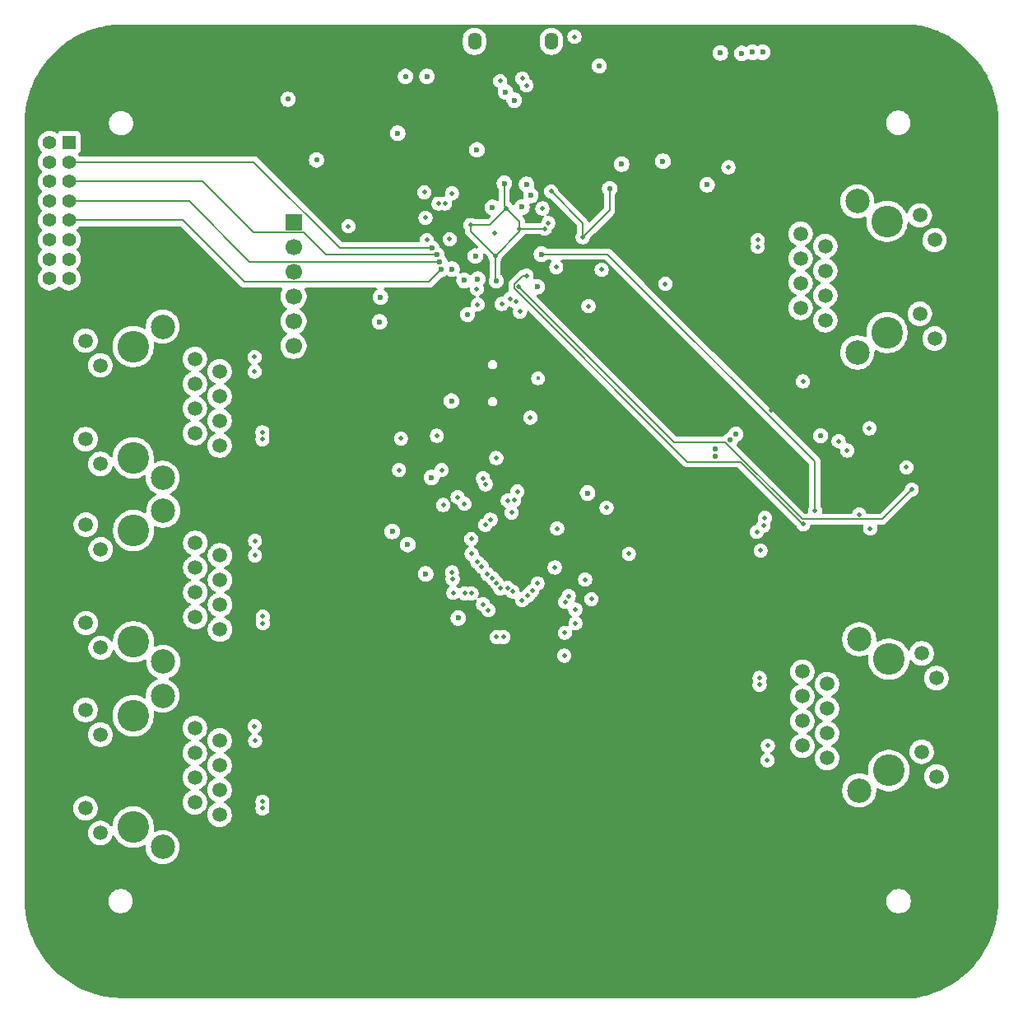
<source format=gbr>
%TF.GenerationSoftware,KiCad,Pcbnew,9.0.1*%
%TF.CreationDate,2025-06-03T13:31:15-07:00*%
%TF.ProjectId,peripheral_board,70657269-7068-4657-9261-6c5f626f6172,rev?*%
%TF.SameCoordinates,Original*%
%TF.FileFunction,Copper,L2,Inr*%
%TF.FilePolarity,Positive*%
%FSLAX46Y46*%
G04 Gerber Fmt 4.6, Leading zero omitted, Abs format (unit mm)*
G04 Created by KiCad (PCBNEW 9.0.1) date 2025-06-03 13:31:15*
%MOMM*%
%LPD*%
G01*
G04 APERTURE LIST*
%TA.AperFunction,ComponentPad*%
%ADD10C,3.250000*%
%TD*%
%TA.AperFunction,ComponentPad*%
%ADD11C,1.520000*%
%TD*%
%TA.AperFunction,ComponentPad*%
%ADD12C,2.500000*%
%TD*%
%TA.AperFunction,ComponentPad*%
%ADD13O,1.400000X1.800000*%
%TD*%
%TA.AperFunction,ComponentPad*%
%ADD14R,1.400000X1.400000*%
%TD*%
%TA.AperFunction,ComponentPad*%
%ADD15C,1.400000*%
%TD*%
%TA.AperFunction,ComponentPad*%
%ADD16R,1.700000X1.700000*%
%TD*%
%TA.AperFunction,ComponentPad*%
%ADD17C,1.700000*%
%TD*%
%TA.AperFunction,ViaPad*%
%ADD18C,0.460000*%
%TD*%
%TA.AperFunction,ViaPad*%
%ADD19C,0.600000*%
%TD*%
%TA.AperFunction,ViaPad*%
%ADD20C,0.560000*%
%TD*%
%TA.AperFunction,ViaPad*%
%ADD21C,0.400000*%
%TD*%
%TA.AperFunction,Conductor*%
%ADD22C,0.127000*%
%TD*%
%TA.AperFunction,Conductor*%
%ADD23C,0.152400*%
%TD*%
%TA.AperFunction,Conductor*%
%ADD24C,0.200000*%
%TD*%
%TA.AperFunction,Conductor*%
%ADD25C,0.150000*%
%TD*%
G04 APERTURE END LIST*
D10*
%TO.N,*%
%TO.C,RJ3*%
X108050000Y-94192500D03*
X108050000Y-105632500D03*
D11*
%TO.N,TX2+*%
X114400000Y-95462500D03*
%TO.N,TX2-*%
X116940000Y-96732500D03*
%TO.N,T2CT*%
X114400000Y-98012500D03*
%TO.N,GND*%
X116940000Y-99282500D03*
X114400000Y-100542500D03*
%TO.N,R2CT*%
X116940000Y-101812500D03*
%TO.N,Net-(C41-Pad2)*%
X114400000Y-103082500D03*
%TO.N,Net-(C40-Pad2)*%
X116940000Y-104352500D03*
%TO.N,LED2_1*%
X104670000Y-96122500D03*
%TO.N,+3V3*%
X103150000Y-93582500D03*
%TO.N,LED2_0*%
X104670000Y-106242500D03*
%TO.N,+3V3*%
X103150000Y-103702500D03*
D12*
%TO.N,GND*%
X111100000Y-92142500D03*
X111100000Y-107682500D03*
%TD*%
D10*
%TO.N,*%
%TO.C,RJ5*%
X185750000Y-118857500D03*
X185750000Y-107417500D03*
D11*
%TO.N,TX4+*%
X179400000Y-117587500D03*
%TO.N,TX4-*%
X176860000Y-116317500D03*
%TO.N,T4CT*%
X179400000Y-115037499D03*
%TO.N,GND*%
X176860000Y-113767500D03*
X179400000Y-112507500D03*
%TO.N,R4CT*%
X176860000Y-111237500D03*
%TO.N,Net-(C49-Pad2)*%
X179400000Y-109967500D03*
%TO.N,Net-(C48-Pad2)*%
X176860000Y-108697500D03*
%TO.N,LED4_1*%
X189130000Y-116927500D03*
%TO.N,+3V3*%
X190650000Y-119467500D03*
%TO.N,LED4_0*%
X189129999Y-106807500D03*
%TO.N,+3V3*%
X190650000Y-109347500D03*
D12*
%TO.N,GND*%
X182700000Y-120907500D03*
X182700000Y-105367500D03*
%TD*%
D13*
%TO.N,N/C*%
%TO.C,J3*%
X151025192Y-43903569D03*
X143125192Y-43903569D03*
%TD*%
D10*
%TO.N,*%
%TO.C,RJ1*%
X185560192Y-73836069D03*
X185560192Y-62396069D03*
D11*
%TO.N,TX +*%
X179210192Y-72566069D03*
%TO.N,TX -*%
X176670192Y-71296069D03*
%TO.N,TCT*%
X179210192Y-70016069D03*
%TO.N,GND*%
X176670192Y-68746069D03*
X179210192Y-67486069D03*
%TO.N,RCT*%
X176670192Y-66216069D03*
%TO.N,Net-(C32-Pad2)*%
X179210192Y-64946069D03*
%TO.N,Net-(C33-Pad2)*%
X176670192Y-63676069D03*
%TO.N,GREEN_LED*%
X188940192Y-71906069D03*
%TO.N,+3V3*%
X190460192Y-74446069D03*
%TO.N,YELLOW_LED*%
X188940192Y-61786069D03*
%TO.N,+3V3*%
X190460192Y-64326069D03*
D12*
%TO.N,GND*%
X182510192Y-75886069D03*
X182510192Y-60346069D03*
%TD*%
D10*
%TO.N,*%
%TO.C,RJ4*%
X108010000Y-113230000D03*
X108010000Y-124670000D03*
D11*
%TO.N,TX3+*%
X114360000Y-114500000D03*
%TO.N,TX3-*%
X116900000Y-115770000D03*
%TO.N,T3CT*%
X114360000Y-117050001D03*
%TO.N,GND*%
X116900000Y-118320000D03*
X114360000Y-119580000D03*
%TO.N,R3CT*%
X116900000Y-120850000D03*
%TO.N,Net-(C45-Pad2)*%
X114360000Y-122120000D03*
%TO.N,Net-(C44-Pad2)*%
X116900000Y-123390000D03*
%TO.N,LED3_1*%
X104630000Y-115160000D03*
%TO.N,+3V3*%
X103110000Y-112620000D03*
%TO.N,LED3_0*%
X104630001Y-125280000D03*
%TO.N,+3V3*%
X103110000Y-122740000D03*
D12*
%TO.N,GND*%
X111060000Y-111180000D03*
X111060000Y-126720000D03*
%TD*%
D14*
%TO.N,+3V3*%
%TO.C,CN1*%
X101400000Y-54300000D03*
D15*
X99400000Y-54300000D03*
%TO.N,UART1_TX*%
X101400000Y-56300000D03*
%TO.N,unconnected-(CN1-Pad4)*%
X99400000Y-56300000D03*
%TO.N,UART1_RX*%
X101400000Y-58300000D03*
%TO.N,unconnected-(CN1-Pad6)*%
X99400000Y-58300000D03*
%TO.N,UART1_CTS*%
X101400000Y-60300000D03*
%TO.N,SPI1_RX*%
X99400000Y-60300000D03*
%TO.N,UART1_RTS*%
X101400000Y-62300000D03*
%TO.N,SPI1_CS1*%
X99400000Y-62300000D03*
%TO.N,unconnected-(CN1-Pad11)*%
X101400000Y-64300000D03*
%TO.N,SPI1_SCK*%
X99400000Y-64300000D03*
%TO.N,unconnected-(CN1-Pad13)*%
X101400000Y-66300000D03*
%TO.N,SPI1_TX*%
X99400000Y-66300000D03*
%TO.N,GND*%
X101400000Y-68300000D03*
X99400000Y-68300000D03*
%TD*%
D10*
%TO.N,*%
%TO.C,RJ2*%
X108010000Y-75280000D03*
X108010000Y-86720000D03*
D11*
%TO.N,TX1+*%
X114360000Y-76550000D03*
%TO.N,TX1-*%
X116900000Y-77820000D03*
%TO.N,T1CT*%
X114360000Y-79100000D03*
%TO.N,GND*%
X116900000Y-80370000D03*
X114360000Y-81630000D03*
%TO.N,R1CT*%
X116900000Y-82900000D03*
%TO.N,Net-(C37-Pad2)*%
X114360000Y-84170000D03*
%TO.N,Net-(C36-Pad2)*%
X116900000Y-85440000D03*
%TO.N,LED1_1*%
X104630000Y-77210000D03*
%TO.N,+3V3*%
X103110000Y-74670000D03*
%TO.N,LED1_0*%
X104630000Y-87330000D03*
%TO.N,+3V3*%
X103110000Y-84790000D03*
D12*
%TO.N,GND*%
X111060000Y-73230000D03*
X111060000Y-88770000D03*
%TD*%
D16*
%TO.N,+3V3*%
%TO.C,J2*%
X124510192Y-62508569D03*
D17*
%TO.N,SDA1*%
X124510192Y-65048569D03*
%TO.N,SCL1*%
X124510192Y-67588569D03*
%TO.N,RX*%
X124510192Y-70128569D03*
%TO.N,TX*%
X124510192Y-72668569D03*
%TO.N,GND*%
X124510192Y-75208569D03*
%TD*%
D18*
%TO.N,GNDA*%
X121925000Y-80835000D03*
X168816959Y-90203833D03*
X173625285Y-81859973D03*
X121925001Y-118784999D03*
X171835000Y-113302500D03*
X170407948Y-92572641D03*
X166110192Y-96128569D03*
X121965000Y-99747500D03*
X170460192Y-96628569D03*
X170160461Y-90557386D03*
X171645192Y-68281069D03*
%TO.N,GND*%
X137960192Y-59403569D03*
X172988889Y-92890839D03*
D19*
X138100000Y-98650000D03*
X154760192Y-90328569D03*
D18*
X145925000Y-70900000D03*
D19*
X134660192Y-94278569D03*
D18*
X143450000Y-70950000D03*
X147527348Y-90171713D03*
X176913331Y-78854769D03*
X156710192Y-91828569D03*
D19*
X171708897Y-45023705D03*
D18*
X155160192Y-101228569D03*
D19*
X133360192Y-72728569D03*
D20*
X123925192Y-49853569D03*
D18*
X151628568Y-93990092D03*
D19*
X133460192Y-70178569D03*
D20*
X142400192Y-71978569D03*
D19*
X167050000Y-58650000D03*
X143375192Y-55053569D03*
D20*
X155972692Y-46428569D03*
D19*
X148925192Y-59753569D03*
D20*
X126875192Y-56103569D03*
D18*
X149613315Y-99611589D03*
D19*
X148475192Y-58603569D03*
D18*
X147800000Y-71700000D03*
X148022321Y-101344002D03*
D19*
X138691110Y-88732515D03*
X138225192Y-47503569D03*
D18*
X183842977Y-93986853D03*
X142789734Y-95050754D03*
X151010192Y-59328569D03*
X151535192Y-67103569D03*
X138235192Y-64328569D03*
X144769632Y-93070854D03*
X135560192Y-84728569D03*
X151381080Y-97985243D03*
X162760192Y-68828569D03*
X142825090Y-96571030D03*
X153510192Y-103728569D03*
X145225192Y-63573569D03*
X148046882Y-47712558D03*
D19*
X135225192Y-53353569D03*
X136260192Y-95628569D03*
D18*
X154260192Y-64028569D03*
X138085192Y-62028569D03*
X159010192Y-96578569D03*
X146950000Y-92350000D03*
D19*
X141460192Y-103178569D03*
D20*
X157022692Y-59028569D03*
D18*
%TO.N,+1V1*%
X145260192Y-65978569D03*
X142710192Y-62778569D03*
D20*
X145368692Y-68518569D03*
D18*
X147760192Y-63178569D03*
X146410192Y-61078569D03*
X150360192Y-63153569D03*
D19*
X146182519Y-58496242D03*
%TO.N,D-*%
X146325192Y-49103569D03*
X147225192Y-49953569D03*
%TO.N,SPI1_RX*%
X140810192Y-67328569D03*
%TO.N,UART1_RTS*%
X139678573Y-67350522D03*
%TO.N,SPI1_TX*%
X143461692Y-68344544D03*
%TO.N,UART1_CTS*%
X139528988Y-66564629D03*
%TO.N,UART1_TX*%
X138760192Y-65178569D03*
%TO.N,UART1_RX*%
X139240194Y-65818571D03*
%TO.N,SPI1_CS1*%
X142060192Y-68478569D03*
%TO.N,SPI1_SCK*%
X143210192Y-65978569D03*
D18*
%TO.N,RX*%
X139425189Y-60578569D03*
%TO.N,TX*%
X140085192Y-60578569D03*
D20*
%TO.N,Net-(JP2-B)*%
X178725735Y-84445951D03*
D18*
%TO.N,Net-(JP3-B)*%
X180590286Y-85006598D03*
%TO.N,LED1_0*%
X144260192Y-89428569D03*
%TO.N,LED1_1*%
X144000204Y-88821931D03*
%TO.N,LED2_0*%
X146558805Y-91104327D03*
%TO.N,LED2_1*%
X147217042Y-91056076D03*
%TO.N,LED3_0*%
X149060192Y-100378569D03*
D20*
%TO.N,TX -*%
X170020614Y-84286924D03*
%TO.N,TX +*%
X169447858Y-84859680D03*
D19*
%TO.N,SPI0_CSO*%
X162510192Y-56228569D03*
X149560192Y-69128569D03*
D18*
%TO.N,YELLOW_LED*%
X172860192Y-93678569D03*
%TO.N,GREEN_LED*%
X172166802Y-94335179D03*
%TO.N,LED3_1*%
X148610192Y-100878569D03*
%TO.N,LED4_1*%
X152460192Y-101528569D03*
%TO.N,LED4_0*%
X152810192Y-100928569D03*
%TO.N,SPI0_MOSI*%
X178150768Y-92113021D03*
D19*
X168410192Y-45100000D03*
X150010192Y-65778569D03*
%TO.N,SPI0_SCK*%
X170610192Y-45150000D03*
D18*
X148485192Y-67978569D03*
X176948687Y-93527235D03*
D19*
%TO.N,SPI0_MISO*%
X172775000Y-45025000D03*
D18*
X188110192Y-89978569D03*
X147684692Y-69083098D03*
%TO.N,Net-(JP4-B)*%
X181474171Y-85961193D03*
%TO.N,SPI0_CS1*%
X182710192Y-92528569D03*
X150717093Y-62598389D03*
D20*
%TO.N,RX +*%
X167901687Y-86577528D03*
D18*
X172260192Y-65016069D03*
%TO.N,RX -*%
X172260192Y-64316069D03*
D20*
X167901687Y-85767526D03*
D18*
%TO.N,SWDIO*%
X147379391Y-70657168D03*
%TO.N,SWCLK*%
X146786249Y-70367710D03*
%TO.N,+3V3*%
X187560192Y-87678569D03*
D20*
X136025192Y-47503569D03*
D18*
X145360192Y-86728569D03*
X154860192Y-71128569D03*
X183760192Y-83678569D03*
X143368481Y-69336857D03*
D19*
X148010192Y-60943571D03*
D18*
X139908285Y-91560787D03*
X156210192Y-67378569D03*
D19*
X140760192Y-80878569D03*
D18*
X169250000Y-56850000D03*
X140560192Y-64228569D03*
X140950000Y-100600000D03*
X140810192Y-59528569D03*
X153410192Y-43428569D03*
X139759198Y-87978569D03*
X172560192Y-96228569D03*
X148860192Y-82578569D03*
D19*
X144960192Y-60978569D03*
D18*
X152372970Y-107041347D03*
X150110192Y-61078569D03*
X135360192Y-87978569D03*
X130150000Y-62900000D03*
X141397566Y-90750068D03*
X154510192Y-99228569D03*
X152423922Y-104692299D03*
%TO.N,1.2D*%
X153486234Y-102302527D03*
X142092281Y-91446480D03*
%TO.N,RST_N*%
X144239304Y-93601182D03*
X139254198Y-84444149D03*
%TO.N,RX1-*%
X121310000Y-84800000D03*
X140873743Y-99160958D03*
D19*
%TO.N,VBUS*%
X158260192Y-56528569D03*
D18*
X145760192Y-47978569D03*
X148485192Y-48428569D03*
D21*
%TO.N,~{RESET}*%
X149650000Y-78550000D03*
D18*
%TO.N,RX1+*%
X140806537Y-98504386D03*
X121310000Y-84100000D03*
%TO.N,RX2-*%
X142820910Y-100636480D03*
X121350000Y-103712500D03*
%TO.N,RX2+*%
X121350000Y-103012500D03*
X142110910Y-100636480D03*
%TO.N,RX3+*%
X121310000Y-122050000D03*
X145406232Y-99590581D03*
%TO.N,RX4-*%
X147048545Y-100460379D03*
X172450000Y-109337500D03*
%TO.N,RX4+*%
X172450000Y-110037500D03*
X146510192Y-100078569D03*
%TO.N,TX1+*%
X143410192Y-97428569D03*
X120500000Y-76350000D03*
%TO.N,TX1-*%
X120500000Y-77850000D03*
X143876884Y-97895261D03*
%TO.N,TX2+*%
X120545000Y-95250000D03*
X144460192Y-98678569D03*
%TO.N,TX2-*%
X120545000Y-96750000D03*
X144976630Y-99089537D03*
%TO.N,TX3+*%
X120500000Y-114300000D03*
X144010192Y-101778569D03*
%TO.N,TX3-*%
X144560192Y-102378569D03*
X120550000Y-115800000D03*
%TO.N,TX4+*%
X173250000Y-117800000D03*
X145405192Y-105128569D03*
%TO.N,TX4-*%
X173300000Y-116300000D03*
X146115192Y-105128569D03*
%TO.N,RX3-*%
X121310001Y-122749999D03*
X145776535Y-100136914D03*
%TD*%
D22*
%TO.N,GND*%
X157022692Y-61266069D02*
X154260192Y-64028569D01*
X157022692Y-59028569D02*
X157022692Y-61266069D01*
D23*
X151010192Y-59328569D02*
X154260192Y-62578569D01*
X154260192Y-62578569D02*
X154260192Y-64028569D01*
%TO.N,+1V1*%
X144710192Y-62778569D02*
X142710192Y-62778569D01*
D22*
X147760192Y-62428569D02*
X146410192Y-61078569D01*
X145260192Y-65978569D02*
X147760192Y-63478569D01*
X145260192Y-65978569D02*
X145260192Y-68410069D01*
X145260192Y-68410069D02*
X145368692Y-68518569D01*
D23*
X146182519Y-60850896D02*
X146410192Y-61078569D01*
D22*
X150360192Y-63153569D02*
X147785192Y-63153569D01*
X147785192Y-63153569D02*
X147760192Y-63178569D01*
X147760192Y-63178569D02*
X147760192Y-62428569D01*
D23*
X146410192Y-61078569D02*
X144710192Y-62778569D01*
D22*
X142710192Y-62778569D02*
X142710192Y-63428569D01*
D23*
X146225192Y-58453569D02*
X146182519Y-58496242D01*
D22*
X142710192Y-63428569D02*
X145260192Y-65978569D01*
X147760192Y-63478569D02*
X147760192Y-63178569D01*
D23*
X146182519Y-58496242D02*
X146182519Y-60850896D01*
D24*
%TO.N,UART1_RTS*%
X139678573Y-67350522D02*
X138389526Y-68639569D01*
X113150000Y-62300000D02*
X101400000Y-62300000D01*
X119489569Y-68639569D02*
X113150000Y-62300000D01*
X138389526Y-68639569D02*
X119489569Y-68639569D01*
%TO.N,UART1_CTS*%
X139528988Y-66564629D02*
X139501928Y-66537569D01*
X139501928Y-66537569D02*
X119987569Y-66537569D01*
X119987569Y-66537569D02*
X113750000Y-60300000D01*
X113750000Y-60300000D02*
X101400000Y-60300000D01*
%TO.N,UART1_TX*%
X120403623Y-56300000D02*
X101400000Y-56300000D01*
X129282192Y-65178569D02*
X120403623Y-56300000D01*
X138760192Y-65178569D02*
X129282192Y-65178569D01*
%TO.N,UART1_RX*%
X115100000Y-58300000D02*
X101400000Y-58300000D01*
X127820194Y-65818571D02*
X125561192Y-63559569D01*
X139240194Y-65818571D02*
X127820194Y-65818571D01*
X125561192Y-63559569D02*
X120359569Y-63559569D01*
X120359569Y-63559569D02*
X115100000Y-58300000D01*
D25*
%TO.N,SPI0_MOSI*%
X178150768Y-87101049D02*
X178150768Y-92113021D01*
X150010192Y-65778569D02*
X156828288Y-65778569D01*
X156828288Y-65778569D02*
X178150768Y-87101049D01*
D22*
%TO.N,SPI0_SCK*%
X147190192Y-68878269D02*
X147190192Y-69287927D01*
X165024293Y-87122028D02*
X170476304Y-87122028D01*
X148089892Y-67978569D02*
X147190192Y-68878269D01*
X148485192Y-67978569D02*
X148089892Y-67978569D01*
X170476304Y-87122028D02*
X176881511Y-93527235D01*
X176881511Y-93527235D02*
X176948687Y-93527235D01*
X147190192Y-69287927D02*
X165024293Y-87122028D01*
%TO.N,SPI0_MISO*%
X176841207Y-93023069D02*
X185065692Y-93023069D01*
X185065692Y-93023069D02*
X188110192Y-89978569D01*
X147684692Y-69083098D02*
X163686814Y-85085220D01*
X168903358Y-85085220D02*
X176841207Y-93023069D01*
X163686814Y-85085220D02*
X168903358Y-85085220D01*
%TD*%
%TA.AperFunction,Conductor*%
%TO.N,GNDA*%
G36*
X188327896Y-42167706D02*
G01*
X188349038Y-42169524D01*
X188875336Y-42260639D01*
X188879272Y-42261386D01*
X189000400Y-42286432D01*
X189003502Y-42287118D01*
X189471772Y-42397345D01*
X189475948Y-42398406D01*
X189591294Y-42429865D01*
X189594187Y-42430692D01*
X190059642Y-42570065D01*
X190063982Y-42571455D01*
X190170437Y-42607753D01*
X190172972Y-42608649D01*
X190636616Y-42778259D01*
X190641195Y-42780040D01*
X190676650Y-42794654D01*
X190734830Y-42818637D01*
X190737053Y-42819579D01*
X191200387Y-43021209D01*
X191205181Y-43023418D01*
X191281540Y-43060617D01*
X191283204Y-43061445D01*
X191746954Y-43297140D01*
X191748841Y-43298099D01*
X191753806Y-43300766D01*
X191806368Y-43330560D01*
X191807862Y-43331421D01*
X192251841Y-43591538D01*
X192279859Y-43607953D01*
X192284892Y-43611066D01*
X192304543Y-43623886D01*
X192305653Y-43624620D01*
X192786688Y-43946510D01*
X192792675Y-43950781D01*
X193268571Y-44312174D01*
X193274316Y-44316813D01*
X193667741Y-44654457D01*
X193727756Y-44705963D01*
X193733228Y-44710951D01*
X193816474Y-44791510D01*
X194162616Y-45126484D01*
X194167784Y-45131793D01*
X194571590Y-45572229D01*
X194576431Y-45577837D01*
X194953203Y-46041592D01*
X194957701Y-46047479D01*
X195306116Y-46532925D01*
X195310253Y-46539070D01*
X195607400Y-47010130D01*
X195629040Y-47044434D01*
X195632799Y-47050807D01*
X195870754Y-47483284D01*
X195920855Y-47574341D01*
X195924228Y-47580931D01*
X195948730Y-47632540D01*
X196171768Y-48102341D01*
X196172380Y-48103649D01*
X196182952Y-48126604D01*
X196185316Y-48132080D01*
X196389289Y-48637633D01*
X196389927Y-48639247D01*
X196390857Y-48641650D01*
X196412430Y-48697401D01*
X196414344Y-48702704D01*
X196579894Y-49196095D01*
X196580543Y-49198085D01*
X196606720Y-49280700D01*
X196608217Y-49285801D01*
X196739581Y-49771824D01*
X196740165Y-49774071D01*
X196765175Y-49874321D01*
X196766279Y-49879162D01*
X196865985Y-50360598D01*
X196866511Y-50363285D01*
X196887245Y-50475863D01*
X196888004Y-50480472D01*
X196957632Y-50959101D01*
X196958036Y-50962136D01*
X196972593Y-51083092D01*
X196973036Y-51087418D01*
X197013531Y-51564365D01*
X197013772Y-51567739D01*
X197021003Y-51693538D01*
X197021168Y-51697561D01*
X197034652Y-52237974D01*
X197034690Y-52241563D01*
X197034492Y-52290929D01*
X197034692Y-52292784D01*
X197034692Y-132214222D01*
X197034637Y-132217915D01*
X197018569Y-132757219D01*
X197018385Y-132761228D01*
X197010506Y-132887826D01*
X197010250Y-132891189D01*
X196967777Y-133365251D01*
X196967315Y-133369562D01*
X196952105Y-133491277D01*
X196951690Y-133494299D01*
X196880331Y-133969919D01*
X196879553Y-133974510D01*
X196858153Y-134087939D01*
X196857618Y-134090616D01*
X196756449Y-134568807D01*
X196755321Y-134573656D01*
X196729626Y-134674859D01*
X196729010Y-134677187D01*
X196596485Y-135159671D01*
X196594974Y-135164748D01*
X196568070Y-135248510D01*
X196567414Y-135250493D01*
X196400969Y-135740209D01*
X196399040Y-135745489D01*
X196375773Y-135804953D01*
X196375118Y-135806592D01*
X196170571Y-136308197D01*
X196168196Y-136313645D01*
X196156737Y-136338296D01*
X196156121Y-136339601D01*
X195908223Y-136857053D01*
X195904835Y-136863615D01*
X195615968Y-137384506D01*
X195612196Y-137390856D01*
X195292821Y-137893640D01*
X195288677Y-137899753D01*
X194939944Y-138382622D01*
X194935443Y-138388478D01*
X194558589Y-138849720D01*
X194553748Y-138855298D01*
X194150083Y-139293306D01*
X194144919Y-139298585D01*
X193715922Y-139711758D01*
X193710452Y-139716721D01*
X193257585Y-140103649D01*
X193251829Y-140108277D01*
X192776747Y-140467544D01*
X192770726Y-140471821D01*
X192292695Y-140790439D01*
X192291488Y-140791234D01*
X192269454Y-140805552D01*
X192264397Y-140808668D01*
X191795778Y-141082191D01*
X191794247Y-141083071D01*
X191739465Y-141114009D01*
X191734509Y-141116661D01*
X191272207Y-141350776D01*
X191270337Y-141351703D01*
X191192137Y-141389664D01*
X191187322Y-141391876D01*
X190727253Y-141591395D01*
X190725035Y-141592331D01*
X190629547Y-141631557D01*
X190624905Y-141633356D01*
X190164676Y-141801157D01*
X190162100Y-141802064D01*
X190053878Y-141838843D01*
X190049443Y-141840258D01*
X189587537Y-141978125D01*
X189584604Y-141978962D01*
X189467399Y-142010827D01*
X189463195Y-142011891D01*
X188998600Y-142120911D01*
X188995306Y-142121637D01*
X188872390Y-142146974D01*
X188868447Y-142147720D01*
X188344858Y-142238093D01*
X188323768Y-142239900D01*
X107111704Y-142240566D01*
X107110079Y-142240089D01*
X107061883Y-142240551D01*
X107058478Y-142240537D01*
X106511492Y-142230758D01*
X106507427Y-142230619D01*
X106382009Y-142224257D01*
X106378574Y-142224035D01*
X105896211Y-142186118D01*
X105891851Y-142185697D01*
X105770966Y-142171884D01*
X105767861Y-142171490D01*
X105284111Y-142103806D01*
X105279477Y-142103068D01*
X105166264Y-142082834D01*
X105163496Y-142082307D01*
X104677566Y-141984018D01*
X104672680Y-141982926D01*
X104570897Y-141958023D01*
X104568472Y-141957404D01*
X104079009Y-141827120D01*
X104073900Y-141825642D01*
X103988093Y-141798813D01*
X103986007Y-141798140D01*
X103490782Y-141633636D01*
X103485480Y-141631740D01*
X103421732Y-141607298D01*
X103420015Y-141606625D01*
X102915188Y-141404242D01*
X102909726Y-141401899D01*
X102876856Y-141386855D01*
X102875437Y-141386195D01*
X102356557Y-141140747D01*
X102349869Y-141137332D01*
X101821715Y-140847145D01*
X101815246Y-140843331D01*
X101305635Y-140521712D01*
X101299409Y-140517514D01*
X100810193Y-140165634D01*
X100804233Y-140161067D01*
X100337212Y-139780219D01*
X100331539Y-139775299D01*
X99888435Y-139366890D01*
X99883070Y-139361636D01*
X99465485Y-138927138D01*
X99460466Y-138921589D01*
X99069946Y-138462610D01*
X99065257Y-138456749D01*
X99009555Y-138382622D01*
X98703241Y-137974982D01*
X98698915Y-137968847D01*
X98649227Y-137893640D01*
X98366719Y-137466045D01*
X98362777Y-137459664D01*
X98075271Y-136961330D01*
X98074497Y-136959970D01*
X98057649Y-136929897D01*
X98054884Y-136924671D01*
X97811239Y-136436246D01*
X97810554Y-136434847D01*
X97781751Y-136374851D01*
X97779451Y-136369768D01*
X97574426Y-135887731D01*
X97573606Y-135885755D01*
X97540629Y-135804256D01*
X97538773Y-135799372D01*
X97368388Y-135320118D01*
X97367655Y-135317989D01*
X97335156Y-135220375D01*
X97333671Y-135215596D01*
X97317528Y-135159671D01*
X97195593Y-134737250D01*
X97194904Y-134734759D01*
X97166029Y-134625471D01*
X97164931Y-134620972D01*
X97057659Y-134142281D01*
X97057021Y-134139256D01*
X97047403Y-134090616D01*
X97033824Y-134021944D01*
X97033056Y-134017656D01*
X97032754Y-134015784D01*
X96955679Y-133537837D01*
X96955181Y-133534448D01*
X96949845Y-133494299D01*
X96938943Y-133412269D01*
X96938489Y-133408365D01*
X96884530Y-132866867D01*
X96883920Y-132854576D01*
X96883924Y-132761228D01*
X96883945Y-132180146D01*
X105484692Y-132180146D01*
X105484692Y-132376991D01*
X105515482Y-132571395D01*
X105576309Y-132758598D01*
X105643868Y-132891189D01*
X105665668Y-132933974D01*
X105781364Y-133093215D01*
X105920546Y-133232397D01*
X106079787Y-133348093D01*
X106113462Y-133365251D01*
X106255162Y-133437451D01*
X106255164Y-133437451D01*
X106255167Y-133437453D01*
X106349873Y-133468225D01*
X106442365Y-133498278D01*
X106636770Y-133529069D01*
X106636775Y-133529069D01*
X106833614Y-133529069D01*
X107028018Y-133498278D01*
X107040264Y-133494299D01*
X107215217Y-133437453D01*
X107390597Y-133348093D01*
X107549838Y-133232397D01*
X107689020Y-133093215D01*
X107804716Y-132933974D01*
X107894076Y-132758594D01*
X107954901Y-132571395D01*
X107985692Y-132376991D01*
X107985692Y-132180146D01*
X185509692Y-132180146D01*
X185509692Y-132376991D01*
X185540482Y-132571395D01*
X185601309Y-132758598D01*
X185668868Y-132891189D01*
X185690668Y-132933974D01*
X185806364Y-133093215D01*
X185945546Y-133232397D01*
X186104787Y-133348093D01*
X186138462Y-133365251D01*
X186280162Y-133437451D01*
X186280164Y-133437451D01*
X186280167Y-133437453D01*
X186374873Y-133468225D01*
X186467365Y-133498278D01*
X186661770Y-133529069D01*
X186661775Y-133529069D01*
X186858614Y-133529069D01*
X187053018Y-133498278D01*
X187065264Y-133494299D01*
X187240217Y-133437453D01*
X187415597Y-133348093D01*
X187574838Y-133232397D01*
X187714020Y-133093215D01*
X187829716Y-132933974D01*
X187919076Y-132758594D01*
X187979901Y-132571395D01*
X188010692Y-132376991D01*
X188010692Y-132180146D01*
X187979901Y-131985742D01*
X187919074Y-131798539D01*
X187829715Y-131623163D01*
X187714020Y-131463923D01*
X187574838Y-131324741D01*
X187415597Y-131209045D01*
X187240221Y-131119686D01*
X187053018Y-131058859D01*
X186858614Y-131028069D01*
X186858609Y-131028069D01*
X186661775Y-131028069D01*
X186661770Y-131028069D01*
X186467365Y-131058859D01*
X186280162Y-131119686D01*
X186104786Y-131209045D01*
X186013933Y-131275054D01*
X185945546Y-131324741D01*
X185945544Y-131324743D01*
X185945543Y-131324743D01*
X185806366Y-131463920D01*
X185806366Y-131463921D01*
X185806364Y-131463923D01*
X185756677Y-131532310D01*
X185690668Y-131623163D01*
X185601309Y-131798539D01*
X185540482Y-131985742D01*
X185509692Y-132180146D01*
X107985692Y-132180146D01*
X107954901Y-131985742D01*
X107894074Y-131798539D01*
X107804715Y-131623163D01*
X107689020Y-131463923D01*
X107549838Y-131324741D01*
X107390597Y-131209045D01*
X107215221Y-131119686D01*
X107028018Y-131058859D01*
X106833614Y-131028069D01*
X106833609Y-131028069D01*
X106636775Y-131028069D01*
X106636770Y-131028069D01*
X106442365Y-131058859D01*
X106255162Y-131119686D01*
X106079786Y-131209045D01*
X105988933Y-131275054D01*
X105920546Y-131324741D01*
X105920544Y-131324743D01*
X105920543Y-131324743D01*
X105781366Y-131463920D01*
X105781366Y-131463921D01*
X105781364Y-131463923D01*
X105731677Y-131532310D01*
X105665668Y-131623163D01*
X105576309Y-131798539D01*
X105515482Y-131985742D01*
X105484692Y-132180146D01*
X96883945Y-132180146D01*
X96884192Y-125180790D01*
X103369501Y-125180790D01*
X103369501Y-125379209D01*
X103398915Y-125564920D01*
X103400538Y-125575168D01*
X103447141Y-125718596D01*
X103461851Y-125763868D01*
X103507465Y-125853390D01*
X103551924Y-125940646D01*
X103668545Y-126101161D01*
X103808840Y-126241456D01*
X103969355Y-126358077D01*
X104082801Y-126415880D01*
X104146132Y-126448149D01*
X104146134Y-126448149D01*
X104146137Y-126448151D01*
X104334833Y-126509463D01*
X104432815Y-126524981D01*
X104530792Y-126540500D01*
X104530797Y-126540500D01*
X104729210Y-126540500D01*
X104818279Y-126526392D01*
X104925169Y-126509463D01*
X105113865Y-126448151D01*
X105290647Y-126358077D01*
X105451162Y-126241456D01*
X105591457Y-126101161D01*
X105708078Y-125940646D01*
X105798152Y-125763864D01*
X105854439Y-125590631D01*
X105893874Y-125532960D01*
X105958233Y-125505761D01*
X106027079Y-125517676D01*
X106078555Y-125564920D01*
X106086928Y-125581498D01*
X106099602Y-125612094D01*
X106099609Y-125612109D01*
X106238914Y-125853390D01*
X106238925Y-125853406D01*
X106408533Y-126074445D01*
X106408539Y-126074452D01*
X106605547Y-126271460D01*
X106605554Y-126271466D01*
X106744079Y-126377759D01*
X106826602Y-126441081D01*
X106826609Y-126441085D01*
X107067890Y-126580390D01*
X107067895Y-126580392D01*
X107067898Y-126580394D01*
X107325314Y-126687019D01*
X107594446Y-126759132D01*
X107870687Y-126795500D01*
X107870694Y-126795500D01*
X108149306Y-126795500D01*
X108149313Y-126795500D01*
X108425554Y-126759132D01*
X108694686Y-126687019D01*
X108952102Y-126580394D01*
X109124685Y-126480752D01*
X109192583Y-126464280D01*
X109258610Y-126487132D01*
X109301801Y-126542053D01*
X109309231Y-126601178D01*
X109309766Y-126601214D01*
X109309584Y-126603985D01*
X109309625Y-126604309D01*
X109309501Y-126605246D01*
X109309500Y-126605272D01*
X109309500Y-126834741D01*
X109334446Y-127024215D01*
X109339452Y-127062238D01*
X109339453Y-127062240D01*
X109398842Y-127283887D01*
X109486650Y-127495876D01*
X109486657Y-127495890D01*
X109601392Y-127694617D01*
X109741081Y-127876661D01*
X109741089Y-127876670D01*
X109903330Y-128038911D01*
X109903338Y-128038918D01*
X110085382Y-128178607D01*
X110085385Y-128178608D01*
X110085388Y-128178611D01*
X110284112Y-128293344D01*
X110284117Y-128293346D01*
X110284123Y-128293349D01*
X110375480Y-128331190D01*
X110496113Y-128381158D01*
X110717762Y-128440548D01*
X110945266Y-128470500D01*
X110945273Y-128470500D01*
X111174727Y-128470500D01*
X111174734Y-128470500D01*
X111402238Y-128440548D01*
X111623887Y-128381158D01*
X111835888Y-128293344D01*
X112034612Y-128178611D01*
X112216661Y-128038919D01*
X112216665Y-128038914D01*
X112216670Y-128038911D01*
X112378911Y-127876670D01*
X112378914Y-127876665D01*
X112378919Y-127876661D01*
X112518611Y-127694612D01*
X112633344Y-127495888D01*
X112721158Y-127283887D01*
X112780548Y-127062238D01*
X112810500Y-126834734D01*
X112810500Y-126605266D01*
X112780548Y-126377762D01*
X112721158Y-126156113D01*
X112633344Y-125944112D01*
X112518611Y-125745388D01*
X112518608Y-125745385D01*
X112518607Y-125745382D01*
X112378918Y-125563338D01*
X112378911Y-125563330D01*
X112216670Y-125401089D01*
X112216661Y-125401081D01*
X112034617Y-125261392D01*
X111835890Y-125146657D01*
X111835876Y-125146650D01*
X111623887Y-125058842D01*
X111402238Y-124999452D01*
X111364215Y-124994446D01*
X111174741Y-124969500D01*
X111174734Y-124969500D01*
X110945266Y-124969500D01*
X110945258Y-124969500D01*
X110728715Y-124998009D01*
X110717762Y-124999452D01*
X110646860Y-125018450D01*
X110496112Y-125058842D01*
X110280361Y-125148209D01*
X110279812Y-125146885D01*
X110216904Y-125157843D01*
X110152516Y-125130715D01*
X110113016Y-125073082D01*
X110107966Y-125018450D01*
X110110468Y-124999452D01*
X110135500Y-124809313D01*
X110135500Y-124530687D01*
X110099132Y-124254446D01*
X110027019Y-123985314D01*
X109920394Y-123727898D01*
X109920392Y-123727895D01*
X109920390Y-123727890D01*
X109781085Y-123486609D01*
X109781081Y-123486602D01*
X109712604Y-123397360D01*
X109611466Y-123265554D01*
X109611460Y-123265547D01*
X109414452Y-123068539D01*
X109414445Y-123068533D01*
X109193406Y-122898925D01*
X109193404Y-122898923D01*
X109193398Y-122898919D01*
X109193393Y-122898916D01*
X109193390Y-122898914D01*
X108952109Y-122759609D01*
X108952098Y-122759604D01*
X108694695Y-122652984D01*
X108694688Y-122652982D01*
X108694686Y-122652981D01*
X108425554Y-122580868D01*
X108425548Y-122580867D01*
X108425543Y-122580866D01*
X108149322Y-122544501D01*
X108149319Y-122544500D01*
X108149313Y-122544500D01*
X107870687Y-122544500D01*
X107870681Y-122544500D01*
X107870677Y-122544501D01*
X107594456Y-122580866D01*
X107594449Y-122580867D01*
X107594446Y-122580868D01*
X107325314Y-122652981D01*
X107325304Y-122652984D01*
X107067901Y-122759604D01*
X107067890Y-122759609D01*
X106826609Y-122898914D01*
X106826593Y-122898925D01*
X106605554Y-123068533D01*
X106605547Y-123068539D01*
X106408539Y-123265547D01*
X106408533Y-123265554D01*
X106238925Y-123486593D01*
X106238914Y-123486609D01*
X106099609Y-123727890D01*
X106099604Y-123727901D01*
X105992984Y-123985304D01*
X105992981Y-123985314D01*
X105934942Y-124201923D01*
X105920869Y-124254443D01*
X105920867Y-124254454D01*
X105888121Y-124503176D01*
X105859854Y-124567072D01*
X105801530Y-124605543D01*
X105731665Y-124606374D01*
X105672442Y-124569302D01*
X105664864Y-124559875D01*
X105591459Y-124458842D01*
X105591454Y-124458836D01*
X105451164Y-124318546D01*
X105451162Y-124318544D01*
X105290647Y-124201923D01*
X105233923Y-124173021D01*
X105113869Y-124111850D01*
X105068597Y-124097140D01*
X104925169Y-124050537D01*
X104925163Y-124050536D01*
X104729210Y-124019500D01*
X104729205Y-124019500D01*
X104530797Y-124019500D01*
X104530792Y-124019500D01*
X104334838Y-124050536D01*
X104334836Y-124050536D01*
X104334833Y-124050537D01*
X104240485Y-124081193D01*
X104146132Y-124111850D01*
X103969353Y-124201924D01*
X103969350Y-124201926D01*
X103883256Y-124264477D01*
X103808840Y-124318544D01*
X103808838Y-124318546D01*
X103808837Y-124318546D01*
X103668547Y-124458836D01*
X103668547Y-124458837D01*
X103668545Y-124458839D01*
X103636332Y-124503176D01*
X103551927Y-124619349D01*
X103551925Y-124619352D01*
X103461851Y-124796131D01*
X103457568Y-124809313D01*
X103400538Y-124984832D01*
X103400537Y-124984835D01*
X103400537Y-124984837D01*
X103369501Y-125180790D01*
X96884192Y-125180790D01*
X96884282Y-122640790D01*
X101849500Y-122640790D01*
X101849500Y-122839209D01*
X101880536Y-123035162D01*
X101880537Y-123035168D01*
X101899925Y-123094837D01*
X101941850Y-123223868D01*
X102003021Y-123343922D01*
X102031923Y-123400646D01*
X102148544Y-123561161D01*
X102288839Y-123701456D01*
X102449354Y-123818077D01*
X102558843Y-123873864D01*
X102626131Y-123908149D01*
X102626133Y-123908149D01*
X102626136Y-123908151D01*
X102814832Y-123969463D01*
X102912814Y-123984981D01*
X103010791Y-124000500D01*
X103010796Y-124000500D01*
X103209209Y-124000500D01*
X103298278Y-123986392D01*
X103405168Y-123969463D01*
X103593864Y-123908151D01*
X103770646Y-123818077D01*
X103931161Y-123701456D01*
X104071456Y-123561161D01*
X104188077Y-123400646D01*
X104278151Y-123223864D01*
X104339463Y-123035168D01*
X104359900Y-122906131D01*
X104370500Y-122839209D01*
X104370500Y-122640790D01*
X104345167Y-122480849D01*
X104339463Y-122444832D01*
X104278151Y-122256136D01*
X104278149Y-122256133D01*
X104278149Y-122256131D01*
X104245190Y-122191446D01*
X104188077Y-122079354D01*
X104071456Y-121918839D01*
X103931161Y-121778544D01*
X103770646Y-121661923D01*
X103713922Y-121633021D01*
X103593868Y-121571850D01*
X103548596Y-121557140D01*
X103405168Y-121510537D01*
X103405162Y-121510536D01*
X103209209Y-121479500D01*
X103209204Y-121479500D01*
X103010796Y-121479500D01*
X103010791Y-121479500D01*
X102814837Y-121510536D01*
X102814835Y-121510536D01*
X102814832Y-121510537D01*
X102720484Y-121541193D01*
X102626131Y-121571850D01*
X102449352Y-121661924D01*
X102449349Y-121661926D01*
X102363255Y-121724477D01*
X102288839Y-121778544D01*
X102288837Y-121778546D01*
X102288836Y-121778546D01*
X102148546Y-121918836D01*
X102148546Y-121918837D01*
X102148544Y-121918839D01*
X102105527Y-121978047D01*
X102031926Y-122079349D01*
X102031924Y-122079352D01*
X101941850Y-122256131D01*
X101939592Y-122263081D01*
X101880537Y-122444832D01*
X101880536Y-122444835D01*
X101880536Y-122444837D01*
X101849500Y-122640790D01*
X96884282Y-122640790D01*
X96884549Y-115060790D01*
X103369500Y-115060790D01*
X103369500Y-115259209D01*
X103400349Y-115453980D01*
X103400537Y-115455168D01*
X103437686Y-115569500D01*
X103461850Y-115643868D01*
X103507053Y-115732583D01*
X103551923Y-115820646D01*
X103668544Y-115981161D01*
X103808839Y-116121456D01*
X103969354Y-116238077D01*
X104082800Y-116295880D01*
X104146131Y-116328149D01*
X104146133Y-116328149D01*
X104146136Y-116328151D01*
X104334832Y-116389463D01*
X104432814Y-116404981D01*
X104530791Y-116420500D01*
X104530796Y-116420500D01*
X104729209Y-116420500D01*
X104818278Y-116406392D01*
X104925168Y-116389463D01*
X105113864Y-116328151D01*
X105290646Y-116238077D01*
X105451161Y-116121456D01*
X105591456Y-115981161D01*
X105708077Y-115820646D01*
X105798151Y-115643864D01*
X105859463Y-115455168D01*
X105880687Y-115321161D01*
X105890500Y-115259209D01*
X105890500Y-115060790D01*
X105870166Y-114932412D01*
X105859463Y-114864832D01*
X105798151Y-114676136D01*
X105798149Y-114676133D01*
X105798149Y-114676131D01*
X105758955Y-114599209D01*
X105708077Y-114499354D01*
X105591456Y-114338839D01*
X105451161Y-114198544D01*
X105290646Y-114081923D01*
X105233922Y-114053021D01*
X105113868Y-113991850D01*
X105068596Y-113977140D01*
X104925168Y-113930537D01*
X104925162Y-113930536D01*
X104729209Y-113899500D01*
X104729204Y-113899500D01*
X104530796Y-113899500D01*
X104530791Y-113899500D01*
X104334837Y-113930536D01*
X104334835Y-113930536D01*
X104334832Y-113930537D01*
X104245925Y-113959425D01*
X104146131Y-113991850D01*
X103969352Y-114081924D01*
X103969349Y-114081926D01*
X103883255Y-114144477D01*
X103808839Y-114198544D01*
X103808837Y-114198546D01*
X103808836Y-114198546D01*
X103668546Y-114338836D01*
X103668546Y-114338837D01*
X103668544Y-114338839D01*
X103644489Y-114371948D01*
X103551926Y-114499349D01*
X103551924Y-114499352D01*
X103461850Y-114676131D01*
X103440339Y-114742336D01*
X103400537Y-114864832D01*
X103400536Y-114864835D01*
X103400536Y-114864837D01*
X103369500Y-115060790D01*
X96884549Y-115060790D01*
X96884639Y-112520790D01*
X101849500Y-112520790D01*
X101849500Y-112719209D01*
X101864586Y-112814456D01*
X101880537Y-112915168D01*
X101927140Y-113058596D01*
X101941850Y-113103868D01*
X101974602Y-113168147D01*
X102031923Y-113280646D01*
X102148544Y-113441161D01*
X102288839Y-113581456D01*
X102449354Y-113698077D01*
X102525673Y-113736963D01*
X102626131Y-113788149D01*
X102626133Y-113788149D01*
X102626136Y-113788151D01*
X102814832Y-113849463D01*
X102912814Y-113864981D01*
X103010791Y-113880500D01*
X103010796Y-113880500D01*
X103209209Y-113880500D01*
X103298278Y-113866392D01*
X103405168Y-113849463D01*
X103593864Y-113788151D01*
X103770646Y-113698077D01*
X103931161Y-113581456D01*
X104071456Y-113441161D01*
X104188077Y-113280646D01*
X104278151Y-113103864D01*
X104339463Y-112915168D01*
X104363998Y-112760257D01*
X104370500Y-112719209D01*
X104370500Y-112520790D01*
X104352263Y-112405651D01*
X104339463Y-112324832D01*
X104278151Y-112136136D01*
X104278149Y-112136133D01*
X104278149Y-112136131D01*
X104232535Y-112046609D01*
X104188077Y-111959354D01*
X104071456Y-111798839D01*
X103931161Y-111658544D01*
X103770646Y-111541923D01*
X103713922Y-111513021D01*
X103593868Y-111451850D01*
X103524848Y-111429424D01*
X103405168Y-111390537D01*
X103405162Y-111390536D01*
X103209209Y-111359500D01*
X103209204Y-111359500D01*
X103010796Y-111359500D01*
X103010791Y-111359500D01*
X102814837Y-111390536D01*
X102814835Y-111390536D01*
X102814832Y-111390537D01*
X102733475Y-111416972D01*
X102626131Y-111451850D01*
X102449352Y-111541924D01*
X102449349Y-111541926D01*
X102391981Y-111583607D01*
X102288839Y-111658544D01*
X102288837Y-111658546D01*
X102288836Y-111658546D01*
X102148546Y-111798836D01*
X102148546Y-111798837D01*
X102148544Y-111798839D01*
X102113663Y-111846849D01*
X102031926Y-111959349D01*
X102031924Y-111959352D01*
X101941850Y-112136131D01*
X101935844Y-112154617D01*
X101880537Y-112324832D01*
X101880536Y-112324835D01*
X101880536Y-112324837D01*
X101849500Y-112520790D01*
X96884639Y-112520790D01*
X96884864Y-106143290D01*
X103409500Y-106143290D01*
X103409500Y-106341709D01*
X103438914Y-106527418D01*
X103440537Y-106537668D01*
X103487140Y-106681096D01*
X103501850Y-106726368D01*
X103553771Y-106828268D01*
X103591923Y-106903146D01*
X103708544Y-107063661D01*
X103848839Y-107203956D01*
X104009354Y-107320577D01*
X104122800Y-107378380D01*
X104186131Y-107410649D01*
X104186133Y-107410649D01*
X104186136Y-107410651D01*
X104374832Y-107471963D01*
X104472814Y-107487481D01*
X104570791Y-107503000D01*
X104570796Y-107503000D01*
X104769209Y-107503000D01*
X104858278Y-107488892D01*
X104965168Y-107471963D01*
X105153864Y-107410651D01*
X105330646Y-107320577D01*
X105491161Y-107203956D01*
X105631456Y-107063661D01*
X105748077Y-106903146D01*
X105838151Y-106726364D01*
X105894438Y-106553130D01*
X105933875Y-106495457D01*
X105998233Y-106468259D01*
X106067080Y-106480174D01*
X106118555Y-106527418D01*
X106126929Y-106543998D01*
X106139604Y-106574597D01*
X106139609Y-106574609D01*
X106278914Y-106815890D01*
X106278925Y-106815906D01*
X106448533Y-107036945D01*
X106448539Y-107036952D01*
X106645547Y-107233960D01*
X106645554Y-107233966D01*
X106784079Y-107340259D01*
X106866602Y-107403581D01*
X106866609Y-107403585D01*
X107107890Y-107542890D01*
X107107895Y-107542892D01*
X107107898Y-107542894D01*
X107167959Y-107567772D01*
X107314960Y-107628662D01*
X107365314Y-107649519D01*
X107634446Y-107721632D01*
X107910687Y-107758000D01*
X107910694Y-107758000D01*
X108189306Y-107758000D01*
X108189313Y-107758000D01*
X108465554Y-107721632D01*
X108734686Y-107649519D01*
X108992102Y-107542894D01*
X109164685Y-107443252D01*
X109232583Y-107426780D01*
X109298610Y-107449632D01*
X109341801Y-107504553D01*
X109349231Y-107563678D01*
X109349766Y-107563714D01*
X109349584Y-107566485D01*
X109349625Y-107566809D01*
X109349501Y-107567746D01*
X109349500Y-107567772D01*
X109349500Y-107797241D01*
X109372989Y-107975649D01*
X109379452Y-108024738D01*
X109438842Y-108246387D01*
X109526650Y-108458376D01*
X109526657Y-108458390D01*
X109641392Y-108657117D01*
X109781081Y-108839161D01*
X109781089Y-108839170D01*
X109943330Y-109001411D01*
X109943338Y-109001418D01*
X109943339Y-109001419D01*
X109949369Y-109006046D01*
X110125382Y-109141107D01*
X110125385Y-109141108D01*
X110125388Y-109141111D01*
X110324112Y-109255844D01*
X110324117Y-109255846D01*
X110324123Y-109255849D01*
X110379477Y-109278777D01*
X110451005Y-109308405D01*
X110505408Y-109352244D01*
X110527473Y-109418538D01*
X110510194Y-109486238D01*
X110459057Y-109533849D01*
X110451005Y-109537526D01*
X110284118Y-109606652D01*
X110284109Y-109606657D01*
X110085382Y-109721392D01*
X109903338Y-109861081D01*
X109741081Y-110023338D01*
X109601392Y-110205382D01*
X109486657Y-110404109D01*
X109486650Y-110404123D01*
X109398842Y-110616112D01*
X109380422Y-110684857D01*
X109352609Y-110788661D01*
X109339453Y-110837759D01*
X109339451Y-110837770D01*
X109309500Y-111065258D01*
X109309500Y-111294727D01*
X109309501Y-111294744D01*
X109309625Y-111295686D01*
X109309581Y-111295966D01*
X109309766Y-111298786D01*
X109309134Y-111298827D01*
X109298852Y-111364721D01*
X109252467Y-111416972D01*
X109185196Y-111435850D01*
X109124684Y-111419246D01*
X108952109Y-111319609D01*
X108952098Y-111319604D01*
X108694695Y-111212984D01*
X108694688Y-111212982D01*
X108694686Y-111212981D01*
X108425554Y-111140868D01*
X108425548Y-111140867D01*
X108425543Y-111140866D01*
X108149322Y-111104501D01*
X108149319Y-111104500D01*
X108149313Y-111104500D01*
X107870687Y-111104500D01*
X107870681Y-111104500D01*
X107870677Y-111104501D01*
X107594456Y-111140866D01*
X107594449Y-111140867D01*
X107594446Y-111140868D01*
X107500446Y-111166055D01*
X107325314Y-111212981D01*
X107325304Y-111212984D01*
X107067901Y-111319604D01*
X107067890Y-111319609D01*
X106826609Y-111458914D01*
X106826593Y-111458925D01*
X106605554Y-111628533D01*
X106605547Y-111628539D01*
X106408539Y-111825547D01*
X106408533Y-111825554D01*
X106238925Y-112046593D01*
X106238914Y-112046609D01*
X106099609Y-112287890D01*
X106099604Y-112287901D01*
X105992984Y-112545304D01*
X105992981Y-112545314D01*
X105924026Y-112802662D01*
X105920869Y-112814443D01*
X105920866Y-112814456D01*
X105884501Y-113090677D01*
X105884500Y-113090693D01*
X105884500Y-113369306D01*
X105884501Y-113369322D01*
X105920866Y-113645543D01*
X105920867Y-113645548D01*
X105920868Y-113645554D01*
X105980126Y-113866709D01*
X105992981Y-113914685D01*
X105992984Y-113914695D01*
X106099604Y-114172098D01*
X106099609Y-114172109D01*
X106231643Y-114400796D01*
X106238918Y-114413397D01*
X106238925Y-114413406D01*
X106408533Y-114634445D01*
X106408539Y-114634452D01*
X106605547Y-114831460D01*
X106605554Y-114831466D01*
X106744769Y-114938289D01*
X106826602Y-115001081D01*
X106826609Y-115001085D01*
X107067890Y-115140390D01*
X107067895Y-115140392D01*
X107067898Y-115140394D01*
X107133548Y-115167587D01*
X107306975Y-115239423D01*
X107325314Y-115247019D01*
X107594446Y-115319132D01*
X107870687Y-115355500D01*
X107870694Y-115355500D01*
X108149306Y-115355500D01*
X108149313Y-115355500D01*
X108425554Y-115319132D01*
X108694686Y-115247019D01*
X108952102Y-115140394D01*
X109193398Y-115001081D01*
X109414447Y-114831465D01*
X109611465Y-114634447D01*
X109781081Y-114413398D01*
X109788360Y-114400790D01*
X113099500Y-114400790D01*
X113099500Y-114599209D01*
X113125865Y-114765670D01*
X113130537Y-114795168D01*
X113175002Y-114932015D01*
X113191850Y-114983868D01*
X113253021Y-115103922D01*
X113281923Y-115160646D01*
X113398544Y-115321161D01*
X113538839Y-115461456D01*
X113699354Y-115578077D01*
X113853964Y-115656854D01*
X113869000Y-115664515D01*
X113919796Y-115712489D01*
X113936591Y-115780310D01*
X113914054Y-115846445D01*
X113869000Y-115885485D01*
X113699352Y-115971925D01*
X113699349Y-115971927D01*
X113662153Y-115998952D01*
X113538839Y-116088545D01*
X113538837Y-116088547D01*
X113538836Y-116088547D01*
X113398546Y-116228837D01*
X113398546Y-116228838D01*
X113398544Y-116228840D01*
X113370929Y-116266849D01*
X113281926Y-116389350D01*
X113281924Y-116389353D01*
X113191850Y-116566132D01*
X113170339Y-116632337D01*
X113130537Y-116754833D01*
X113130536Y-116754836D01*
X113130536Y-116754838D01*
X113099500Y-116950791D01*
X113099500Y-117149210D01*
X113122169Y-117292337D01*
X113130537Y-117345169D01*
X113176182Y-117485649D01*
X113191850Y-117533869D01*
X113219508Y-117588150D01*
X113281923Y-117710647D01*
X113398544Y-117871162D01*
X113538839Y-118011457D01*
X113699354Y-118128078D01*
X113816959Y-118188000D01*
X113849372Y-118204515D01*
X113900168Y-118252489D01*
X113916963Y-118320310D01*
X113894426Y-118386445D01*
X113849372Y-118425485D01*
X113699352Y-118501924D01*
X113699349Y-118501926D01*
X113613255Y-118564477D01*
X113538839Y-118618544D01*
X113538837Y-118618546D01*
X113538836Y-118618546D01*
X113398546Y-118758836D01*
X113398546Y-118758837D01*
X113398544Y-118758839D01*
X113344477Y-118833255D01*
X113281926Y-118919349D01*
X113281924Y-118919352D01*
X113191850Y-119096131D01*
X113172073Y-119157000D01*
X113130537Y-119284832D01*
X113130536Y-119284835D01*
X113130536Y-119284837D01*
X113099500Y-119480790D01*
X113099500Y-119679209D01*
X113118570Y-119799609D01*
X113130537Y-119875168D01*
X113177140Y-120018596D01*
X113191850Y-120063868D01*
X113253021Y-120183922D01*
X113281923Y-120240646D01*
X113398544Y-120401161D01*
X113538839Y-120541456D01*
X113699354Y-120658077D01*
X113815635Y-120717324D01*
X113859186Y-120739515D01*
X113909982Y-120787490D01*
X113926777Y-120855311D01*
X113904240Y-120921446D01*
X113859186Y-120960485D01*
X113699352Y-121041924D01*
X113699349Y-121041926D01*
X113613255Y-121104477D01*
X113538839Y-121158544D01*
X113538837Y-121158546D01*
X113538836Y-121158546D01*
X113398546Y-121298836D01*
X113398546Y-121298837D01*
X113398544Y-121298839D01*
X113363137Y-121347573D01*
X113281926Y-121459349D01*
X113281924Y-121459352D01*
X113191850Y-121636131D01*
X113176495Y-121683390D01*
X113130537Y-121824832D01*
X113130536Y-121824835D01*
X113130536Y-121824837D01*
X113099500Y-122020790D01*
X113099500Y-122219209D01*
X113130536Y-122415162D01*
X113130537Y-122415168D01*
X113177140Y-122558596D01*
X113191850Y-122603868D01*
X113253021Y-122723922D01*
X113281923Y-122780646D01*
X113398544Y-122941161D01*
X113538839Y-123081456D01*
X113699354Y-123198077D01*
X113812800Y-123255880D01*
X113876131Y-123288149D01*
X113876133Y-123288149D01*
X113876136Y-123288151D01*
X114064832Y-123349463D01*
X114162814Y-123364981D01*
X114260791Y-123380500D01*
X114260796Y-123380500D01*
X114459209Y-123380500D01*
X114548278Y-123366392D01*
X114655168Y-123349463D01*
X114843864Y-123288151D01*
X115020646Y-123198077D01*
X115181161Y-123081456D01*
X115321456Y-122941161D01*
X115438077Y-122780646D01*
X115528151Y-122603864D01*
X115589463Y-122415168D01*
X115613551Y-122263079D01*
X115620500Y-122219209D01*
X115620500Y-122020790D01*
X115596877Y-121871645D01*
X115589463Y-121824832D01*
X115528151Y-121636136D01*
X115528149Y-121636133D01*
X115528149Y-121636131D01*
X115464213Y-121510650D01*
X115438077Y-121459354D01*
X115321456Y-121298839D01*
X115181161Y-121158544D01*
X115020646Y-121041923D01*
X114860812Y-120960484D01*
X114810017Y-120912511D01*
X114793222Y-120844690D01*
X114815759Y-120778555D01*
X114860813Y-120739515D01*
X115020646Y-120658077D01*
X115181161Y-120541456D01*
X115321456Y-120401161D01*
X115438077Y-120240646D01*
X115528151Y-120063864D01*
X115589463Y-119875168D01*
X115607282Y-119762662D01*
X115620500Y-119679209D01*
X115620500Y-119480790D01*
X115597274Y-119334150D01*
X115589463Y-119284832D01*
X115528151Y-119096136D01*
X115528149Y-119096133D01*
X115528149Y-119096131D01*
X115477549Y-118996823D01*
X115438077Y-118919354D01*
X115321456Y-118758839D01*
X115181161Y-118618544D01*
X115020646Y-118501923D01*
X114902953Y-118441956D01*
X114870627Y-118425485D01*
X114819831Y-118377510D01*
X114803036Y-118309689D01*
X114825573Y-118243554D01*
X114870628Y-118204515D01*
X115020646Y-118128078D01*
X115181161Y-118011457D01*
X115321456Y-117871162D01*
X115438077Y-117710647D01*
X115528151Y-117533865D01*
X115589463Y-117345169D01*
X115607294Y-117232585D01*
X115620500Y-117149210D01*
X115620500Y-116950791D01*
X115603570Y-116843907D01*
X115589463Y-116754833D01*
X115528151Y-116566137D01*
X115528149Y-116566134D01*
X115528149Y-116566132D01*
X115495689Y-116502426D01*
X115438077Y-116389355D01*
X115321456Y-116228840D01*
X115181161Y-116088545D01*
X115020646Y-115971924D01*
X114929917Y-115925695D01*
X114850999Y-115885485D01*
X114842787Y-115877729D01*
X114832234Y-115873702D01*
X114817841Y-115854168D01*
X114800203Y-115837510D01*
X114797487Y-115826545D01*
X114790788Y-115817453D01*
X114789240Y-115793241D01*
X114783408Y-115769689D01*
X114787051Y-115758997D01*
X114786331Y-115747726D01*
X114798117Y-115726523D01*
X114805945Y-115703554D01*
X114815672Y-115694945D01*
X114820279Y-115686658D01*
X114842293Y-115670790D01*
X115639500Y-115670790D01*
X115639500Y-115869209D01*
X115663753Y-116022337D01*
X115670537Y-116065168D01*
X115715002Y-116202014D01*
X115731850Y-116253868D01*
X115792015Y-116371948D01*
X115821923Y-116430646D01*
X115938544Y-116591161D01*
X116078839Y-116731456D01*
X116239354Y-116848077D01*
X116356002Y-116907511D01*
X116408999Y-116934515D01*
X116459795Y-116982490D01*
X116476590Y-117050311D01*
X116454053Y-117116446D01*
X116408999Y-117155485D01*
X116239352Y-117241924D01*
X116239349Y-117241926D01*
X116188382Y-117278956D01*
X116078839Y-117358544D01*
X116078837Y-117358546D01*
X116078836Y-117358546D01*
X115938546Y-117498836D01*
X115938546Y-117498837D01*
X115938544Y-117498839D01*
X115913096Y-117533865D01*
X115821926Y-117659349D01*
X115821924Y-117659352D01*
X115731850Y-117836131D01*
X115714687Y-117888953D01*
X115670537Y-118024832D01*
X115670536Y-118024835D01*
X115670536Y-118024837D01*
X115639500Y-118220790D01*
X115639500Y-118419209D01*
X115660050Y-118548956D01*
X115670537Y-118615168D01*
X115716183Y-118755649D01*
X115731850Y-118803868D01*
X115754337Y-118848000D01*
X115821923Y-118980646D01*
X115938544Y-119141161D01*
X116078839Y-119281456D01*
X116239354Y-119398077D01*
X116339079Y-119448889D01*
X116389373Y-119474515D01*
X116440169Y-119522490D01*
X116456964Y-119590311D01*
X116434427Y-119656446D01*
X116389373Y-119695485D01*
X116239352Y-119771924D01*
X116239349Y-119771926D01*
X116201257Y-119799602D01*
X116078839Y-119888544D01*
X116078837Y-119888546D01*
X116078836Y-119888546D01*
X115938546Y-120028836D01*
X115938546Y-120028837D01*
X115938544Y-120028839D01*
X115929783Y-120040898D01*
X115821926Y-120189349D01*
X115821924Y-120189352D01*
X115731850Y-120366131D01*
X115711438Y-120428953D01*
X115670537Y-120554832D01*
X115670536Y-120554835D01*
X115670536Y-120554837D01*
X115639500Y-120750790D01*
X115639500Y-120949209D01*
X115654185Y-121041924D01*
X115670537Y-121145168D01*
X115704515Y-121249740D01*
X115731850Y-121333868D01*
X115793021Y-121453922D01*
X115821923Y-121510646D01*
X115938544Y-121671161D01*
X116078839Y-121811456D01*
X116239354Y-121928077D01*
X116355635Y-121987324D01*
X116399186Y-122009515D01*
X116449982Y-122057490D01*
X116466777Y-122125311D01*
X116444240Y-122191446D01*
X116399186Y-122230485D01*
X116239352Y-122311924D01*
X116239349Y-122311926D01*
X116183444Y-122352544D01*
X116078839Y-122428544D01*
X116078837Y-122428546D01*
X116078836Y-122428546D01*
X115938546Y-122568836D01*
X115938546Y-122568837D01*
X115938544Y-122568839D01*
X115929804Y-122580869D01*
X115821926Y-122729349D01*
X115821924Y-122729352D01*
X115731850Y-122906131D01*
X115713347Y-122963078D01*
X115670537Y-123094832D01*
X115670536Y-123094835D01*
X115670536Y-123094837D01*
X115639500Y-123290790D01*
X115639500Y-123489209D01*
X115670536Y-123685162D01*
X115670537Y-123685168D01*
X115713721Y-123818073D01*
X115731850Y-123873868D01*
X115788630Y-123985304D01*
X115821923Y-124050646D01*
X115938544Y-124211161D01*
X116078839Y-124351456D01*
X116239354Y-124468077D01*
X116352800Y-124525880D01*
X116416131Y-124558149D01*
X116416133Y-124558149D01*
X116416136Y-124558151D01*
X116604832Y-124619463D01*
X116702814Y-124634981D01*
X116800791Y-124650500D01*
X116800796Y-124650500D01*
X116999209Y-124650500D01*
X117088278Y-124636392D01*
X117195168Y-124619463D01*
X117383864Y-124558151D01*
X117560646Y-124468077D01*
X117721161Y-124351456D01*
X117861456Y-124211161D01*
X117978077Y-124050646D01*
X118068151Y-123873864D01*
X118129463Y-123685168D01*
X118149103Y-123561162D01*
X118160500Y-123489209D01*
X118160500Y-123290790D01*
X118143570Y-123183906D01*
X118129463Y-123094832D01*
X118068151Y-122906136D01*
X118068149Y-122906133D01*
X118068149Y-122906131D01*
X118025257Y-122821951D01*
X117978077Y-122729354D01*
X117861456Y-122568839D01*
X117721161Y-122428544D01*
X117560646Y-122311923D01*
X117400812Y-122230484D01*
X117350017Y-122182511D01*
X117333222Y-122114690D01*
X117355759Y-122048555D01*
X117400813Y-122009515D01*
X117462573Y-121978047D01*
X120579500Y-121978047D01*
X120579500Y-122121952D01*
X120607570Y-122263071D01*
X120607573Y-122263081D01*
X120644631Y-122352547D01*
X120652100Y-122422017D01*
X120644631Y-122447452D01*
X120607575Y-122536913D01*
X120607571Y-122536927D01*
X120579501Y-122678046D01*
X120579501Y-122821951D01*
X120607571Y-122963070D01*
X120607574Y-122963080D01*
X120662638Y-123096018D01*
X120662643Y-123096027D01*
X120742583Y-123215665D01*
X120742586Y-123215669D01*
X120844330Y-123317413D01*
X120844334Y-123317416D01*
X120963972Y-123397356D01*
X120963981Y-123397361D01*
X120988534Y-123407531D01*
X121096922Y-123452427D01*
X121238048Y-123480498D01*
X121238052Y-123480499D01*
X121238053Y-123480499D01*
X121381950Y-123480499D01*
X121381951Y-123480498D01*
X121523080Y-123452427D01*
X121656023Y-123397360D01*
X121775668Y-123317416D01*
X121877418Y-123215666D01*
X121957362Y-123096021D01*
X122012429Y-122963078D01*
X122040501Y-122821947D01*
X122040501Y-122678051D01*
X122012429Y-122536920D01*
X121975368Y-122447449D01*
X121967900Y-122377982D01*
X121975365Y-122352554D01*
X122012428Y-122263079D01*
X122040500Y-122121948D01*
X122040500Y-121978052D01*
X122012428Y-121836921D01*
X121957361Y-121703978D01*
X121957360Y-121703977D01*
X121957357Y-121703971D01*
X121877417Y-121584333D01*
X121877414Y-121584329D01*
X121775670Y-121482585D01*
X121775666Y-121482582D01*
X121656028Y-121402642D01*
X121656019Y-121402637D01*
X121523081Y-121347573D01*
X121523082Y-121347573D01*
X121523079Y-121347572D01*
X121523075Y-121347571D01*
X121523071Y-121347570D01*
X121381952Y-121319500D01*
X121381948Y-121319500D01*
X121238052Y-121319500D01*
X121238047Y-121319500D01*
X121096928Y-121347570D01*
X121096918Y-121347573D01*
X120963980Y-121402637D01*
X120963971Y-121402642D01*
X120844333Y-121482582D01*
X120844329Y-121482585D01*
X120742585Y-121584329D01*
X120742582Y-121584333D01*
X120662642Y-121703971D01*
X120662637Y-121703980D01*
X120607573Y-121836918D01*
X120607570Y-121836928D01*
X120579500Y-121978047D01*
X117462573Y-121978047D01*
X117560646Y-121928077D01*
X117721161Y-121811456D01*
X117861456Y-121671161D01*
X117978077Y-121510646D01*
X118068151Y-121333864D01*
X118129463Y-121145168D01*
X118148932Y-121022241D01*
X118160500Y-120949209D01*
X118160500Y-120792758D01*
X180949500Y-120792758D01*
X180949500Y-121022241D01*
X180965684Y-121145162D01*
X180979452Y-121249738D01*
X181005667Y-121347573D01*
X181038842Y-121471387D01*
X181126650Y-121683376D01*
X181126657Y-121683390D01*
X181138545Y-121703980D01*
X181208318Y-121824832D01*
X181241392Y-121882117D01*
X181381081Y-122064161D01*
X181381089Y-122064170D01*
X181543330Y-122226411D01*
X181543338Y-122226418D01*
X181725382Y-122366107D01*
X181725385Y-122366108D01*
X181725388Y-122366111D01*
X181924112Y-122480844D01*
X181924117Y-122480846D01*
X181924123Y-122480849D01*
X182015480Y-122518690D01*
X182136113Y-122568658D01*
X182357762Y-122628048D01*
X182585266Y-122658000D01*
X182585273Y-122658000D01*
X182814727Y-122658000D01*
X182814734Y-122658000D01*
X183042238Y-122628048D01*
X183263887Y-122568658D01*
X183475888Y-122480844D01*
X183674612Y-122366111D01*
X183856661Y-122226419D01*
X183856665Y-122226414D01*
X183856670Y-122226411D01*
X184018911Y-122064170D01*
X184018914Y-122064165D01*
X184018919Y-122064161D01*
X184158611Y-121882112D01*
X184273344Y-121683388D01*
X184361158Y-121471387D01*
X184420548Y-121249738D01*
X184450500Y-121022234D01*
X184450500Y-120792766D01*
X184450377Y-120791832D01*
X184450420Y-120791556D01*
X184450234Y-120788714D01*
X184450869Y-120788672D01*
X184461138Y-120722798D01*
X184507514Y-120670539D01*
X184574782Y-120651649D01*
X184635315Y-120668253D01*
X184807890Y-120767890D01*
X184807895Y-120767892D01*
X184807898Y-120767894D01*
X185065314Y-120874519D01*
X185334446Y-120946632D01*
X185610687Y-120983000D01*
X185610694Y-120983000D01*
X185889306Y-120983000D01*
X185889313Y-120983000D01*
X186165554Y-120946632D01*
X186434686Y-120874519D01*
X186692102Y-120767894D01*
X186933398Y-120628581D01*
X187154447Y-120458965D01*
X187351465Y-120261947D01*
X187521081Y-120040898D01*
X187660394Y-119799602D01*
X187767019Y-119542186D01*
X187813614Y-119368290D01*
X189389500Y-119368290D01*
X189389500Y-119566709D01*
X189420536Y-119762662D01*
X189420537Y-119762668D01*
X189457089Y-119875162D01*
X189481850Y-119951368D01*
X189521323Y-120028837D01*
X189571923Y-120128146D01*
X189688544Y-120288661D01*
X189828839Y-120428956D01*
X189989354Y-120545577D01*
X190102800Y-120603380D01*
X190166131Y-120635649D01*
X190166133Y-120635649D01*
X190166136Y-120635651D01*
X190354832Y-120696963D01*
X190452814Y-120712481D01*
X190550791Y-120728000D01*
X190550796Y-120728000D01*
X190749209Y-120728000D01*
X190838278Y-120713892D01*
X190945168Y-120696963D01*
X191133864Y-120635651D01*
X191310646Y-120545577D01*
X191471161Y-120428956D01*
X191611456Y-120288661D01*
X191728077Y-120128146D01*
X191818151Y-119951364D01*
X191879463Y-119762668D01*
X191901974Y-119620537D01*
X191910500Y-119566709D01*
X191910500Y-119368290D01*
X191891185Y-119246342D01*
X191879463Y-119172332D01*
X191818151Y-118983636D01*
X191818149Y-118983633D01*
X191818149Y-118983631D01*
X191785395Y-118919349D01*
X191728077Y-118806854D01*
X191611456Y-118646339D01*
X191471161Y-118506044D01*
X191310646Y-118389423D01*
X191234327Y-118350537D01*
X191133868Y-118299350D01*
X191072665Y-118279464D01*
X190945168Y-118238037D01*
X190945162Y-118238036D01*
X190749209Y-118207000D01*
X190749204Y-118207000D01*
X190550796Y-118207000D01*
X190550791Y-118207000D01*
X190354837Y-118238036D01*
X190354835Y-118238036D01*
X190354832Y-118238037D01*
X190269800Y-118265666D01*
X190166131Y-118299350D01*
X189989352Y-118389424D01*
X189989349Y-118389426D01*
X189909615Y-118447357D01*
X189828839Y-118506044D01*
X189828837Y-118506046D01*
X189828836Y-118506046D01*
X189688546Y-118646336D01*
X189688546Y-118646337D01*
X189688544Y-118646339D01*
X189674567Y-118665577D01*
X189571926Y-118806849D01*
X189571924Y-118806852D01*
X189481850Y-118983631D01*
X189477564Y-118996823D01*
X189420537Y-119172332D01*
X189420536Y-119172335D01*
X189420536Y-119172337D01*
X189389500Y-119368290D01*
X187813614Y-119368290D01*
X187839132Y-119273054D01*
X187875500Y-118996813D01*
X187875500Y-118718187D01*
X187839132Y-118441946D01*
X187767019Y-118172814D01*
X187755921Y-118146022D01*
X187705723Y-118024832D01*
X187660394Y-117915398D01*
X187660392Y-117915395D01*
X187660390Y-117915390D01*
X187521085Y-117674109D01*
X187521081Y-117674102D01*
X187386596Y-117498837D01*
X187351466Y-117453054D01*
X187351460Y-117453047D01*
X187154452Y-117256039D01*
X187154445Y-117256033D01*
X186933406Y-117086425D01*
X186933404Y-117086423D01*
X186933398Y-117086419D01*
X186933393Y-117086416D01*
X186933390Y-117086414D01*
X186692109Y-116947109D01*
X186692097Y-116947103D01*
X186670083Y-116937985D01*
X186434695Y-116840484D01*
X186434688Y-116840482D01*
X186434686Y-116840481D01*
X186389188Y-116828290D01*
X187869500Y-116828290D01*
X187869500Y-117026709D01*
X187889446Y-117152642D01*
X187900537Y-117222668D01*
X187944687Y-117358546D01*
X187961850Y-117411368D01*
X188006418Y-117498837D01*
X188051923Y-117588146D01*
X188168544Y-117748661D01*
X188308839Y-117888956D01*
X188469354Y-118005577D01*
X188582800Y-118063380D01*
X188646131Y-118095649D01*
X188646133Y-118095649D01*
X188646136Y-118095651D01*
X188834832Y-118156963D01*
X188932814Y-118172481D01*
X189030791Y-118188000D01*
X189030796Y-118188000D01*
X189229209Y-118188000D01*
X189318278Y-118173892D01*
X189425168Y-118156963D01*
X189613864Y-118095651D01*
X189790646Y-118005577D01*
X189951161Y-117888956D01*
X190091456Y-117748661D01*
X190208077Y-117588146D01*
X190298151Y-117411364D01*
X190359463Y-117222668D01*
X190377702Y-117107511D01*
X190390500Y-117026709D01*
X190390500Y-116828290D01*
X190361631Y-116646022D01*
X190359463Y-116632332D01*
X190298151Y-116443636D01*
X190298149Y-116443633D01*
X190298149Y-116443631D01*
X190263184Y-116375009D01*
X190208077Y-116266854D01*
X190091456Y-116106339D01*
X189951161Y-115966044D01*
X189790646Y-115849423D01*
X189727901Y-115817453D01*
X189613868Y-115759350D01*
X189568596Y-115744640D01*
X189425168Y-115698037D01*
X189425162Y-115698036D01*
X189229209Y-115667000D01*
X189229204Y-115667000D01*
X189030796Y-115667000D01*
X189030791Y-115667000D01*
X188834837Y-115698036D01*
X188834835Y-115698036D01*
X188834832Y-115698037D01*
X188742472Y-115728047D01*
X188646131Y-115759350D01*
X188469352Y-115849424D01*
X188469349Y-115849426D01*
X188430394Y-115877729D01*
X188308839Y-115966044D01*
X188308837Y-115966046D01*
X188308836Y-115966046D01*
X188168546Y-116106336D01*
X188168546Y-116106337D01*
X188168544Y-116106339D01*
X188114477Y-116180755D01*
X188051926Y-116266849D01*
X188051924Y-116266852D01*
X187961850Y-116443631D01*
X187933625Y-116530499D01*
X187900537Y-116632332D01*
X187900536Y-116632335D01*
X187900536Y-116632337D01*
X187869500Y-116828290D01*
X186389188Y-116828290D01*
X186165554Y-116768368D01*
X186165548Y-116768367D01*
X186165543Y-116768366D01*
X185889322Y-116732001D01*
X185889319Y-116732000D01*
X185889313Y-116732000D01*
X185610687Y-116732000D01*
X185610681Y-116732000D01*
X185610677Y-116732001D01*
X185334456Y-116768366D01*
X185334449Y-116768367D01*
X185334446Y-116768368D01*
X185065314Y-116840481D01*
X185065304Y-116840484D01*
X184807901Y-116947104D01*
X184807890Y-116947109D01*
X184566609Y-117086414D01*
X184566593Y-117086425D01*
X184345554Y-117256033D01*
X184345547Y-117256039D01*
X184148539Y-117453047D01*
X184148533Y-117453054D01*
X183978925Y-117674093D01*
X183978914Y-117674109D01*
X183839609Y-117915390D01*
X183839604Y-117915401D01*
X183732984Y-118172804D01*
X183732981Y-118172814D01*
X183668933Y-118411849D01*
X183660869Y-118441943D01*
X183660866Y-118441956D01*
X183624501Y-118718177D01*
X183624500Y-118718193D01*
X183624500Y-118996806D01*
X183624501Y-118996823D01*
X183652033Y-119205951D01*
X183641267Y-119274986D01*
X183594887Y-119327242D01*
X183527618Y-119346127D01*
X183480043Y-119334732D01*
X183479639Y-119335709D01*
X183263887Y-119246342D01*
X183042238Y-119186952D01*
X183004215Y-119181946D01*
X182814741Y-119157000D01*
X182814734Y-119157000D01*
X182585266Y-119157000D01*
X182585258Y-119157000D01*
X182368715Y-119185509D01*
X182357762Y-119186952D01*
X182286856Y-119205951D01*
X182136112Y-119246342D01*
X181924123Y-119334150D01*
X181924109Y-119334157D01*
X181725382Y-119448892D01*
X181543338Y-119588581D01*
X181381081Y-119750838D01*
X181241392Y-119932882D01*
X181126657Y-120131609D01*
X181126650Y-120131623D01*
X181038842Y-120343612D01*
X181038842Y-120343613D01*
X180982246Y-120554837D01*
X180979453Y-120565259D01*
X180979451Y-120565270D01*
X180949500Y-120792758D01*
X118160500Y-120792758D01*
X118160500Y-120750790D01*
X118141142Y-120628574D01*
X118129463Y-120554832D01*
X118068151Y-120366136D01*
X118068149Y-120366133D01*
X118068149Y-120366131D01*
X118015067Y-120261952D01*
X117978077Y-120189354D01*
X117861456Y-120028839D01*
X117721161Y-119888544D01*
X117560646Y-119771923D01*
X117410625Y-119695484D01*
X117359830Y-119647511D01*
X117343035Y-119579690D01*
X117365572Y-119513555D01*
X117410626Y-119474515D01*
X117560646Y-119398077D01*
X117721161Y-119281456D01*
X117861456Y-119141161D01*
X117978077Y-118980646D01*
X118068151Y-118803864D01*
X118129463Y-118615168D01*
X118147399Y-118501923D01*
X118160500Y-118419209D01*
X118160500Y-118220790D01*
X118136833Y-118071368D01*
X118129463Y-118024832D01*
X118068151Y-117836136D01*
X118068149Y-117836133D01*
X118068149Y-117836131D01*
X118038659Y-117778255D01*
X118013077Y-117728047D01*
X172519500Y-117728047D01*
X172519500Y-117871952D01*
X172547570Y-118013071D01*
X172547573Y-118013081D01*
X172602637Y-118146019D01*
X172602642Y-118146028D01*
X172682582Y-118265666D01*
X172682585Y-118265670D01*
X172784329Y-118367414D01*
X172784333Y-118367417D01*
X172903971Y-118447357D01*
X172903977Y-118447360D01*
X172903978Y-118447361D01*
X173036921Y-118502428D01*
X173178047Y-118530499D01*
X173178051Y-118530500D01*
X173178052Y-118530500D01*
X173321949Y-118530500D01*
X173321950Y-118530499D01*
X173463079Y-118502428D01*
X173596022Y-118447361D01*
X173715667Y-118367417D01*
X173817417Y-118265667D01*
X173897361Y-118146022D01*
X173952428Y-118013079D01*
X173980500Y-117871948D01*
X173980500Y-117728052D01*
X173952428Y-117586921D01*
X173897361Y-117453978D01*
X173897360Y-117453977D01*
X173897357Y-117453971D01*
X173817417Y-117334333D01*
X173817414Y-117334329D01*
X173715670Y-117232585D01*
X173715666Y-117232582D01*
X173618395Y-117167587D01*
X173573590Y-117113975D01*
X173564883Y-117044650D01*
X173595038Y-116981622D01*
X173639837Y-116949922D01*
X173646022Y-116947361D01*
X173765667Y-116867417D01*
X173867417Y-116765667D01*
X173947361Y-116646022D01*
X174002428Y-116513079D01*
X174030500Y-116371948D01*
X174030500Y-116228052D01*
X174002428Y-116086921D01*
X173947361Y-115953978D01*
X173947360Y-115953977D01*
X173947357Y-115953971D01*
X173867417Y-115834333D01*
X173867414Y-115834329D01*
X173765670Y-115732585D01*
X173765666Y-115732582D01*
X173646028Y-115652642D01*
X173646019Y-115652637D01*
X173513081Y-115597573D01*
X173513082Y-115597573D01*
X173513079Y-115597572D01*
X173513075Y-115597571D01*
X173513071Y-115597570D01*
X173371952Y-115569500D01*
X173371948Y-115569500D01*
X173228052Y-115569500D01*
X173228047Y-115569500D01*
X173086928Y-115597570D01*
X173086918Y-115597573D01*
X172953980Y-115652637D01*
X172953971Y-115652642D01*
X172834333Y-115732582D01*
X172834329Y-115732585D01*
X172732585Y-115834329D01*
X172732582Y-115834333D01*
X172652642Y-115953971D01*
X172652637Y-115953980D01*
X172597573Y-116086918D01*
X172597570Y-116086928D01*
X172569500Y-116228047D01*
X172569500Y-116371952D01*
X172597570Y-116513071D01*
X172597573Y-116513081D01*
X172652637Y-116646019D01*
X172652642Y-116646028D01*
X172732582Y-116765666D01*
X172732585Y-116765670D01*
X172834329Y-116867414D01*
X172834333Y-116867417D01*
X172931604Y-116932412D01*
X172976409Y-116986024D01*
X172985116Y-117055349D01*
X172954961Y-117118377D01*
X172910171Y-117150073D01*
X172903982Y-117152636D01*
X172903971Y-117152642D01*
X172784333Y-117232582D01*
X172784329Y-117232585D01*
X172682585Y-117334329D01*
X172682582Y-117334333D01*
X172602642Y-117453971D01*
X172602637Y-117453980D01*
X172547573Y-117586918D01*
X172547570Y-117586928D01*
X172519500Y-117728047D01*
X118013077Y-117728047D01*
X117978077Y-117659354D01*
X117861456Y-117498839D01*
X117721161Y-117358544D01*
X117560646Y-117241923D01*
X117390999Y-117155484D01*
X117340204Y-117107511D01*
X117323409Y-117039690D01*
X117345946Y-116973555D01*
X117391000Y-116934515D01*
X117560646Y-116848077D01*
X117721161Y-116731456D01*
X117861456Y-116591161D01*
X117978077Y-116430646D01*
X118068151Y-116253864D01*
X118129463Y-116065168D01*
X118147075Y-115953971D01*
X118160500Y-115869209D01*
X118160500Y-115670790D01*
X118136833Y-115521367D01*
X118129463Y-115474832D01*
X118068151Y-115286136D01*
X118068149Y-115286133D01*
X118068149Y-115286131D01*
X118035880Y-115222800D01*
X117978077Y-115109354D01*
X117861456Y-114948839D01*
X117721161Y-114808544D01*
X117560646Y-114691923D01*
X117503922Y-114663021D01*
X117383868Y-114601850D01*
X117338596Y-114587140D01*
X117195168Y-114540537D01*
X117195162Y-114540536D01*
X116999209Y-114509500D01*
X116999204Y-114509500D01*
X116800796Y-114509500D01*
X116800791Y-114509500D01*
X116604837Y-114540536D01*
X116604835Y-114540536D01*
X116604832Y-114540537D01*
X116510484Y-114571193D01*
X116416131Y-114601850D01*
X116239352Y-114691924D01*
X116239349Y-114691926D01*
X116188382Y-114728956D01*
X116078839Y-114808544D01*
X116078837Y-114808546D01*
X116078836Y-114808546D01*
X115938546Y-114948836D01*
X115938546Y-114948837D01*
X115938544Y-114948839D01*
X115913097Y-114983864D01*
X115821926Y-115109349D01*
X115821924Y-115109352D01*
X115731850Y-115286131D01*
X115701193Y-115380484D01*
X115670537Y-115474832D01*
X115670536Y-115474835D01*
X115670536Y-115474837D01*
X115639500Y-115670790D01*
X114842293Y-115670790D01*
X114845911Y-115668182D01*
X114848693Y-115665721D01*
X114849832Y-115665109D01*
X115020646Y-115578077D01*
X115181161Y-115461456D01*
X115321456Y-115321161D01*
X115438077Y-115160646D01*
X115528151Y-114983864D01*
X115589463Y-114795168D01*
X115606392Y-114688278D01*
X115620500Y-114599209D01*
X115620500Y-114400790D01*
X115595248Y-114241358D01*
X115595248Y-114241357D01*
X115593140Y-114228047D01*
X119769500Y-114228047D01*
X119769500Y-114371952D01*
X119797570Y-114513071D01*
X119797573Y-114513081D01*
X119852637Y-114646019D01*
X119852642Y-114646028D01*
X119932582Y-114765666D01*
X119932585Y-114765670D01*
X120034329Y-114867414D01*
X120034333Y-114867417D01*
X120153971Y-114947357D01*
X120153975Y-114947359D01*
X120153978Y-114947361D01*
X120157546Y-114948839D01*
X120160163Y-114949923D01*
X120214567Y-114993762D01*
X120236634Y-115060056D01*
X120219356Y-115127756D01*
X120181605Y-115167587D01*
X120084329Y-115232585D01*
X119982585Y-115334329D01*
X119982582Y-115334333D01*
X119902642Y-115453971D01*
X119902637Y-115453980D01*
X119847573Y-115586918D01*
X119847570Y-115586928D01*
X119819500Y-115728047D01*
X119819500Y-115871952D01*
X119847570Y-116013071D01*
X119847573Y-116013081D01*
X119902637Y-116146019D01*
X119902642Y-116146028D01*
X119982582Y-116265666D01*
X119982585Y-116265670D01*
X120084329Y-116367414D01*
X120084333Y-116367417D01*
X120203971Y-116447357D01*
X120203977Y-116447360D01*
X120203978Y-116447361D01*
X120336921Y-116502428D01*
X120478047Y-116530499D01*
X120478051Y-116530500D01*
X120478052Y-116530500D01*
X120621949Y-116530500D01*
X120621950Y-116530499D01*
X120763079Y-116502428D01*
X120896022Y-116447361D01*
X121015667Y-116367417D01*
X121117417Y-116265667D01*
X121197361Y-116146022D01*
X121252428Y-116013079D01*
X121280500Y-115871948D01*
X121280500Y-115728052D01*
X121252428Y-115586921D01*
X121197854Y-115455168D01*
X121197362Y-115453980D01*
X121197357Y-115453971D01*
X121117417Y-115334333D01*
X121117414Y-115334329D01*
X121015670Y-115232585D01*
X121015666Y-115232582D01*
X120896028Y-115152642D01*
X120896016Y-115152636D01*
X120889831Y-115150074D01*
X120835429Y-115106232D01*
X120813365Y-115039938D01*
X120830645Y-114972239D01*
X120868396Y-114932412D01*
X120936219Y-114887093D01*
X120965667Y-114867417D01*
X121067417Y-114765667D01*
X121147361Y-114646022D01*
X121202428Y-114513079D01*
X121230500Y-114371948D01*
X121230500Y-114228052D01*
X121202428Y-114086921D01*
X121149617Y-113959425D01*
X121147362Y-113953980D01*
X121147357Y-113953971D01*
X121067417Y-113834333D01*
X121067414Y-113834329D01*
X120965670Y-113732585D01*
X120965666Y-113732582D01*
X120846028Y-113652642D01*
X120846019Y-113652637D01*
X120713081Y-113597573D01*
X120713082Y-113597573D01*
X120713079Y-113597572D01*
X120713075Y-113597571D01*
X120713071Y-113597570D01*
X120571952Y-113569500D01*
X120571948Y-113569500D01*
X120428052Y-113569500D01*
X120428047Y-113569500D01*
X120286928Y-113597570D01*
X120286918Y-113597573D01*
X120153980Y-113652637D01*
X120153971Y-113652642D01*
X120034333Y-113732582D01*
X120034329Y-113732585D01*
X119932585Y-113834329D01*
X119932582Y-113834333D01*
X119852642Y-113953971D01*
X119852637Y-113953980D01*
X119797573Y-114086918D01*
X119797570Y-114086928D01*
X119769500Y-114228047D01*
X115593140Y-114228047D01*
X115589464Y-114204837D01*
X115589463Y-114204835D01*
X115589463Y-114204832D01*
X115528151Y-114016136D01*
X115528149Y-114016133D01*
X115528149Y-114016131D01*
X115495880Y-113952800D01*
X115438077Y-113839354D01*
X115321456Y-113678839D01*
X115181161Y-113538544D01*
X115020646Y-113421923D01*
X114917410Y-113369322D01*
X114843868Y-113331850D01*
X114798596Y-113317140D01*
X114655168Y-113270537D01*
X114655162Y-113270536D01*
X114459209Y-113239500D01*
X114459204Y-113239500D01*
X114260796Y-113239500D01*
X114260791Y-113239500D01*
X114064837Y-113270536D01*
X114064835Y-113270536D01*
X114064832Y-113270537D01*
X113970484Y-113301193D01*
X113876131Y-113331850D01*
X113699352Y-113421924D01*
X113699349Y-113421926D01*
X113629972Y-113472332D01*
X113538839Y-113538544D01*
X113538837Y-113538546D01*
X113538836Y-113538546D01*
X113398546Y-113678836D01*
X113398546Y-113678837D01*
X113398544Y-113678839D01*
X113344477Y-113753255D01*
X113281926Y-113839349D01*
X113281924Y-113839352D01*
X113191850Y-114016131D01*
X113172384Y-114076043D01*
X113130537Y-114204832D01*
X113130536Y-114204835D01*
X113130536Y-114204837D01*
X113099500Y-114400790D01*
X109788360Y-114400790D01*
X109920394Y-114172102D01*
X110027019Y-113914686D01*
X110099132Y-113645554D01*
X110135500Y-113369313D01*
X110135500Y-113090687D01*
X110107966Y-112881547D01*
X110118731Y-112812513D01*
X110165111Y-112760257D01*
X110232380Y-112741372D01*
X110279955Y-112752770D01*
X110280361Y-112751791D01*
X110399366Y-112801084D01*
X110496113Y-112841158D01*
X110717762Y-112900548D01*
X110945266Y-112930500D01*
X110945273Y-112930500D01*
X111174727Y-112930500D01*
X111174734Y-112930500D01*
X111402238Y-112900548D01*
X111623887Y-112841158D01*
X111835888Y-112753344D01*
X112034612Y-112638611D01*
X112216661Y-112498919D01*
X112216665Y-112498914D01*
X112216670Y-112498911D01*
X112378911Y-112336670D01*
X112378914Y-112336665D01*
X112378919Y-112336661D01*
X112518611Y-112154612D01*
X112633344Y-111955888D01*
X112721158Y-111743887D01*
X112780548Y-111522238D01*
X112810500Y-111294734D01*
X112810500Y-111065266D01*
X112780548Y-110837762D01*
X112721158Y-110616113D01*
X112652918Y-110451368D01*
X112633349Y-110404123D01*
X112633346Y-110404117D01*
X112633344Y-110404112D01*
X112518611Y-110205388D01*
X112518608Y-110205385D01*
X112518607Y-110205382D01*
X112411870Y-110066281D01*
X112378919Y-110023339D01*
X112378918Y-110023338D01*
X112378911Y-110023330D01*
X112216670Y-109861089D01*
X112216661Y-109861081D01*
X112034617Y-109721392D01*
X111835890Y-109606657D01*
X111835876Y-109606650D01*
X111708995Y-109554095D01*
X111654591Y-109510254D01*
X111632526Y-109443960D01*
X111649805Y-109376261D01*
X111700942Y-109328650D01*
X111708981Y-109324979D01*
X111852463Y-109265547D01*
X171719500Y-109265547D01*
X171719500Y-109409452D01*
X171747570Y-109550571D01*
X171747571Y-109550577D01*
X171784631Y-109640048D01*
X171792099Y-109709518D01*
X171784631Y-109734952D01*
X171747571Y-109824422D01*
X171747570Y-109824428D01*
X171719500Y-109965547D01*
X171719500Y-110109452D01*
X171738583Y-110205388D01*
X171747572Y-110250579D01*
X171757743Y-110275134D01*
X171802637Y-110383519D01*
X171802642Y-110383528D01*
X171882582Y-110503166D01*
X171882585Y-110503170D01*
X171984329Y-110604914D01*
X171984333Y-110604917D01*
X172103971Y-110684857D01*
X172103977Y-110684860D01*
X172103978Y-110684861D01*
X172236921Y-110739928D01*
X172378047Y-110767999D01*
X172378051Y-110768000D01*
X172378052Y-110768000D01*
X172521949Y-110768000D01*
X172521950Y-110767999D01*
X172663079Y-110739928D01*
X172796022Y-110684861D01*
X172915667Y-110604917D01*
X173017417Y-110503167D01*
X173097361Y-110383522D01*
X173152428Y-110250579D01*
X173180500Y-110109448D01*
X173180500Y-109965552D01*
X173152428Y-109824421D01*
X173115368Y-109734952D01*
X173107900Y-109665483D01*
X173115369Y-109640047D01*
X173152428Y-109550579D01*
X173180500Y-109409448D01*
X173180500Y-109265552D01*
X173152428Y-109124421D01*
X173103395Y-109006046D01*
X173097362Y-108991480D01*
X173097357Y-108991471D01*
X173017417Y-108871833D01*
X173017414Y-108871829D01*
X172915670Y-108770085D01*
X172915666Y-108770082D01*
X172805582Y-108696526D01*
X172796026Y-108690141D01*
X172796019Y-108690137D01*
X172663081Y-108635073D01*
X172663082Y-108635073D01*
X172663079Y-108635072D01*
X172663075Y-108635071D01*
X172663071Y-108635070D01*
X172521952Y-108607000D01*
X172521948Y-108607000D01*
X172378052Y-108607000D01*
X172378047Y-108607000D01*
X172236928Y-108635070D01*
X172236918Y-108635073D01*
X172103980Y-108690137D01*
X172103971Y-108690142D01*
X171984333Y-108770082D01*
X171984329Y-108770085D01*
X171882585Y-108871829D01*
X171882582Y-108871833D01*
X171802642Y-108991471D01*
X171802637Y-108991480D01*
X171747573Y-109124418D01*
X171747570Y-109124428D01*
X171719500Y-109265547D01*
X111852463Y-109265547D01*
X111875888Y-109255844D01*
X112074612Y-109141111D01*
X112256661Y-109001419D01*
X112256665Y-109001414D01*
X112256670Y-109001411D01*
X112418911Y-108839170D01*
X112418914Y-108839165D01*
X112418919Y-108839161D01*
X112558611Y-108657112D01*
X112592572Y-108598290D01*
X175599500Y-108598290D01*
X175599500Y-108796709D01*
X175630349Y-108991480D01*
X175630537Y-108992668D01*
X175649925Y-109052337D01*
X175691850Y-109181368D01*
X175734742Y-109265547D01*
X175781923Y-109358146D01*
X175898544Y-109518661D01*
X176038839Y-109658956D01*
X176199354Y-109775577D01*
X176308843Y-109831364D01*
X176359186Y-109857015D01*
X176409982Y-109904990D01*
X176426777Y-109972811D01*
X176404240Y-110038946D01*
X176359186Y-110077985D01*
X176199352Y-110159424D01*
X176199349Y-110159426D01*
X176113255Y-110221977D01*
X176038839Y-110276044D01*
X176038837Y-110276046D01*
X176038836Y-110276046D01*
X175898546Y-110416336D01*
X175898546Y-110416337D01*
X175898544Y-110416339D01*
X175873097Y-110451364D01*
X175781926Y-110576849D01*
X175781924Y-110576852D01*
X175691850Y-110753631D01*
X175664515Y-110837759D01*
X175630537Y-110942332D01*
X175630536Y-110942335D01*
X175630536Y-110942337D01*
X175599500Y-111138290D01*
X175599500Y-111336709D01*
X175628884Y-111522229D01*
X175630537Y-111532668D01*
X175661686Y-111628533D01*
X175691850Y-111721368D01*
X175731323Y-111798837D01*
X175781923Y-111898146D01*
X175898544Y-112058661D01*
X176038839Y-112198956D01*
X176199354Y-112315577D01*
X176315222Y-112374614D01*
X176349373Y-112392015D01*
X176400169Y-112439990D01*
X176416964Y-112507811D01*
X176394427Y-112573946D01*
X176349373Y-112612985D01*
X176199352Y-112689424D01*
X176199349Y-112689426D01*
X176158364Y-112719204D01*
X176038839Y-112806044D01*
X176038837Y-112806046D01*
X176038836Y-112806046D01*
X175898546Y-112946336D01*
X175898546Y-112946337D01*
X175898544Y-112946339D01*
X175865829Y-112991368D01*
X175781926Y-113106849D01*
X175781924Y-113106852D01*
X175691850Y-113283631D01*
X175676183Y-113331849D01*
X175630537Y-113472332D01*
X175630536Y-113472335D01*
X175630536Y-113472337D01*
X175599500Y-113668290D01*
X175599500Y-113866709D01*
X175623166Y-114016131D01*
X175630537Y-114062668D01*
X175674687Y-114198546D01*
X175691850Y-114251368D01*
X175736418Y-114338837D01*
X175781923Y-114428146D01*
X175898544Y-114588661D01*
X176038839Y-114728956D01*
X176199354Y-114845577D01*
X176316002Y-114905011D01*
X176368999Y-114932015D01*
X176419795Y-114979990D01*
X176436590Y-115047811D01*
X176414053Y-115113946D01*
X176368999Y-115152985D01*
X176199352Y-115239424D01*
X176199349Y-115239426D01*
X176135066Y-115286131D01*
X176038839Y-115356044D01*
X176038837Y-115356046D01*
X176038836Y-115356046D01*
X175898546Y-115496336D01*
X175898546Y-115496337D01*
X175898544Y-115496339D01*
X175880363Y-115521363D01*
X175781926Y-115656849D01*
X175781924Y-115656852D01*
X175691850Y-115833631D01*
X175677522Y-115877729D01*
X175630537Y-116022332D01*
X175630536Y-116022335D01*
X175630536Y-116022337D01*
X175599500Y-116218290D01*
X175599500Y-116416709D01*
X175623167Y-116566137D01*
X175630537Y-116612668D01*
X175669133Y-116731453D01*
X175691850Y-116801368D01*
X175725504Y-116867417D01*
X175781923Y-116978146D01*
X175898544Y-117138661D01*
X176038839Y-117278956D01*
X176199354Y-117395577D01*
X176312146Y-117453047D01*
X176376131Y-117485649D01*
X176376133Y-117485649D01*
X176376136Y-117485651D01*
X176564832Y-117546963D01*
X176662814Y-117562481D01*
X176760791Y-117578000D01*
X176760796Y-117578000D01*
X176959209Y-117578000D01*
X177048278Y-117563892D01*
X177155168Y-117546963D01*
X177343864Y-117485651D01*
X177520646Y-117395577D01*
X177681161Y-117278956D01*
X177821456Y-117138661D01*
X177938077Y-116978146D01*
X178028151Y-116801364D01*
X178089463Y-116612668D01*
X178106923Y-116502426D01*
X178120500Y-116416709D01*
X178120500Y-116218290D01*
X178099694Y-116086928D01*
X178089463Y-116022332D01*
X178028151Y-115833636D01*
X178028149Y-115833633D01*
X178028149Y-115833631D01*
X177976662Y-115732582D01*
X177938077Y-115656854D01*
X177821456Y-115496339D01*
X177681161Y-115356044D01*
X177520646Y-115239423D01*
X177350999Y-115152984D01*
X177300204Y-115105011D01*
X177283409Y-115037190D01*
X177305946Y-114971055D01*
X177351000Y-114932015D01*
X177520646Y-114845577D01*
X177681161Y-114728956D01*
X177821456Y-114588661D01*
X177938077Y-114428146D01*
X178028151Y-114251364D01*
X178089463Y-114062668D01*
X178117922Y-113882984D01*
X178120500Y-113866709D01*
X178120500Y-113668290D01*
X178099950Y-113538544D01*
X178089463Y-113472332D01*
X178028151Y-113283636D01*
X178028149Y-113283633D01*
X178028149Y-113283631D01*
X177995880Y-113220300D01*
X177938077Y-113106854D01*
X177821456Y-112946339D01*
X177681161Y-112806044D01*
X177520646Y-112689423D01*
X177370625Y-112612984D01*
X177319830Y-112565011D01*
X177303035Y-112497190D01*
X177325572Y-112431055D01*
X177370626Y-112392015D01*
X177520646Y-112315577D01*
X177681161Y-112198956D01*
X177821456Y-112058661D01*
X177938077Y-111898146D01*
X178028151Y-111721364D01*
X178089463Y-111532668D01*
X178116890Y-111359500D01*
X178120500Y-111336709D01*
X178120500Y-111138290D01*
X178103570Y-111031406D01*
X178089463Y-110942332D01*
X178028151Y-110753636D01*
X178028149Y-110753633D01*
X178028149Y-110753631D01*
X177964213Y-110628150D01*
X177938077Y-110576854D01*
X177821456Y-110416339D01*
X177681161Y-110276044D01*
X177520646Y-110159423D01*
X177360812Y-110077984D01*
X177352648Y-110070274D01*
X177342152Y-110066281D01*
X177327701Y-110046713D01*
X177310017Y-110030011D01*
X177307317Y-110019110D01*
X177300646Y-110010076D01*
X177299068Y-109985800D01*
X177293222Y-109962190D01*
X177296844Y-109951560D01*
X177296116Y-109940353D01*
X177307913Y-109919079D01*
X177315759Y-109896055D01*
X177325434Y-109887482D01*
X177330000Y-109879249D01*
X177345187Y-109868290D01*
X178139500Y-109868290D01*
X178139500Y-110066709D01*
X178154185Y-110159424D01*
X178170537Y-110262668D01*
X178216495Y-110404109D01*
X178231850Y-110451368D01*
X178293021Y-110571422D01*
X178321923Y-110628146D01*
X178438544Y-110788661D01*
X178578839Y-110928956D01*
X178739354Y-111045577D01*
X178854998Y-111104500D01*
X178899186Y-111127015D01*
X178949982Y-111174990D01*
X178966777Y-111242811D01*
X178944240Y-111308946D01*
X178899186Y-111347985D01*
X178739352Y-111429424D01*
X178739349Y-111429426D01*
X178698763Y-111458914D01*
X178578839Y-111546044D01*
X178578837Y-111546046D01*
X178578836Y-111546046D01*
X178438546Y-111686336D01*
X178438546Y-111686337D01*
X178438544Y-111686339D01*
X178413097Y-111721364D01*
X178321926Y-111846849D01*
X178321924Y-111846852D01*
X178231850Y-112023631D01*
X178201193Y-112117984D01*
X178170537Y-112212332D01*
X178170536Y-112212335D01*
X178170536Y-112212337D01*
X178139500Y-112408290D01*
X178139500Y-112606709D01*
X178162725Y-112753344D01*
X178170537Y-112802668D01*
X178212073Y-112930500D01*
X178231850Y-112991368D01*
X178282451Y-113090677D01*
X178321923Y-113168146D01*
X178438544Y-113328661D01*
X178578839Y-113468956D01*
X178739354Y-113585577D01*
X178870978Y-113652642D01*
X178889372Y-113662014D01*
X178940168Y-113709988D01*
X178956963Y-113777809D01*
X178934426Y-113843944D01*
X178889372Y-113882984D01*
X178739352Y-113959423D01*
X178739349Y-113959425D01*
X178661301Y-114016131D01*
X178578839Y-114076043D01*
X178578837Y-114076045D01*
X178578836Y-114076045D01*
X178438546Y-114216335D01*
X178438546Y-114216336D01*
X178438544Y-114216338D01*
X178420367Y-114241357D01*
X178321926Y-114376848D01*
X178321924Y-114376851D01*
X178231850Y-114553630D01*
X178201831Y-114646019D01*
X178170537Y-114742331D01*
X178170536Y-114742334D01*
X178170536Y-114742336D01*
X178139500Y-114938289D01*
X178139500Y-115136708D01*
X178163167Y-115286136D01*
X178170537Y-115332667D01*
X178209952Y-115453971D01*
X178231850Y-115521367D01*
X178293021Y-115641421D01*
X178321923Y-115698145D01*
X178438544Y-115858660D01*
X178578839Y-115998955D01*
X178739354Y-116115576D01*
X178909000Y-116202014D01*
X178959796Y-116249988D01*
X178976591Y-116317809D01*
X178954054Y-116383944D01*
X178909000Y-116422984D01*
X178739352Y-116509424D01*
X178739349Y-116509426D01*
X178661301Y-116566132D01*
X178578839Y-116626044D01*
X178578837Y-116626046D01*
X178578836Y-116626046D01*
X178438546Y-116766336D01*
X178438546Y-116766337D01*
X178438544Y-116766339D01*
X178413097Y-116801364D01*
X178321926Y-116926849D01*
X178321924Y-116926852D01*
X178231850Y-117103631D01*
X178215002Y-117155485D01*
X178170537Y-117292332D01*
X178170536Y-117292335D01*
X178170536Y-117292337D01*
X178139500Y-117488290D01*
X178139500Y-117686709D01*
X178149313Y-117748663D01*
X178170537Y-117882668D01*
X178181173Y-117915401D01*
X178231850Y-118071368D01*
X178275463Y-118156963D01*
X178321923Y-118248146D01*
X178438544Y-118408661D01*
X178578839Y-118548956D01*
X178739354Y-118665577D01*
X178842608Y-118718187D01*
X178916131Y-118755649D01*
X178916133Y-118755649D01*
X178916136Y-118755651D01*
X179104832Y-118816963D01*
X179202814Y-118832481D01*
X179300791Y-118848000D01*
X179300796Y-118848000D01*
X179499209Y-118848000D01*
X179588278Y-118833892D01*
X179695168Y-118816963D01*
X179883864Y-118755651D01*
X180060646Y-118665577D01*
X180221161Y-118548956D01*
X180361456Y-118408661D01*
X180478077Y-118248146D01*
X180568151Y-118071364D01*
X180629463Y-117882668D01*
X180650687Y-117748661D01*
X180660500Y-117686709D01*
X180660500Y-117488290D01*
X180636115Y-117334333D01*
X180629463Y-117292332D01*
X180568151Y-117103636D01*
X180568149Y-117103633D01*
X180568149Y-117103631D01*
X180528955Y-117026709D01*
X180478077Y-116926854D01*
X180361456Y-116766339D01*
X180221161Y-116626044D01*
X180060646Y-116509423D01*
X179969917Y-116463194D01*
X179890999Y-116422984D01*
X179840203Y-116375009D01*
X179823408Y-116307188D01*
X179845945Y-116241053D01*
X179891000Y-116202014D01*
X180060646Y-116115576D01*
X180221161Y-115998955D01*
X180361456Y-115858660D01*
X180478077Y-115698145D01*
X180568151Y-115521363D01*
X180629463Y-115332667D01*
X180655609Y-115167587D01*
X180660500Y-115136708D01*
X180660500Y-114938289D01*
X180633159Y-114765670D01*
X180629463Y-114742331D01*
X180568151Y-114553635D01*
X180568149Y-114553632D01*
X180568149Y-114553630D01*
X180535880Y-114490299D01*
X180478077Y-114376853D01*
X180361456Y-114216338D01*
X180221161Y-114076043D01*
X180060646Y-113959422D01*
X179943041Y-113899500D01*
X179910627Y-113882984D01*
X179859831Y-113835009D01*
X179843036Y-113767188D01*
X179865573Y-113701053D01*
X179910628Y-113662014D01*
X179929022Y-113652642D01*
X180060646Y-113585577D01*
X180221161Y-113468956D01*
X180361456Y-113328661D01*
X180478077Y-113168146D01*
X180568151Y-112991364D01*
X180629463Y-112802668D01*
X180655447Y-112638611D01*
X180660500Y-112606709D01*
X180660500Y-112408290D01*
X180641430Y-112287890D01*
X180629463Y-112212332D01*
X180568151Y-112023636D01*
X180568149Y-112023633D01*
X180568149Y-112023631D01*
X180504213Y-111898150D01*
X180478077Y-111846854D01*
X180361456Y-111686339D01*
X180221161Y-111546044D01*
X180060646Y-111429423D01*
X179900812Y-111347984D01*
X179850017Y-111300011D01*
X179833222Y-111232190D01*
X179855759Y-111166055D01*
X179900813Y-111127015D01*
X180060646Y-111045577D01*
X180221161Y-110928956D01*
X180361456Y-110788661D01*
X180478077Y-110628146D01*
X180568151Y-110451364D01*
X180629463Y-110262668D01*
X180653730Y-110109449D01*
X180660500Y-110066709D01*
X180660500Y-109868290D01*
X180637233Y-109721392D01*
X180629463Y-109672332D01*
X180568151Y-109483636D01*
X180568149Y-109483633D01*
X180568149Y-109483631D01*
X180504213Y-109358150D01*
X180478077Y-109306854D01*
X180361456Y-109146339D01*
X180221161Y-109006044D01*
X180060646Y-108889423D01*
X180003922Y-108860521D01*
X179883868Y-108799350D01*
X179838596Y-108784640D01*
X179695168Y-108738037D01*
X179695162Y-108738036D01*
X179499209Y-108707000D01*
X179499204Y-108707000D01*
X179300796Y-108707000D01*
X179300791Y-108707000D01*
X179104837Y-108738036D01*
X179104835Y-108738036D01*
X179104832Y-108738037D01*
X179010484Y-108768693D01*
X178916131Y-108799350D01*
X178739352Y-108889424D01*
X178739349Y-108889426D01*
X178653255Y-108951977D01*
X178578839Y-109006044D01*
X178578837Y-109006046D01*
X178578836Y-109006046D01*
X178438546Y-109146336D01*
X178438546Y-109146337D01*
X178438544Y-109146339D01*
X178384477Y-109220755D01*
X178321926Y-109306849D01*
X178321924Y-109306852D01*
X178231850Y-109483631D01*
X178210097Y-109550581D01*
X178170537Y-109672332D01*
X178170536Y-109672335D01*
X178170536Y-109672337D01*
X178139500Y-109868290D01*
X177345187Y-109868290D01*
X177355473Y-109860867D01*
X177358391Y-109858283D01*
X177359593Y-109857636D01*
X177520646Y-109775577D01*
X177681161Y-109658956D01*
X177821456Y-109518661D01*
X177938077Y-109358146D01*
X178028151Y-109181364D01*
X178089463Y-108992668D01*
X178109900Y-108863631D01*
X178120500Y-108796709D01*
X178120500Y-108598290D01*
X178103570Y-108491406D01*
X178089463Y-108402332D01*
X178028151Y-108213636D01*
X178028149Y-108213633D01*
X178028149Y-108213631D01*
X177979441Y-108118036D01*
X177938077Y-108036854D01*
X177821456Y-107876339D01*
X177681161Y-107736044D01*
X177520646Y-107619423D01*
X177451760Y-107584324D01*
X177343868Y-107529350D01*
X177275125Y-107507014D01*
X177155168Y-107468037D01*
X177155162Y-107468036D01*
X176959209Y-107437000D01*
X176959204Y-107437000D01*
X176760796Y-107437000D01*
X176760791Y-107437000D01*
X176564837Y-107468036D01*
X176564835Y-107468036D01*
X176564832Y-107468037D01*
X176470484Y-107498693D01*
X176376131Y-107529350D01*
X176199352Y-107619424D01*
X176199349Y-107619426D01*
X176157930Y-107649519D01*
X176038839Y-107736044D01*
X176038837Y-107736046D01*
X176038836Y-107736046D01*
X175898546Y-107876336D01*
X175898546Y-107876337D01*
X175898544Y-107876339D01*
X175844477Y-107950755D01*
X175781926Y-108036849D01*
X175781924Y-108036852D01*
X175691850Y-108213631D01*
X175681207Y-108246387D01*
X175630537Y-108402332D01*
X175630536Y-108402335D01*
X175630536Y-108402337D01*
X175599500Y-108598290D01*
X112592572Y-108598290D01*
X112673344Y-108458388D01*
X112761158Y-108246387D01*
X112820548Y-108024738D01*
X112850500Y-107797234D01*
X112850500Y-107567766D01*
X112820548Y-107340262D01*
X112761158Y-107118613D01*
X112699349Y-106969394D01*
X151642470Y-106969394D01*
X151642470Y-107113299D01*
X151670540Y-107254418D01*
X151670543Y-107254428D01*
X151725607Y-107387366D01*
X151725612Y-107387375D01*
X151805552Y-107507013D01*
X151805555Y-107507017D01*
X151907299Y-107608761D01*
X151907303Y-107608764D01*
X152026941Y-107688704D01*
X152026947Y-107688707D01*
X152026948Y-107688708D01*
X152159891Y-107743775D01*
X152286473Y-107768953D01*
X152301017Y-107771846D01*
X152301021Y-107771847D01*
X152301022Y-107771847D01*
X152444919Y-107771847D01*
X152444920Y-107771846D01*
X152586049Y-107743775D01*
X152718992Y-107688708D01*
X152838637Y-107608764D01*
X152940387Y-107507014D01*
X153020331Y-107387369D01*
X153075398Y-107254426D01*
X153103470Y-107113295D01*
X153103470Y-106969399D01*
X153075398Y-106828268D01*
X153020331Y-106695325D01*
X153020330Y-106695324D01*
X153020327Y-106695318D01*
X152940387Y-106575680D01*
X152940384Y-106575676D01*
X152838640Y-106473932D01*
X152838636Y-106473929D01*
X152718998Y-106393989D01*
X152718989Y-106393984D01*
X152610604Y-106349090D01*
X152586049Y-106338919D01*
X152586045Y-106338918D01*
X152586041Y-106338917D01*
X152444922Y-106310847D01*
X152444918Y-106310847D01*
X152301022Y-106310847D01*
X152301017Y-106310847D01*
X152159898Y-106338917D01*
X152159888Y-106338920D01*
X152026950Y-106393984D01*
X152026941Y-106393989D01*
X151907303Y-106473929D01*
X151907299Y-106473932D01*
X151805555Y-106575676D01*
X151805552Y-106575680D01*
X151725612Y-106695318D01*
X151725607Y-106695327D01*
X151670543Y-106828265D01*
X151670540Y-106828275D01*
X151642470Y-106969394D01*
X112699349Y-106969394D01*
X112688276Y-106942662D01*
X112673349Y-106906623D01*
X112673346Y-106906617D01*
X112673344Y-106906612D01*
X112558611Y-106707888D01*
X112558608Y-106707885D01*
X112558607Y-106707882D01*
X112440942Y-106554540D01*
X112418919Y-106525839D01*
X112418918Y-106525838D01*
X112418911Y-106525830D01*
X112256670Y-106363589D01*
X112256661Y-106363581D01*
X112074617Y-106223892D01*
X111875890Y-106109157D01*
X111875876Y-106109150D01*
X111663887Y-106021342D01*
X111632955Y-106013054D01*
X111442238Y-105961952D01*
X111404215Y-105956946D01*
X111214741Y-105932000D01*
X111214734Y-105932000D01*
X110985266Y-105932000D01*
X110985258Y-105932000D01*
X110768715Y-105960509D01*
X110757762Y-105961952D01*
X110686860Y-105980950D01*
X110536112Y-106021342D01*
X110320361Y-106110709D01*
X110319812Y-106109385D01*
X110256904Y-106120343D01*
X110192516Y-106093215D01*
X110153016Y-106035582D01*
X110147966Y-105980950D01*
X110150468Y-105961952D01*
X110175500Y-105771813D01*
X110175500Y-105493187D01*
X110139132Y-105216946D01*
X110067019Y-104947814D01*
X110049441Y-104905378D01*
X109990985Y-104764251D01*
X109960394Y-104690398D01*
X109960392Y-104690395D01*
X109960390Y-104690390D01*
X109821085Y-104449109D01*
X109821081Y-104449102D01*
X109742176Y-104346270D01*
X109651466Y-104228054D01*
X109651460Y-104228047D01*
X109454452Y-104031039D01*
X109454445Y-104031033D01*
X109233406Y-103861425D01*
X109233404Y-103861423D01*
X109233398Y-103861419D01*
X109233393Y-103861416D01*
X109233390Y-103861414D01*
X108992109Y-103722109D01*
X108992098Y-103722104D01*
X108734695Y-103615484D01*
X108734688Y-103615482D01*
X108734686Y-103615481D01*
X108465554Y-103543368D01*
X108465548Y-103543367D01*
X108465543Y-103543366D01*
X108189322Y-103507001D01*
X108189319Y-103507000D01*
X108189313Y-103507000D01*
X107910687Y-103507000D01*
X107910681Y-103507000D01*
X107910677Y-103507001D01*
X107634456Y-103543366D01*
X107634449Y-103543367D01*
X107634446Y-103543368D01*
X107365314Y-103615481D01*
X107365304Y-103615484D01*
X107107901Y-103722104D01*
X107107890Y-103722109D01*
X106866609Y-103861414D01*
X106866593Y-103861425D01*
X106645554Y-104031033D01*
X106645547Y-104031039D01*
X106448539Y-104228047D01*
X106448533Y-104228054D01*
X106278925Y-104449093D01*
X106278914Y-104449109D01*
X106139609Y-104690390D01*
X106139604Y-104690401D01*
X106032984Y-104947804D01*
X106032981Y-104947814D01*
X105974942Y-105164423D01*
X105960869Y-105216943D01*
X105960867Y-105216954D01*
X105928121Y-105465677D01*
X105899854Y-105529573D01*
X105841530Y-105568044D01*
X105771665Y-105568875D01*
X105712442Y-105531803D01*
X105704864Y-105522377D01*
X105703609Y-105520649D01*
X105631456Y-105421339D01*
X105491161Y-105281044D01*
X105330646Y-105164423D01*
X105273922Y-105135521D01*
X105153868Y-105074350D01*
X105108596Y-105059640D01*
X104965168Y-105013037D01*
X104965162Y-105013036D01*
X104769209Y-104982000D01*
X104769204Y-104982000D01*
X104570796Y-104982000D01*
X104570791Y-104982000D01*
X104374837Y-105013036D01*
X104374835Y-105013036D01*
X104374832Y-105013037D01*
X104297017Y-105038321D01*
X104186131Y-105074350D01*
X104009352Y-105164424D01*
X104009349Y-105164426D01*
X103923255Y-105226977D01*
X103848839Y-105281044D01*
X103848837Y-105281046D01*
X103848836Y-105281046D01*
X103708546Y-105421336D01*
X103708546Y-105421337D01*
X103708544Y-105421339D01*
X103676331Y-105465677D01*
X103591926Y-105581849D01*
X103591924Y-105581852D01*
X103501850Y-105758631D01*
X103483197Y-105816039D01*
X103440537Y-105947332D01*
X103440536Y-105947335D01*
X103440536Y-105947337D01*
X103409500Y-106143290D01*
X96884864Y-106143290D01*
X96884954Y-103603290D01*
X101889500Y-103603290D01*
X101889500Y-103801709D01*
X101917591Y-103979068D01*
X101920537Y-103997668D01*
X101961872Y-104124881D01*
X101981850Y-104186368D01*
X102029516Y-104279917D01*
X102071923Y-104363146D01*
X102188544Y-104523661D01*
X102328839Y-104663956D01*
X102489354Y-104780577D01*
X102598843Y-104836364D01*
X102666131Y-104870649D01*
X102666133Y-104870649D01*
X102666136Y-104870651D01*
X102854832Y-104931963D01*
X102952814Y-104947481D01*
X103050791Y-104963000D01*
X103050796Y-104963000D01*
X103249209Y-104963000D01*
X103338278Y-104948892D01*
X103445168Y-104931963D01*
X103633864Y-104870651D01*
X103810646Y-104780577D01*
X103971161Y-104663956D01*
X104111456Y-104523661D01*
X104228077Y-104363146D01*
X104318151Y-104186364D01*
X104379463Y-103997668D01*
X104399900Y-103868631D01*
X104410500Y-103801709D01*
X104410500Y-103603290D01*
X104380213Y-103412070D01*
X104379463Y-103407332D01*
X104318151Y-103218636D01*
X104318149Y-103218633D01*
X104318149Y-103218631D01*
X104285190Y-103153946D01*
X104228077Y-103041854D01*
X104111456Y-102881339D01*
X103971161Y-102741044D01*
X103810646Y-102624423D01*
X103746305Y-102591640D01*
X103633868Y-102534350D01*
X103588596Y-102519640D01*
X103445168Y-102473037D01*
X103445162Y-102473036D01*
X103249209Y-102442000D01*
X103249204Y-102442000D01*
X103050796Y-102442000D01*
X103050791Y-102442000D01*
X102854837Y-102473036D01*
X102854835Y-102473036D01*
X102854832Y-102473037D01*
X102760484Y-102503693D01*
X102666131Y-102534350D01*
X102489352Y-102624424D01*
X102489349Y-102624426D01*
X102428990Y-102668280D01*
X102328839Y-102741044D01*
X102328837Y-102741046D01*
X102328836Y-102741046D01*
X102188546Y-102881336D01*
X102188546Y-102881337D01*
X102188544Y-102881339D01*
X102160128Y-102920450D01*
X102071926Y-103041849D01*
X102071924Y-103041852D01*
X101981850Y-103218631D01*
X101967467Y-103262898D01*
X101920537Y-103407332D01*
X101920536Y-103407335D01*
X101920536Y-103407337D01*
X101889500Y-103603290D01*
X96884954Y-103603290D01*
X96885221Y-96023290D01*
X103409500Y-96023290D01*
X103409500Y-96221709D01*
X103438368Y-96403971D01*
X103440537Y-96417668D01*
X103469440Y-96506620D01*
X103501850Y-96606368D01*
X103546623Y-96694239D01*
X103591923Y-96783146D01*
X103708544Y-96943661D01*
X103848839Y-97083956D01*
X104009354Y-97200577D01*
X104102232Y-97247900D01*
X104186131Y-97290649D01*
X104186133Y-97290649D01*
X104186136Y-97290651D01*
X104374832Y-97351963D01*
X104472814Y-97367481D01*
X104570791Y-97383000D01*
X104570796Y-97383000D01*
X104769209Y-97383000D01*
X104858278Y-97368892D01*
X104965168Y-97351963D01*
X105153864Y-97290651D01*
X105330646Y-97200577D01*
X105491161Y-97083956D01*
X105631456Y-96943661D01*
X105748077Y-96783146D01*
X105838151Y-96606364D01*
X105899463Y-96417668D01*
X105920581Y-96284333D01*
X105930500Y-96221709D01*
X105930500Y-96023290D01*
X105908207Y-95882540D01*
X105899463Y-95827332D01*
X105838151Y-95638636D01*
X105838149Y-95638633D01*
X105838149Y-95638631D01*
X105798955Y-95561709D01*
X105748077Y-95461854D01*
X105631456Y-95301339D01*
X105491161Y-95161044D01*
X105330646Y-95044423D01*
X105256765Y-95006779D01*
X105153868Y-94954350D01*
X105108596Y-94939640D01*
X104965168Y-94893037D01*
X104965162Y-94893036D01*
X104769209Y-94862000D01*
X104769204Y-94862000D01*
X104570796Y-94862000D01*
X104570791Y-94862000D01*
X104374837Y-94893036D01*
X104374835Y-94893036D01*
X104374832Y-94893037D01*
X104294401Y-94919171D01*
X104186131Y-94954350D01*
X104009352Y-95044424D01*
X104009349Y-95044426D01*
X103923255Y-95106977D01*
X103848839Y-95161044D01*
X103848837Y-95161046D01*
X103848836Y-95161046D01*
X103708546Y-95301336D01*
X103708546Y-95301337D01*
X103708544Y-95301339D01*
X103693571Y-95321948D01*
X103591926Y-95461849D01*
X103591924Y-95461852D01*
X103501850Y-95638631D01*
X103479501Y-95707415D01*
X103440537Y-95827332D01*
X103440536Y-95827335D01*
X103440536Y-95827337D01*
X103409500Y-96023290D01*
X96885221Y-96023290D01*
X96885311Y-93483290D01*
X101889500Y-93483290D01*
X101889500Y-93681709D01*
X101915212Y-93844049D01*
X101920537Y-93877668D01*
X101967140Y-94021096D01*
X101981850Y-94066368D01*
X102021526Y-94144236D01*
X102071923Y-94243146D01*
X102188544Y-94403661D01*
X102328839Y-94543956D01*
X102489354Y-94660577D01*
X102576014Y-94704732D01*
X102666131Y-94750649D01*
X102666133Y-94750649D01*
X102666136Y-94750651D01*
X102854832Y-94811963D01*
X102952814Y-94827481D01*
X103050791Y-94843000D01*
X103050796Y-94843000D01*
X103249209Y-94843000D01*
X103338278Y-94828892D01*
X103445168Y-94811963D01*
X103633864Y-94750651D01*
X103810646Y-94660577D01*
X103971161Y-94543956D01*
X104111456Y-94403661D01*
X104228077Y-94243146D01*
X104318151Y-94066364D01*
X104379463Y-93877668D01*
X104401217Y-93740316D01*
X104410500Y-93681709D01*
X104410500Y-93483290D01*
X104390419Y-93356506D01*
X104379463Y-93287332D01*
X104318151Y-93098636D01*
X104318149Y-93098633D01*
X104318149Y-93098631D01*
X104272535Y-93009109D01*
X104228077Y-92921854D01*
X104111456Y-92761339D01*
X103971161Y-92621044D01*
X103810646Y-92504423D01*
X103721582Y-92459043D01*
X103633868Y-92414350D01*
X103577340Y-92395983D01*
X103445168Y-92353037D01*
X103445162Y-92353036D01*
X103249209Y-92322000D01*
X103249204Y-92322000D01*
X103050796Y-92322000D01*
X103050791Y-92322000D01*
X102854837Y-92353036D01*
X102854835Y-92353036D01*
X102854832Y-92353037D01*
X102773475Y-92379472D01*
X102666131Y-92414350D01*
X102489352Y-92504424D01*
X102489349Y-92504426D01*
X102431981Y-92546107D01*
X102328839Y-92621044D01*
X102328837Y-92621046D01*
X102328836Y-92621046D01*
X102188546Y-92761336D01*
X102188546Y-92761337D01*
X102188544Y-92761339D01*
X102149070Y-92815670D01*
X102071926Y-92921849D01*
X102071924Y-92921852D01*
X101981850Y-93098631D01*
X101975844Y-93117117D01*
X101920537Y-93287332D01*
X101920536Y-93287335D01*
X101920536Y-93287337D01*
X101889500Y-93483290D01*
X96885311Y-93483290D01*
X96885531Y-87230790D01*
X103369500Y-87230790D01*
X103369500Y-87429209D01*
X103398914Y-87614918D01*
X103400537Y-87625168D01*
X103426708Y-87705713D01*
X103461850Y-87813868D01*
X103516361Y-87920851D01*
X103551923Y-87990646D01*
X103668544Y-88151161D01*
X103808839Y-88291456D01*
X103969354Y-88408077D01*
X104040321Y-88444236D01*
X104146131Y-88498149D01*
X104146133Y-88498149D01*
X104146136Y-88498151D01*
X104334832Y-88559463D01*
X104432814Y-88574981D01*
X104530791Y-88590500D01*
X104530796Y-88590500D01*
X104729209Y-88590500D01*
X104818278Y-88576392D01*
X104925168Y-88559463D01*
X105113864Y-88498151D01*
X105290646Y-88408077D01*
X105451161Y-88291456D01*
X105591456Y-88151161D01*
X105708077Y-87990646D01*
X105798151Y-87813864D01*
X105854438Y-87640630D01*
X105893875Y-87582957D01*
X105958233Y-87555759D01*
X106027080Y-87567674D01*
X106078555Y-87614918D01*
X106086929Y-87631498D01*
X106099604Y-87662097D01*
X106099609Y-87662109D01*
X106238914Y-87903390D01*
X106238925Y-87903406D01*
X106408533Y-88124445D01*
X106408539Y-88124452D01*
X106605547Y-88321460D01*
X106605554Y-88321466D01*
X106719720Y-88409068D01*
X106826602Y-88491081D01*
X106826609Y-88491085D01*
X107067890Y-88630390D01*
X107067895Y-88630392D01*
X107067898Y-88630394D01*
X107325314Y-88737019D01*
X107594446Y-88809132D01*
X107870687Y-88845500D01*
X107870694Y-88845500D01*
X108149306Y-88845500D01*
X108149313Y-88845500D01*
X108425554Y-88809132D01*
X108694686Y-88737019D01*
X108952102Y-88630394D01*
X109124685Y-88530752D01*
X109192583Y-88514280D01*
X109258610Y-88537132D01*
X109301801Y-88592053D01*
X109309231Y-88651178D01*
X109309766Y-88651214D01*
X109309584Y-88653985D01*
X109309625Y-88654309D01*
X109309501Y-88655246D01*
X109309500Y-88655272D01*
X109309500Y-88884741D01*
X109329285Y-89035012D01*
X109339452Y-89112238D01*
X109386439Y-89287596D01*
X109398842Y-89333887D01*
X109486650Y-89545876D01*
X109486657Y-89545890D01*
X109601392Y-89744617D01*
X109741081Y-89926661D01*
X109741089Y-89926670D01*
X109903330Y-90088911D01*
X109903338Y-90088918D01*
X109903339Y-90088919D01*
X109917474Y-90099765D01*
X110085382Y-90228607D01*
X110085385Y-90228608D01*
X110085388Y-90228611D01*
X110284112Y-90343344D01*
X110298168Y-90349166D01*
X110302829Y-90351097D01*
X110357232Y-90394939D01*
X110379296Y-90461233D01*
X110362016Y-90528933D01*
X110317375Y-90573045D01*
X110125382Y-90683892D01*
X109943338Y-90823581D01*
X109781081Y-90985838D01*
X109641392Y-91167882D01*
X109526657Y-91366609D01*
X109526650Y-91366623D01*
X109438842Y-91578612D01*
X109426668Y-91624048D01*
X109391146Y-91756621D01*
X109379453Y-91800259D01*
X109379451Y-91800270D01*
X109349500Y-92027758D01*
X109349500Y-92257227D01*
X109349501Y-92257244D01*
X109349625Y-92258186D01*
X109349581Y-92258466D01*
X109349766Y-92261286D01*
X109349134Y-92261327D01*
X109338852Y-92327221D01*
X109292467Y-92379472D01*
X109225196Y-92398350D01*
X109164684Y-92381746D01*
X108992109Y-92282109D01*
X108992098Y-92282104D01*
X108734695Y-92175484D01*
X108734688Y-92175482D01*
X108734686Y-92175481D01*
X108465554Y-92103368D01*
X108465548Y-92103367D01*
X108465543Y-92103366D01*
X108189322Y-92067001D01*
X108189319Y-92067000D01*
X108189313Y-92067000D01*
X107910687Y-92067000D01*
X107910681Y-92067000D01*
X107910677Y-92067001D01*
X107634456Y-92103366D01*
X107634449Y-92103367D01*
X107634446Y-92103368D01*
X107464494Y-92148906D01*
X107365314Y-92175481D01*
X107365304Y-92175484D01*
X107107901Y-92282104D01*
X107107890Y-92282109D01*
X106866609Y-92421414D01*
X106866593Y-92421425D01*
X106645554Y-92591033D01*
X106645547Y-92591039D01*
X106448539Y-92788047D01*
X106448533Y-92788054D01*
X106278925Y-93009093D01*
X106278914Y-93009109D01*
X106139609Y-93250390D01*
X106139604Y-93250401D01*
X106032984Y-93507804D01*
X106032981Y-93507814D01*
X105963901Y-93765629D01*
X105960869Y-93776943D01*
X105960866Y-93776956D01*
X105924501Y-94053177D01*
X105924500Y-94053193D01*
X105924500Y-94331806D01*
X105924501Y-94331822D01*
X105960866Y-94608043D01*
X105960867Y-94608048D01*
X105960868Y-94608054D01*
X106028912Y-94862000D01*
X106032981Y-94877185D01*
X106032984Y-94877195D01*
X106139604Y-95134598D01*
X106139609Y-95134609D01*
X106271643Y-95363296D01*
X106278918Y-95375897D01*
X106278925Y-95375906D01*
X106448533Y-95596945D01*
X106448539Y-95596952D01*
X106645547Y-95793960D01*
X106645554Y-95793966D01*
X106779699Y-95896898D01*
X106866602Y-95963581D01*
X106866609Y-95963585D01*
X107107890Y-96102890D01*
X107107895Y-96102892D01*
X107107898Y-96102894D01*
X107365314Y-96209519D01*
X107634446Y-96281632D01*
X107910687Y-96318000D01*
X107910694Y-96318000D01*
X108189306Y-96318000D01*
X108189313Y-96318000D01*
X108465554Y-96281632D01*
X108734686Y-96209519D01*
X108992102Y-96102894D01*
X109233398Y-95963581D01*
X109454447Y-95793965D01*
X109651465Y-95596947D01*
X109821081Y-95375898D01*
X109828360Y-95363290D01*
X113139500Y-95363290D01*
X113139500Y-95561709D01*
X113170536Y-95757662D01*
X113170537Y-95757668D01*
X113211111Y-95882540D01*
X113231850Y-95946368D01*
X113284394Y-96049490D01*
X113321923Y-96123146D01*
X113438544Y-96283661D01*
X113578839Y-96423956D01*
X113739354Y-96540577D01*
X113856002Y-96600011D01*
X113908999Y-96627015D01*
X113959795Y-96674990D01*
X113976590Y-96742811D01*
X113954053Y-96808946D01*
X113908999Y-96847985D01*
X113739352Y-96934424D01*
X113739349Y-96934426D01*
X113653255Y-96996977D01*
X113578839Y-97051044D01*
X113578837Y-97051046D01*
X113578836Y-97051046D01*
X113438546Y-97191336D01*
X113438546Y-97191337D01*
X113438544Y-97191339D01*
X113397450Y-97247900D01*
X113321926Y-97351849D01*
X113321924Y-97351852D01*
X113231850Y-97528631D01*
X113223717Y-97553662D01*
X113170537Y-97717332D01*
X113170536Y-97717335D01*
X113170536Y-97717337D01*
X113139500Y-97913290D01*
X113139500Y-98111709D01*
X113160023Y-98241283D01*
X113170537Y-98307668D01*
X113211076Y-98432433D01*
X113231850Y-98496368D01*
X113275080Y-98581211D01*
X113321923Y-98673146D01*
X113438544Y-98833661D01*
X113578839Y-98973956D01*
X113739354Y-99090577D01*
X113844665Y-99144235D01*
X113889373Y-99167015D01*
X113940169Y-99214990D01*
X113956964Y-99282811D01*
X113934427Y-99348946D01*
X113889373Y-99387985D01*
X113739352Y-99464424D01*
X113739349Y-99464426D01*
X113680783Y-99506977D01*
X113578839Y-99581044D01*
X113578837Y-99581046D01*
X113578836Y-99581046D01*
X113438546Y-99721336D01*
X113438546Y-99721337D01*
X113438544Y-99721339D01*
X113401636Y-99772139D01*
X113321926Y-99881849D01*
X113321924Y-99881852D01*
X113231850Y-100058631D01*
X113214700Y-100111414D01*
X113170537Y-100247332D01*
X113170536Y-100247335D01*
X113170536Y-100247337D01*
X113139500Y-100443290D01*
X113139500Y-100641709D01*
X113169418Y-100830604D01*
X113170537Y-100837668D01*
X113203813Y-100940079D01*
X113231850Y-101026368D01*
X113290590Y-101141650D01*
X113321923Y-101203146D01*
X113438544Y-101363661D01*
X113578839Y-101503956D01*
X113739354Y-101620577D01*
X113832699Y-101668138D01*
X113899186Y-101702015D01*
X113949982Y-101749990D01*
X113966777Y-101817811D01*
X113944240Y-101883946D01*
X113899186Y-101922985D01*
X113739352Y-102004424D01*
X113739349Y-102004426D01*
X113681539Y-102046428D01*
X113578839Y-102121044D01*
X113578837Y-102121046D01*
X113578836Y-102121046D01*
X113438546Y-102261336D01*
X113438546Y-102261337D01*
X113438544Y-102261339D01*
X113403137Y-102310073D01*
X113321926Y-102421849D01*
X113321924Y-102421852D01*
X113231850Y-102598631D01*
X113215632Y-102648546D01*
X113170537Y-102787332D01*
X113170536Y-102787335D01*
X113170536Y-102787337D01*
X113139500Y-102983290D01*
X113139500Y-103181709D01*
X113167505Y-103358522D01*
X113170537Y-103377668D01*
X113215318Y-103515487D01*
X113231850Y-103566368D01*
X113277834Y-103656616D01*
X113321923Y-103743146D01*
X113438544Y-103903661D01*
X113578839Y-104043956D01*
X113739354Y-104160577D01*
X113837982Y-104210830D01*
X113916131Y-104250649D01*
X113916133Y-104250649D01*
X113916136Y-104250651D01*
X114104832Y-104311963D01*
X114202814Y-104327481D01*
X114300791Y-104343000D01*
X114300796Y-104343000D01*
X114499209Y-104343000D01*
X114588278Y-104328892D01*
X114695168Y-104311963D01*
X114883864Y-104250651D01*
X115060646Y-104160577D01*
X115221161Y-104043956D01*
X115361456Y-103903661D01*
X115478077Y-103743146D01*
X115568151Y-103566364D01*
X115629463Y-103377668D01*
X115648509Y-103257413D01*
X115660500Y-103181709D01*
X115660500Y-102983290D01*
X115638476Y-102844239D01*
X115629463Y-102787332D01*
X115568151Y-102598636D01*
X115568149Y-102598633D01*
X115568149Y-102598631D01*
X115526513Y-102516916D01*
X115478077Y-102421854D01*
X115361456Y-102261339D01*
X115221161Y-102121044D01*
X115060646Y-102004423D01*
X114900812Y-101922984D01*
X114850017Y-101875011D01*
X114833222Y-101807190D01*
X114855759Y-101741055D01*
X114900813Y-101702015D01*
X115060646Y-101620577D01*
X115221161Y-101503956D01*
X115361456Y-101363661D01*
X115478077Y-101203146D01*
X115568151Y-101026364D01*
X115629463Y-100837668D01*
X115650582Y-100704328D01*
X115660500Y-100641709D01*
X115660500Y-100443290D01*
X115641149Y-100321118D01*
X115629463Y-100247332D01*
X115568151Y-100058636D01*
X115568149Y-100058633D01*
X115568149Y-100058631D01*
X115532577Y-99988817D01*
X115478077Y-99881854D01*
X115361456Y-99721339D01*
X115221161Y-99581044D01*
X115060646Y-99464423D01*
X114910625Y-99387984D01*
X114859830Y-99340011D01*
X114843035Y-99272190D01*
X114865572Y-99206055D01*
X114910626Y-99167015D01*
X114923821Y-99160292D01*
X115060646Y-99090577D01*
X115221161Y-98973956D01*
X115361456Y-98833661D01*
X115478077Y-98673146D01*
X115568151Y-98496364D01*
X115629463Y-98307668D01*
X115653111Y-98158357D01*
X115660500Y-98111709D01*
X115660500Y-97913290D01*
X115642866Y-97801956D01*
X115629463Y-97717332D01*
X115568151Y-97528636D01*
X115568149Y-97528633D01*
X115568149Y-97528631D01*
X115511691Y-97417826D01*
X115478077Y-97351854D01*
X115361456Y-97191339D01*
X115221161Y-97051044D01*
X115060646Y-96934423D01*
X114890999Y-96847984D01*
X114882787Y-96840228D01*
X114872236Y-96836202D01*
X114857846Y-96816672D01*
X114840204Y-96800011D01*
X114837488Y-96789044D01*
X114830789Y-96779953D01*
X114829241Y-96755742D01*
X114823409Y-96732190D01*
X114827052Y-96721498D01*
X114826332Y-96710226D01*
X114838119Y-96689021D01*
X114845946Y-96666055D01*
X114855672Y-96657446D01*
X114860280Y-96649158D01*
X114882293Y-96633290D01*
X115679500Y-96633290D01*
X115679500Y-96831709D01*
X115710536Y-97027662D01*
X115710537Y-97027668D01*
X115757140Y-97171096D01*
X115771850Y-97216368D01*
X115828648Y-97327840D01*
X115861923Y-97393146D01*
X115978544Y-97553661D01*
X116118839Y-97693956D01*
X116279354Y-97810577D01*
X116388119Y-97865995D01*
X116448999Y-97897015D01*
X116499795Y-97944990D01*
X116516590Y-98012811D01*
X116494053Y-98078946D01*
X116448999Y-98117985D01*
X116279352Y-98204424D01*
X116279349Y-98204426D01*
X116228619Y-98241284D01*
X116118839Y-98321044D01*
X116118837Y-98321046D01*
X116118836Y-98321046D01*
X115978546Y-98461336D01*
X115978546Y-98461337D01*
X115978544Y-98461339D01*
X115953097Y-98496364D01*
X115861926Y-98621849D01*
X115861924Y-98621852D01*
X115771850Y-98798631D01*
X115744274Y-98883501D01*
X115710537Y-98987332D01*
X115710536Y-98987335D01*
X115710536Y-98987337D01*
X115679500Y-99183290D01*
X115679500Y-99381709D01*
X115699341Y-99506977D01*
X115710537Y-99577668D01*
X115748413Y-99694235D01*
X115771850Y-99766368D01*
X115822544Y-99865859D01*
X115861923Y-99943146D01*
X115978544Y-100103661D01*
X116118839Y-100243956D01*
X116279354Y-100360577D01*
X116354427Y-100398828D01*
X116429373Y-100437015D01*
X116480169Y-100484990D01*
X116496964Y-100552811D01*
X116474427Y-100618946D01*
X116429373Y-100657985D01*
X116279352Y-100734424D01*
X116279349Y-100734426D01*
X116210737Y-100784276D01*
X116118839Y-100851044D01*
X116118837Y-100851046D01*
X116118836Y-100851046D01*
X115978546Y-100991336D01*
X115978546Y-100991337D01*
X115978544Y-100991339D01*
X115943583Y-101039459D01*
X115861926Y-101151849D01*
X115861924Y-101151852D01*
X115771850Y-101328631D01*
X115743477Y-101415954D01*
X115710537Y-101517332D01*
X115710536Y-101517335D01*
X115710536Y-101517337D01*
X115679500Y-101713290D01*
X115679500Y-101911709D01*
X115700838Y-102046430D01*
X115710537Y-102107668D01*
X115738527Y-102193810D01*
X115771850Y-102296368D01*
X115811650Y-102374479D01*
X115861923Y-102473146D01*
X115978544Y-102633661D01*
X116118839Y-102773956D01*
X116279354Y-102890577D01*
X116395635Y-102949824D01*
X116439186Y-102972015D01*
X116489982Y-103019990D01*
X116506777Y-103087811D01*
X116484240Y-103153946D01*
X116439186Y-103192985D01*
X116279352Y-103274424D01*
X116279349Y-103274426D01*
X116223440Y-103315047D01*
X116118839Y-103391044D01*
X116118837Y-103391046D01*
X116118836Y-103391046D01*
X115978546Y-103531336D01*
X115978546Y-103531337D01*
X115978544Y-103531339D01*
X115953097Y-103566364D01*
X115861926Y-103691849D01*
X115861924Y-103691852D01*
X115771850Y-103868631D01*
X115748125Y-103941650D01*
X115710537Y-104057332D01*
X115710536Y-104057335D01*
X115710536Y-104057337D01*
X115679500Y-104253290D01*
X115679500Y-104451709D01*
X115710536Y-104647662D01*
X115710537Y-104647668D01*
X115748417Y-104764248D01*
X115771850Y-104836368D01*
X115828630Y-104947804D01*
X115861923Y-105013146D01*
X115978544Y-105173661D01*
X116118839Y-105313956D01*
X116279354Y-105430577D01*
X116382559Y-105483162D01*
X116456131Y-105520649D01*
X116456133Y-105520649D01*
X116456136Y-105520651D01*
X116644832Y-105581963D01*
X116742814Y-105597481D01*
X116840791Y-105613000D01*
X116840796Y-105613000D01*
X117039209Y-105613000D01*
X117128278Y-105598892D01*
X117235168Y-105581963D01*
X117423864Y-105520651D01*
X117600646Y-105430577D01*
X117761161Y-105313956D01*
X117901456Y-105173661D01*
X117986494Y-105056616D01*
X144674692Y-105056616D01*
X144674692Y-105200521D01*
X144702762Y-105341640D01*
X144702765Y-105341650D01*
X144757829Y-105474588D01*
X144757834Y-105474597D01*
X144837774Y-105594235D01*
X144837777Y-105594239D01*
X144939521Y-105695983D01*
X144939525Y-105695986D01*
X145059163Y-105775926D01*
X145059169Y-105775929D01*
X145059170Y-105775930D01*
X145192113Y-105830997D01*
X145333239Y-105859068D01*
X145333243Y-105859069D01*
X145333244Y-105859069D01*
X145477141Y-105859069D01*
X145477142Y-105859068D01*
X145618271Y-105830997D01*
X145712739Y-105791867D01*
X145782209Y-105784398D01*
X145807645Y-105791867D01*
X145902113Y-105830997D01*
X146043239Y-105859068D01*
X146043243Y-105859069D01*
X146043244Y-105859069D01*
X146187141Y-105859069D01*
X146187142Y-105859068D01*
X146328271Y-105830997D01*
X146461214Y-105775930D01*
X146580859Y-105695986D01*
X146682609Y-105594236D01*
X146762553Y-105474591D01*
X146817620Y-105341648D01*
X146845692Y-105200517D01*
X146845692Y-105056621D01*
X146817620Y-104915490D01*
X146762553Y-104782547D01*
X146762552Y-104782546D01*
X146762549Y-104782540D01*
X146696139Y-104683150D01*
X146696138Y-104683149D01*
X146682611Y-104662904D01*
X146682606Y-104662898D01*
X146640054Y-104620346D01*
X151693422Y-104620346D01*
X151693422Y-104764251D01*
X151721492Y-104905370D01*
X151721494Y-104905378D01*
X151731665Y-104929933D01*
X151776559Y-105038318D01*
X151776564Y-105038327D01*
X151856504Y-105157965D01*
X151856507Y-105157969D01*
X151958251Y-105259713D01*
X151958255Y-105259716D01*
X152077893Y-105339656D01*
X152077899Y-105339659D01*
X152077900Y-105339660D01*
X152210843Y-105394727D01*
X152344619Y-105421336D01*
X152351969Y-105422798D01*
X152351973Y-105422799D01*
X152351974Y-105422799D01*
X152495871Y-105422799D01*
X152495872Y-105422798D01*
X152637001Y-105394727D01*
X152769944Y-105339660D01*
X152889589Y-105259716D01*
X152896547Y-105252758D01*
X180949500Y-105252758D01*
X180949500Y-105482241D01*
X180974446Y-105671715D01*
X180979452Y-105709738D01*
X181019465Y-105859069D01*
X181038842Y-105931387D01*
X181126650Y-106143376D01*
X181126656Y-106143388D01*
X181241153Y-106341704D01*
X181241392Y-106342117D01*
X181381081Y-106524161D01*
X181381089Y-106524170D01*
X181543330Y-106686411D01*
X181543338Y-106686418D01*
X181543339Y-106686419D01*
X181593962Y-106725264D01*
X181725382Y-106826107D01*
X181725385Y-106826108D01*
X181725388Y-106826111D01*
X181924112Y-106940844D01*
X181924117Y-106940846D01*
X181924123Y-106940849D01*
X182015480Y-106978690D01*
X182136113Y-107028658D01*
X182357762Y-107088048D01*
X182585266Y-107118000D01*
X182585273Y-107118000D01*
X182814727Y-107118000D01*
X182814734Y-107118000D01*
X183042238Y-107088048D01*
X183263887Y-107028658D01*
X183389282Y-106976717D01*
X183479639Y-106939291D01*
X183480193Y-106940629D01*
X183543021Y-106929648D01*
X183607426Y-106956737D01*
X183646960Y-107014346D01*
X183652033Y-107069048D01*
X183624501Y-107278176D01*
X183624500Y-107278193D01*
X183624500Y-107556806D01*
X183624501Y-107556822D01*
X183660866Y-107833043D01*
X183660867Y-107833048D01*
X183660868Y-107833054D01*
X183712227Y-108024729D01*
X183732981Y-108102185D01*
X183732984Y-108102195D01*
X183839604Y-108359598D01*
X183839609Y-108359609D01*
X183978914Y-108600890D01*
X183978925Y-108600906D01*
X184148533Y-108821945D01*
X184148539Y-108821952D01*
X184345547Y-109018960D01*
X184345553Y-109018965D01*
X184566602Y-109188581D01*
X184566609Y-109188585D01*
X184807890Y-109327890D01*
X184807895Y-109327892D01*
X184807898Y-109327894D01*
X184970222Y-109395130D01*
X185061646Y-109433000D01*
X185065314Y-109434519D01*
X185334446Y-109506632D01*
X185610687Y-109543000D01*
X185610694Y-109543000D01*
X185889306Y-109543000D01*
X185889313Y-109543000D01*
X186165554Y-109506632D01*
X186434686Y-109434519D01*
X186692102Y-109327894D01*
X186829979Y-109248290D01*
X189389500Y-109248290D01*
X189389500Y-109446709D01*
X189420122Y-109640047D01*
X189420537Y-109642668D01*
X189450523Y-109734953D01*
X189481850Y-109831368D01*
X189537381Y-109940353D01*
X189571923Y-110008146D01*
X189688544Y-110168661D01*
X189828839Y-110308956D01*
X189989354Y-110425577D01*
X190102800Y-110483380D01*
X190166131Y-110515649D01*
X190166133Y-110515649D01*
X190166136Y-110515651D01*
X190354832Y-110576963D01*
X190452814Y-110592481D01*
X190550791Y-110608000D01*
X190550796Y-110608000D01*
X190749209Y-110608000D01*
X190838278Y-110593892D01*
X190945168Y-110576963D01*
X191133864Y-110515651D01*
X191310646Y-110425577D01*
X191471161Y-110308956D01*
X191611456Y-110168661D01*
X191728077Y-110008146D01*
X191818151Y-109831364D01*
X191879463Y-109642668D01*
X191899103Y-109518662D01*
X191910500Y-109446709D01*
X191910500Y-109248290D01*
X191893523Y-109141107D01*
X191879463Y-109052332D01*
X191818151Y-108863636D01*
X191818149Y-108863633D01*
X191818149Y-108863631D01*
X191770483Y-108770082D01*
X191728077Y-108686854D01*
X191611456Y-108526339D01*
X191471161Y-108386044D01*
X191310646Y-108269423D01*
X191253922Y-108240521D01*
X191133868Y-108179350D01*
X191088596Y-108164640D01*
X190945168Y-108118037D01*
X190945162Y-108118036D01*
X190749209Y-108087000D01*
X190749204Y-108087000D01*
X190550796Y-108087000D01*
X190550791Y-108087000D01*
X190354837Y-108118036D01*
X190354835Y-108118036D01*
X190354832Y-108118037D01*
X190260484Y-108148693D01*
X190166131Y-108179350D01*
X189989352Y-108269424D01*
X189989349Y-108269426D01*
X189903255Y-108331977D01*
X189828839Y-108386044D01*
X189828837Y-108386046D01*
X189828836Y-108386046D01*
X189688546Y-108526336D01*
X189688546Y-108526337D01*
X189688544Y-108526339D01*
X189636269Y-108598290D01*
X189571926Y-108686849D01*
X189571924Y-108686852D01*
X189481850Y-108863631D01*
X189473469Y-108889426D01*
X189420537Y-109052332D01*
X189420536Y-109052335D01*
X189420536Y-109052337D01*
X189389500Y-109248290D01*
X186829979Y-109248290D01*
X186933398Y-109188581D01*
X186975200Y-109156504D01*
X186990132Y-109145048D01*
X187050159Y-109098987D01*
X187154447Y-109018965D01*
X187351465Y-108821947D01*
X187521081Y-108600898D01*
X187660394Y-108359602D01*
X187767019Y-108102186D01*
X187839132Y-107833054D01*
X187871878Y-107584323D01*
X187900144Y-107520427D01*
X187958469Y-107481956D01*
X188028334Y-107481125D01*
X188087557Y-107518197D01*
X188095130Y-107527617D01*
X188168543Y-107628661D01*
X188308838Y-107768956D01*
X188469353Y-107885577D01*
X188582799Y-107943380D01*
X188646130Y-107975649D01*
X188646132Y-107975649D01*
X188646135Y-107975651D01*
X188834831Y-108036963D01*
X188932813Y-108052481D01*
X189030790Y-108068000D01*
X189030795Y-108068000D01*
X189229208Y-108068000D01*
X189318277Y-108053892D01*
X189425167Y-108036963D01*
X189613863Y-107975651D01*
X189790645Y-107885577D01*
X189951160Y-107768956D01*
X190091455Y-107628661D01*
X190208076Y-107468146D01*
X190298150Y-107291364D01*
X190359462Y-107102668D01*
X190376391Y-106995778D01*
X190390499Y-106906709D01*
X190390499Y-106708290D01*
X190373569Y-106601406D01*
X190359462Y-106512332D01*
X190298150Y-106323636D01*
X190298148Y-106323633D01*
X190298148Y-106323631D01*
X190252534Y-106234109D01*
X190208076Y-106146854D01*
X190091455Y-105986339D01*
X189951160Y-105846044D01*
X189790645Y-105729423D01*
X189725015Y-105695983D01*
X189613867Y-105639350D01*
X189532770Y-105613000D01*
X189425167Y-105578037D01*
X189425161Y-105578036D01*
X189229208Y-105547000D01*
X189229203Y-105547000D01*
X189030795Y-105547000D01*
X189030790Y-105547000D01*
X188834836Y-105578036D01*
X188834834Y-105578036D01*
X188834831Y-105578037D01*
X188746475Y-105606746D01*
X188646130Y-105639350D01*
X188469351Y-105729424D01*
X188469348Y-105729426D01*
X188405340Y-105775931D01*
X188308838Y-105846044D01*
X188308836Y-105846046D01*
X188308835Y-105846046D01*
X188168545Y-105986336D01*
X188168545Y-105986337D01*
X188168543Y-105986339D01*
X188114476Y-106060755D01*
X188051925Y-106146849D01*
X188051923Y-106146852D01*
X187961849Y-106323631D01*
X187927161Y-106430388D01*
X187912540Y-106475390D01*
X187905562Y-106496865D01*
X187866124Y-106554540D01*
X187801765Y-106581738D01*
X187732919Y-106569823D01*
X187681443Y-106522579D01*
X187673070Y-106506000D01*
X187662372Y-106480174D01*
X187660394Y-106475398D01*
X187660391Y-106475394D01*
X187660390Y-106475390D01*
X187521085Y-106234109D01*
X187521081Y-106234102D01*
X187451465Y-106143376D01*
X187351466Y-106013054D01*
X187351460Y-106013047D01*
X187154452Y-105816039D01*
X187154445Y-105816033D01*
X186933406Y-105646425D01*
X186933404Y-105646423D01*
X186933398Y-105646419D01*
X186933393Y-105646416D01*
X186933390Y-105646414D01*
X186692109Y-105507109D01*
X186692098Y-105507104D01*
X186434695Y-105400484D01*
X186434688Y-105400482D01*
X186434686Y-105400481D01*
X186165554Y-105328368D01*
X186165548Y-105328367D01*
X186165543Y-105328366D01*
X185889322Y-105292001D01*
X185889319Y-105292000D01*
X185889313Y-105292000D01*
X185610687Y-105292000D01*
X185610681Y-105292000D01*
X185610677Y-105292001D01*
X185334456Y-105328366D01*
X185334449Y-105328367D01*
X185334446Y-105328368D01*
X185086796Y-105394725D01*
X185065314Y-105400481D01*
X185065304Y-105400484D01*
X184807901Y-105507104D01*
X184807890Y-105507109D01*
X184635315Y-105606746D01*
X184567415Y-105623219D01*
X184501388Y-105600366D01*
X184458197Y-105545445D01*
X184450773Y-105486321D01*
X184450234Y-105486286D01*
X184450417Y-105483485D01*
X184450377Y-105483165D01*
X184450500Y-105482234D01*
X184450500Y-105252766D01*
X184420548Y-105025262D01*
X184361158Y-104803613D01*
X184285248Y-104620350D01*
X184273349Y-104591623D01*
X184273346Y-104591617D01*
X184273344Y-104591612D01*
X184158611Y-104392888D01*
X184158608Y-104392885D01*
X184158607Y-104392882D01*
X184049466Y-104250649D01*
X184018919Y-104210839D01*
X184018918Y-104210838D01*
X184018911Y-104210830D01*
X183856670Y-104048589D01*
X183856661Y-104048581D01*
X183674617Y-103908892D01*
X183665558Y-103903662D01*
X183486913Y-103800521D01*
X183475890Y-103794157D01*
X183475876Y-103794150D01*
X183263887Y-103706342D01*
X183209809Y-103691852D01*
X183042238Y-103646952D01*
X182993626Y-103640552D01*
X182814741Y-103617000D01*
X182814734Y-103617000D01*
X182585266Y-103617000D01*
X182585258Y-103617000D01*
X182368715Y-103645509D01*
X182357762Y-103646952D01*
X182264076Y-103672054D01*
X182136112Y-103706342D01*
X181924123Y-103794150D01*
X181924109Y-103794157D01*
X181725382Y-103908892D01*
X181543338Y-104048581D01*
X181381081Y-104210838D01*
X181241392Y-104392882D01*
X181126657Y-104591609D01*
X181126650Y-104591623D01*
X181047567Y-104782549D01*
X181038842Y-104803613D01*
X180982698Y-105013150D01*
X180979453Y-105025259D01*
X180979451Y-105025270D01*
X180949500Y-105252758D01*
X152896547Y-105252758D01*
X152932362Y-105216943D01*
X152988280Y-105161026D01*
X152991336Y-105157969D01*
X152991339Y-105157966D01*
X153071283Y-105038321D01*
X153126350Y-104905378D01*
X153154422Y-104764247D01*
X153154422Y-104620351D01*
X153145532Y-104575657D01*
X153151759Y-104506066D01*
X153194622Y-104450889D01*
X153260511Y-104427644D01*
X153291340Y-104429849D01*
X153438239Y-104459068D01*
X153438243Y-104459069D01*
X153438244Y-104459069D01*
X153582141Y-104459069D01*
X153582142Y-104459068D01*
X153723271Y-104430997D01*
X153856214Y-104375930D01*
X153975859Y-104295986D01*
X154077609Y-104194236D01*
X154157553Y-104074591D01*
X154212620Y-103941648D01*
X154240692Y-103800517D01*
X154240692Y-103656621D01*
X154212620Y-103515490D01*
X154167724Y-103407102D01*
X154157554Y-103382549D01*
X154157549Y-103382540D01*
X154077609Y-103262902D01*
X154077606Y-103262898D01*
X153975862Y-103161154D01*
X153975858Y-103161151D01*
X153900271Y-103110645D01*
X153855466Y-103057033D01*
X153846759Y-102987708D01*
X153876914Y-102924680D01*
X153900269Y-102904442D01*
X153951901Y-102869944D01*
X154053651Y-102768194D01*
X154133595Y-102648549D01*
X154188662Y-102515606D01*
X154216734Y-102374475D01*
X154216734Y-102230579D01*
X154188662Y-102089448D01*
X154133595Y-101956505D01*
X154133594Y-101956504D01*
X154133591Y-101956498D01*
X154053651Y-101836860D01*
X154053648Y-101836856D01*
X153951904Y-101735112D01*
X153951900Y-101735109D01*
X153832262Y-101655169D01*
X153832253Y-101655164D01*
X153709938Y-101604500D01*
X153699313Y-101600099D01*
X153699309Y-101600098D01*
X153699305Y-101600097D01*
X153558186Y-101572027D01*
X153558182Y-101572027D01*
X153490801Y-101572027D01*
X153423762Y-101552342D01*
X153378007Y-101499538D01*
X153368063Y-101430380D01*
X153387699Y-101379136D01*
X153457549Y-101274597D01*
X153457549Y-101274596D01*
X153457553Y-101274591D01*
X153506420Y-101156616D01*
X154429692Y-101156616D01*
X154429692Y-101300521D01*
X154457762Y-101441640D01*
X154457765Y-101441650D01*
X154512829Y-101574588D01*
X154512834Y-101574597D01*
X154592774Y-101694235D01*
X154592777Y-101694239D01*
X154694521Y-101795983D01*
X154694525Y-101795986D01*
X154814163Y-101875926D01*
X154814169Y-101875929D01*
X154814170Y-101875930D01*
X154947113Y-101930997D01*
X155075354Y-101956505D01*
X155088239Y-101959068D01*
X155088243Y-101959069D01*
X155088244Y-101959069D01*
X155232141Y-101959069D01*
X155232142Y-101959068D01*
X155373271Y-101930997D01*
X155506214Y-101875930D01*
X155625859Y-101795986D01*
X155727609Y-101694236D01*
X155807553Y-101574591D01*
X155862620Y-101441648D01*
X155890692Y-101300517D01*
X155890692Y-101156621D01*
X155862620Y-101015490D01*
X155807553Y-100882547D01*
X155807552Y-100882546D01*
X155807549Y-100882540D01*
X155727609Y-100762902D01*
X155727606Y-100762898D01*
X155625862Y-100661154D01*
X155625858Y-100661151D01*
X155506220Y-100581211D01*
X155506211Y-100581206D01*
X155388205Y-100532327D01*
X155373271Y-100526141D01*
X155373267Y-100526140D01*
X155373263Y-100526139D01*
X155232144Y-100498069D01*
X155232140Y-100498069D01*
X155088244Y-100498069D01*
X155088239Y-100498069D01*
X154947120Y-100526139D01*
X154947110Y-100526142D01*
X154814172Y-100581206D01*
X154814163Y-100581211D01*
X154694525Y-100661151D01*
X154694521Y-100661154D01*
X154592777Y-100762898D01*
X154592774Y-100762902D01*
X154512834Y-100882540D01*
X154512829Y-100882549D01*
X154457765Y-101015487D01*
X154457762Y-101015497D01*
X154429692Y-101156616D01*
X153506420Y-101156616D01*
X153512620Y-101141648D01*
X153515919Y-101125066D01*
X153530419Y-101052165D01*
X153540692Y-101000517D01*
X153540692Y-100856621D01*
X153512620Y-100715490D01*
X153461323Y-100591648D01*
X153457554Y-100582549D01*
X153457549Y-100582540D01*
X153377609Y-100462902D01*
X153377606Y-100462898D01*
X153275862Y-100361154D01*
X153275858Y-100361151D01*
X153156220Y-100281211D01*
X153156211Y-100281206D01*
X153023273Y-100226142D01*
X153023274Y-100226142D01*
X153023271Y-100226141D01*
X153023267Y-100226140D01*
X153023263Y-100226139D01*
X152882144Y-100198069D01*
X152882140Y-100198069D01*
X152738244Y-100198069D01*
X152738239Y-100198069D01*
X152597120Y-100226139D01*
X152597110Y-100226142D01*
X152464172Y-100281206D01*
X152464163Y-100281211D01*
X152344525Y-100361151D01*
X152344521Y-100361154D01*
X152242777Y-100462898D01*
X152242774Y-100462902D01*
X152162834Y-100582540D01*
X152162829Y-100582549D01*
X152107765Y-100715487D01*
X152107762Y-100715497D01*
X152078786Y-100861169D01*
X152046401Y-100923080D01*
X152026061Y-100940079D01*
X151994527Y-100961149D01*
X151994521Y-100961154D01*
X151892777Y-101062898D01*
X151892774Y-101062902D01*
X151812834Y-101182540D01*
X151812829Y-101182549D01*
X151757765Y-101315487D01*
X151757762Y-101315497D01*
X151729692Y-101456616D01*
X151729692Y-101600521D01*
X151757762Y-101741640D01*
X151757765Y-101741650D01*
X151812829Y-101874588D01*
X151812834Y-101874597D01*
X151892774Y-101994235D01*
X151892777Y-101994239D01*
X151994521Y-102095983D01*
X151994525Y-102095986D01*
X152114163Y-102175926D01*
X152114169Y-102175929D01*
X152114170Y-102175930D01*
X152247113Y-102230997D01*
X152388239Y-102259068D01*
X152388243Y-102259069D01*
X152388244Y-102259069D01*
X152532141Y-102259069D01*
X152532142Y-102259068D01*
X152576236Y-102250298D01*
X152607543Y-102244071D01*
X152677135Y-102250298D01*
X152732312Y-102293161D01*
X152755556Y-102359051D01*
X152755734Y-102365688D01*
X152755734Y-102374479D01*
X152783804Y-102515598D01*
X152783807Y-102515608D01*
X152838871Y-102648546D01*
X152838876Y-102648555D01*
X152918816Y-102768193D01*
X152918819Y-102768197D01*
X153020563Y-102869941D01*
X153020567Y-102869944D01*
X153096154Y-102920450D01*
X153140959Y-102974062D01*
X153149666Y-103043387D01*
X153119512Y-103106415D01*
X153096154Y-103126654D01*
X153044525Y-103161151D01*
X153044521Y-103161154D01*
X152942777Y-103262898D01*
X152942774Y-103262902D01*
X152862834Y-103382540D01*
X152862829Y-103382549D01*
X152807765Y-103515487D01*
X152807762Y-103515497D01*
X152779692Y-103656616D01*
X152779692Y-103656620D01*
X152779692Y-103656621D01*
X152779692Y-103800517D01*
X152779693Y-103800521D01*
X152788582Y-103845211D01*
X152782353Y-103914802D01*
X152739490Y-103969979D01*
X152673600Y-103993223D01*
X152642774Y-103991019D01*
X152555342Y-103973628D01*
X152495870Y-103961799D01*
X152351974Y-103961799D01*
X152351969Y-103961799D01*
X152210850Y-103989869D01*
X152210840Y-103989872D01*
X152077902Y-104044936D01*
X152077893Y-104044941D01*
X151958255Y-104124881D01*
X151958251Y-104124884D01*
X151856507Y-104226628D01*
X151856504Y-104226632D01*
X151776564Y-104346270D01*
X151776559Y-104346279D01*
X151721495Y-104479217D01*
X151721492Y-104479227D01*
X151693422Y-104620346D01*
X146640054Y-104620346D01*
X146580862Y-104561154D01*
X146580858Y-104561151D01*
X146461220Y-104481211D01*
X146461211Y-104481206D01*
X146339994Y-104430997D01*
X146328271Y-104426141D01*
X146328267Y-104426140D01*
X146328263Y-104426139D01*
X146187144Y-104398069D01*
X146187140Y-104398069D01*
X146043244Y-104398069D01*
X146043239Y-104398069D01*
X145902120Y-104426139D01*
X145902114Y-104426140D01*
X145807644Y-104465271D01*
X145738174Y-104472739D01*
X145712740Y-104465271D01*
X145618269Y-104426140D01*
X145618263Y-104426139D01*
X145477144Y-104398069D01*
X145477140Y-104398069D01*
X145333244Y-104398069D01*
X145333239Y-104398069D01*
X145192120Y-104426139D01*
X145192110Y-104426142D01*
X145059172Y-104481206D01*
X145059163Y-104481211D01*
X144939525Y-104561151D01*
X144939521Y-104561154D01*
X144837777Y-104662898D01*
X144837774Y-104662902D01*
X144757834Y-104782540D01*
X144757829Y-104782549D01*
X144702765Y-104915487D01*
X144702762Y-104915497D01*
X144674692Y-105056616D01*
X117986494Y-105056616D01*
X118018077Y-105013146D01*
X118108151Y-104836364D01*
X118169463Y-104647668D01*
X118189103Y-104523662D01*
X118200500Y-104451709D01*
X118200500Y-104253290D01*
X118180162Y-104124884D01*
X118169463Y-104057332D01*
X118108151Y-103868636D01*
X118108149Y-103868633D01*
X118108149Y-103868631D01*
X118073445Y-103800521D01*
X118018077Y-103691854D01*
X117901456Y-103531339D01*
X117761161Y-103391044D01*
X117600646Y-103274423D01*
X117440812Y-103192984D01*
X117390017Y-103145011D01*
X117373222Y-103077190D01*
X117395759Y-103011055D01*
X117440813Y-102972015D01*
X117502573Y-102940547D01*
X120619500Y-102940547D01*
X120619500Y-103084452D01*
X120647570Y-103225571D01*
X120647571Y-103225577D01*
X120684631Y-103315048D01*
X120692099Y-103384518D01*
X120684631Y-103409952D01*
X120647571Y-103499422D01*
X120647570Y-103499428D01*
X120619500Y-103640547D01*
X120619500Y-103784452D01*
X120647570Y-103925571D01*
X120647573Y-103925581D01*
X120702637Y-104058519D01*
X120702642Y-104058528D01*
X120782582Y-104178166D01*
X120782585Y-104178170D01*
X120884329Y-104279914D01*
X120884333Y-104279917D01*
X121003971Y-104359857D01*
X121003980Y-104359862D01*
X121011911Y-104363147D01*
X121136921Y-104414928D01*
X121278047Y-104442999D01*
X121278051Y-104443000D01*
X121278052Y-104443000D01*
X121421949Y-104443000D01*
X121421950Y-104442999D01*
X121563079Y-104414928D01*
X121696022Y-104359861D01*
X121815667Y-104279917D01*
X121917417Y-104178167D01*
X121997361Y-104058522D01*
X122052428Y-103925579D01*
X122080500Y-103784448D01*
X122080500Y-103640552D01*
X122052428Y-103499421D01*
X122015368Y-103409952D01*
X122007900Y-103340483D01*
X122015369Y-103315047D01*
X122052428Y-103225579D01*
X122077461Y-103099727D01*
X122077462Y-103099722D01*
X140659692Y-103099722D01*
X140659692Y-103257415D01*
X140690453Y-103412058D01*
X140690456Y-103412070D01*
X140750794Y-103557741D01*
X140750801Y-103557754D01*
X140838402Y-103688857D01*
X140838405Y-103688861D01*
X140949899Y-103800355D01*
X140949903Y-103800358D01*
X141081006Y-103887959D01*
X141081019Y-103887966D01*
X141210621Y-103941648D01*
X141226695Y-103948306D01*
X141335652Y-103969979D01*
X141381345Y-103979068D01*
X141381348Y-103979069D01*
X141381350Y-103979069D01*
X141539036Y-103979069D01*
X141539037Y-103979068D01*
X141693689Y-103948306D01*
X141839371Y-103887963D01*
X141970481Y-103800358D01*
X142081981Y-103688858D01*
X142169586Y-103557748D01*
X142229929Y-103412066D01*
X142260692Y-103257411D01*
X142260692Y-103099727D01*
X142260692Y-103099724D01*
X142260691Y-103099722D01*
X142257008Y-103081208D01*
X142229929Y-102945072D01*
X142228055Y-102940547D01*
X142169589Y-102799396D01*
X142169582Y-102799383D01*
X142081981Y-102668280D01*
X142081978Y-102668276D01*
X141970484Y-102556782D01*
X141970480Y-102556779D01*
X141839377Y-102469178D01*
X141839364Y-102469171D01*
X141693693Y-102408833D01*
X141693681Y-102408830D01*
X141539037Y-102378069D01*
X141539034Y-102378069D01*
X141381350Y-102378069D01*
X141381347Y-102378069D01*
X141226702Y-102408830D01*
X141226690Y-102408833D01*
X141081019Y-102469171D01*
X141081006Y-102469178D01*
X140949903Y-102556779D01*
X140949899Y-102556782D01*
X140838405Y-102668276D01*
X140838402Y-102668280D01*
X140750801Y-102799383D01*
X140750794Y-102799396D01*
X140690456Y-102945067D01*
X140690453Y-102945079D01*
X140659692Y-103099722D01*
X122077462Y-103099722D01*
X122080500Y-103084450D01*
X122080500Y-102940551D01*
X122080499Y-102940547D01*
X122073317Y-102904440D01*
X122052428Y-102799421D01*
X122007532Y-102691033D01*
X121997362Y-102666480D01*
X121997357Y-102666471D01*
X121917417Y-102546833D01*
X121917414Y-102546829D01*
X121815670Y-102445085D01*
X121815666Y-102445082D01*
X121696028Y-102365142D01*
X121696019Y-102365137D01*
X121563081Y-102310073D01*
X121563082Y-102310073D01*
X121563079Y-102310072D01*
X121563075Y-102310071D01*
X121563071Y-102310070D01*
X121421952Y-102282000D01*
X121421948Y-102282000D01*
X121278052Y-102282000D01*
X121278047Y-102282000D01*
X121136928Y-102310070D01*
X121136918Y-102310073D01*
X121003980Y-102365137D01*
X121003971Y-102365142D01*
X120884333Y-102445082D01*
X120884329Y-102445085D01*
X120782585Y-102546829D01*
X120782582Y-102546833D01*
X120702642Y-102666471D01*
X120702637Y-102666480D01*
X120647573Y-102799418D01*
X120647570Y-102799428D01*
X120619500Y-102940547D01*
X117502573Y-102940547D01*
X117600646Y-102890577D01*
X117761161Y-102773956D01*
X117901456Y-102633661D01*
X118018077Y-102473146D01*
X118108151Y-102296364D01*
X118169463Y-102107668D01*
X118187428Y-101994239D01*
X118200500Y-101911709D01*
X118200500Y-101713290D01*
X118182571Y-101600097D01*
X118169463Y-101517332D01*
X118108151Y-101328636D01*
X118108149Y-101328633D01*
X118108149Y-101328631D01*
X118075880Y-101265300D01*
X118018077Y-101151854D01*
X117901456Y-100991339D01*
X117761161Y-100851044D01*
X117600646Y-100734423D01*
X117450625Y-100657984D01*
X117399830Y-100610011D01*
X117383035Y-100542190D01*
X117405572Y-100476055D01*
X117450626Y-100437015D01*
X117461189Y-100431633D01*
X117600646Y-100360577D01*
X117761161Y-100243956D01*
X117901456Y-100103661D01*
X118018077Y-99943146D01*
X118108151Y-99766364D01*
X118169463Y-99577668D01*
X118191006Y-99441648D01*
X118200500Y-99381709D01*
X118200500Y-99183290D01*
X118183570Y-99076406D01*
X118169463Y-98987332D01*
X118108151Y-98798636D01*
X118108149Y-98798633D01*
X118108149Y-98798631D01*
X118079326Y-98742063D01*
X118018077Y-98621854D01*
X117981241Y-98571153D01*
X137299500Y-98571153D01*
X137299500Y-98728846D01*
X137330261Y-98883489D01*
X137330264Y-98883501D01*
X137390602Y-99029172D01*
X137390609Y-99029185D01*
X137478210Y-99160288D01*
X137478213Y-99160292D01*
X137589707Y-99271786D01*
X137589711Y-99271789D01*
X137720814Y-99359390D01*
X137720827Y-99359397D01*
X137866498Y-99419735D01*
X137866503Y-99419737D01*
X138021153Y-99450499D01*
X138021156Y-99450500D01*
X138021158Y-99450500D01*
X138178844Y-99450500D01*
X138178845Y-99450499D01*
X138333497Y-99419737D01*
X138479179Y-99359394D01*
X138610289Y-99271789D01*
X138721789Y-99160289D01*
X138809394Y-99029179D01*
X138811886Y-99023164D01*
X138843069Y-98947879D01*
X138869737Y-98883497D01*
X138900500Y-98728842D01*
X138900500Y-98571158D01*
X138900500Y-98571155D01*
X138876507Y-98450538D01*
X138872906Y-98432433D01*
X140076037Y-98432433D01*
X140076037Y-98576338D01*
X140104107Y-98717457D01*
X140104110Y-98717467D01*
X140159177Y-98850411D01*
X140161570Y-98854888D01*
X140175812Y-98923291D01*
X140172291Y-98941862D01*
X140172503Y-98941905D01*
X140143243Y-99089005D01*
X140143243Y-99232910D01*
X140171313Y-99374029D01*
X140171315Y-99374037D01*
X140179545Y-99393906D01*
X140226380Y-99506977D01*
X140226385Y-99506986D01*
X140306325Y-99626624D01*
X140306328Y-99626628D01*
X140408075Y-99728375D01*
X140519540Y-99802853D01*
X140564345Y-99856465D01*
X140573052Y-99925790D01*
X140542898Y-99988817D01*
X140519542Y-100009056D01*
X140484331Y-100032583D01*
X140382585Y-100134329D01*
X140382582Y-100134333D01*
X140302642Y-100253971D01*
X140302637Y-100253980D01*
X140247573Y-100386918D01*
X140247570Y-100386928D01*
X140219500Y-100528047D01*
X140219500Y-100671952D01*
X140247570Y-100813071D01*
X140247573Y-100813081D01*
X140302637Y-100946019D01*
X140302642Y-100946028D01*
X140382582Y-101065666D01*
X140382585Y-101065670D01*
X140484329Y-101167414D01*
X140484333Y-101167417D01*
X140603971Y-101247357D01*
X140603977Y-101247360D01*
X140603978Y-101247361D01*
X140736921Y-101302428D01*
X140868656Y-101328631D01*
X140878047Y-101330499D01*
X140878051Y-101330500D01*
X140878052Y-101330500D01*
X141021949Y-101330500D01*
X141021950Y-101330499D01*
X141163079Y-101302428D01*
X141296022Y-101247361D01*
X141415667Y-101167417D01*
X141419793Y-101163291D01*
X141424534Y-101158551D01*
X141485857Y-101125066D01*
X141555549Y-101130050D01*
X141599896Y-101158551D01*
X141645239Y-101203894D01*
X141645243Y-101203897D01*
X141764881Y-101283837D01*
X141764887Y-101283840D01*
X141764888Y-101283841D01*
X141897831Y-101338908D01*
X142022276Y-101363661D01*
X142038957Y-101366979D01*
X142038961Y-101366980D01*
X142038962Y-101366980D01*
X142182859Y-101366980D01*
X142182860Y-101366979D01*
X142323989Y-101338908D01*
X142418457Y-101299778D01*
X142487927Y-101292309D01*
X142513363Y-101299778D01*
X142607831Y-101338908D01*
X142732276Y-101363661D01*
X142748957Y-101366979D01*
X142748961Y-101366980D01*
X142748962Y-101366980D01*
X142892859Y-101366980D01*
X142892860Y-101366979D01*
X143033989Y-101338908D01*
X143166932Y-101283841D01*
X143183698Y-101272637D01*
X143250375Y-101251757D01*
X143317755Y-101270239D01*
X143364448Y-101322216D01*
X143375627Y-101391185D01*
X143364372Y-101426591D01*
X143365162Y-101426919D01*
X143307765Y-101565487D01*
X143307762Y-101565497D01*
X143279692Y-101706616D01*
X143279692Y-101850521D01*
X143307762Y-101991640D01*
X143307765Y-101991650D01*
X143362829Y-102124588D01*
X143362834Y-102124597D01*
X143442774Y-102244235D01*
X143442777Y-102244239D01*
X143544521Y-102345983D01*
X143544525Y-102345986D01*
X143664163Y-102425926D01*
X143664176Y-102425933D01*
X143777988Y-102473075D01*
X143832392Y-102516916D01*
X143852153Y-102563443D01*
X143857762Y-102591643D01*
X143857764Y-102591648D01*
X143912829Y-102724588D01*
X143912834Y-102724597D01*
X143992774Y-102844235D01*
X143992777Y-102844239D01*
X144094521Y-102945983D01*
X144094525Y-102945986D01*
X144214163Y-103025926D01*
X144214169Y-103025929D01*
X144214170Y-103025930D01*
X144347113Y-103080997D01*
X144474901Y-103106415D01*
X144488239Y-103109068D01*
X144488243Y-103109069D01*
X144488244Y-103109069D01*
X144632141Y-103109069D01*
X144632142Y-103109068D01*
X144773271Y-103080997D01*
X144906214Y-103025930D01*
X145025859Y-102945986D01*
X145127609Y-102844236D01*
X145207553Y-102724591D01*
X145262620Y-102591648D01*
X145290692Y-102450517D01*
X145290692Y-102306621D01*
X145262620Y-102165490D01*
X145207553Y-102032547D01*
X145207552Y-102032546D01*
X145207549Y-102032540D01*
X145127609Y-101912902D01*
X145127606Y-101912898D01*
X145025862Y-101811154D01*
X145025858Y-101811151D01*
X144906220Y-101731211D01*
X144906207Y-101731204D01*
X144792394Y-101684062D01*
X144737990Y-101640221D01*
X144718229Y-101593692D01*
X144712620Y-101565490D01*
X144661323Y-101441648D01*
X144657554Y-101432549D01*
X144657549Y-101432540D01*
X144577609Y-101312902D01*
X144577606Y-101312898D01*
X144475862Y-101211154D01*
X144475858Y-101211151D01*
X144356220Y-101131211D01*
X144356211Y-101131206D01*
X144223273Y-101076142D01*
X144223274Y-101076142D01*
X144223271Y-101076141D01*
X144223267Y-101076140D01*
X144223263Y-101076139D01*
X144082144Y-101048069D01*
X144082140Y-101048069D01*
X143938244Y-101048069D01*
X143938239Y-101048069D01*
X143797120Y-101076139D01*
X143797110Y-101076142D01*
X143664172Y-101131206D01*
X143664165Y-101131210D01*
X143647398Y-101142414D01*
X143580720Y-101163291D01*
X143513340Y-101144806D01*
X143466650Y-101092826D01*
X143455475Y-101023856D01*
X143466733Y-100988458D01*
X143465940Y-100988130D01*
X143483379Y-100946028D01*
X143523338Y-100849559D01*
X143551410Y-100708428D01*
X143551410Y-100564532D01*
X143523338Y-100423401D01*
X143478442Y-100315013D01*
X143468272Y-100290460D01*
X143468267Y-100290451D01*
X143388327Y-100170813D01*
X143388324Y-100170809D01*
X143286580Y-100069065D01*
X143286576Y-100069062D01*
X143166938Y-99989122D01*
X143166929Y-99989117D01*
X143040162Y-99936609D01*
X143033989Y-99934052D01*
X143033985Y-99934051D01*
X143033981Y-99934050D01*
X142892862Y-99905980D01*
X142892858Y-99905980D01*
X142748962Y-99905980D01*
X142748957Y-99905980D01*
X142607838Y-99934050D01*
X142607832Y-99934051D01*
X142513362Y-99973182D01*
X142443892Y-99980650D01*
X142418458Y-99973182D01*
X142323987Y-99934051D01*
X142323981Y-99934050D01*
X142182862Y-99905980D01*
X142182858Y-99905980D01*
X142038962Y-99905980D01*
X142038957Y-99905980D01*
X141897838Y-99934050D01*
X141897828Y-99934053D01*
X141764890Y-99989117D01*
X141764881Y-99989122D01*
X141645243Y-100069062D01*
X141645239Y-100069065D01*
X141636376Y-100077929D01*
X141635601Y-100078352D01*
X141635167Y-100079122D01*
X141604978Y-100095073D01*
X141575053Y-100111414D01*
X141574172Y-100111351D01*
X141573391Y-100111764D01*
X141539403Y-100108864D01*
X141505361Y-100106430D01*
X141504361Y-100105875D01*
X141503774Y-100105825D01*
X141500942Y-100103978D01*
X141473032Y-100088488D01*
X141466679Y-100083595D01*
X141415667Y-100032583D01*
X141300741Y-99955792D01*
X141297430Y-99953242D01*
X141279236Y-99928231D01*
X141259397Y-99904492D01*
X141258860Y-99900220D01*
X141256329Y-99896740D01*
X141254544Y-99865859D01*
X141250690Y-99835167D01*
X141252547Y-99831284D01*
X141252299Y-99826987D01*
X141267492Y-99800045D01*
X141280844Y-99772139D01*
X141285512Y-99768094D01*
X141286621Y-99766128D01*
X141289594Y-99764556D01*
X141304200Y-99751901D01*
X141339410Y-99728375D01*
X141441160Y-99626625D01*
X141521104Y-99506980D01*
X141576171Y-99374037D01*
X141604243Y-99232906D01*
X141604243Y-99089010D01*
X141576171Y-98947879D01*
X141521104Y-98814936D01*
X141521100Y-98814930D01*
X141518713Y-98810465D01*
X141504466Y-98742063D01*
X141507990Y-98723482D01*
X141507777Y-98723440D01*
X141536067Y-98581211D01*
X141537037Y-98576334D01*
X141537037Y-98432438D01*
X141508965Y-98291307D01*
X141453898Y-98158364D01*
X141453897Y-98158363D01*
X141453894Y-98158357D01*
X141373954Y-98038719D01*
X141373951Y-98038715D01*
X141272207Y-97936971D01*
X141272203Y-97936968D01*
X141152565Y-97857028D01*
X141152556Y-97857023D01*
X141019618Y-97801959D01*
X141019619Y-97801959D01*
X141019616Y-97801958D01*
X141019612Y-97801957D01*
X141019608Y-97801956D01*
X140878489Y-97773886D01*
X140878485Y-97773886D01*
X140734589Y-97773886D01*
X140734584Y-97773886D01*
X140593465Y-97801956D01*
X140593455Y-97801959D01*
X140460517Y-97857023D01*
X140460508Y-97857028D01*
X140340870Y-97936968D01*
X140340866Y-97936971D01*
X140239122Y-98038715D01*
X140239119Y-98038719D01*
X140159179Y-98158357D01*
X140159174Y-98158366D01*
X140104110Y-98291304D01*
X140104107Y-98291314D01*
X140076037Y-98432433D01*
X138872906Y-98432433D01*
X138869737Y-98416503D01*
X138857562Y-98387109D01*
X138809397Y-98270827D01*
X138809390Y-98270814D01*
X138721789Y-98139711D01*
X138721786Y-98139707D01*
X138610292Y-98028213D01*
X138610288Y-98028210D01*
X138479185Y-97940609D01*
X138479172Y-97940602D01*
X138333501Y-97880264D01*
X138333489Y-97880261D01*
X138178845Y-97849500D01*
X138178842Y-97849500D01*
X138021158Y-97849500D01*
X138021155Y-97849500D01*
X137866510Y-97880261D01*
X137866498Y-97880264D01*
X137720827Y-97940602D01*
X137720814Y-97940609D01*
X137589711Y-98028210D01*
X137589707Y-98028213D01*
X137478213Y-98139707D01*
X137478210Y-98139711D01*
X137390609Y-98270814D01*
X137390602Y-98270827D01*
X137330264Y-98416498D01*
X137330261Y-98416510D01*
X137299500Y-98571153D01*
X117981241Y-98571153D01*
X117901456Y-98461339D01*
X117761161Y-98321044D01*
X117600646Y-98204423D01*
X117430999Y-98117984D01*
X117380204Y-98070011D01*
X117363409Y-98002190D01*
X117385946Y-97936055D01*
X117431000Y-97897015D01*
X117436456Y-97894235D01*
X117600646Y-97810577D01*
X117761161Y-97693956D01*
X117901456Y-97553661D01*
X118018077Y-97393146D01*
X118108151Y-97216364D01*
X118169463Y-97027668D01*
X118186982Y-96917058D01*
X118200500Y-96831709D01*
X118200500Y-96633290D01*
X118179242Y-96499077D01*
X118169463Y-96437332D01*
X118108151Y-96248636D01*
X118108149Y-96248633D01*
X118108149Y-96248631D01*
X118052218Y-96138861D01*
X118018077Y-96071854D01*
X117901456Y-95911339D01*
X117761161Y-95771044D01*
X117600646Y-95654423D01*
X117529491Y-95618168D01*
X117423868Y-95564350D01*
X117378596Y-95549640D01*
X117235168Y-95503037D01*
X117235162Y-95503036D01*
X117039209Y-95472000D01*
X117039204Y-95472000D01*
X116840796Y-95472000D01*
X116840791Y-95472000D01*
X116644837Y-95503036D01*
X116644835Y-95503036D01*
X116644832Y-95503037D01*
X116550484Y-95533693D01*
X116456131Y-95564350D01*
X116279352Y-95654424D01*
X116279349Y-95654426D01*
X116206417Y-95707415D01*
X116118839Y-95771044D01*
X116118837Y-95771046D01*
X116118836Y-95771046D01*
X115978546Y-95911336D01*
X115978546Y-95911337D01*
X115978544Y-95911339D01*
X115953097Y-95946364D01*
X115861926Y-96071849D01*
X115861924Y-96071852D01*
X115771850Y-96248631D01*
X115749311Y-96318000D01*
X115710537Y-96437332D01*
X115710536Y-96437335D01*
X115710536Y-96437337D01*
X115679500Y-96633290D01*
X114882293Y-96633290D01*
X114885911Y-96630682D01*
X114888693Y-96628221D01*
X114889832Y-96627609D01*
X115060646Y-96540577D01*
X115221161Y-96423956D01*
X115361456Y-96283661D01*
X115478077Y-96123146D01*
X115568151Y-95946364D01*
X115629463Y-95757668D01*
X115646392Y-95650778D01*
X115660500Y-95561709D01*
X115660500Y-95363290D01*
X115633268Y-95191358D01*
X115631160Y-95178047D01*
X119814500Y-95178047D01*
X119814500Y-95321952D01*
X119842570Y-95463071D01*
X119842573Y-95463081D01*
X119897637Y-95596019D01*
X119897642Y-95596028D01*
X119977582Y-95715666D01*
X119977585Y-95715670D01*
X120079329Y-95817414D01*
X120079333Y-95817417D01*
X120198284Y-95896898D01*
X120243089Y-95950510D01*
X120251796Y-96019835D01*
X120221642Y-96082863D01*
X120198284Y-96103102D01*
X120079333Y-96182582D01*
X120079329Y-96182585D01*
X119977585Y-96284329D01*
X119977582Y-96284333D01*
X119897642Y-96403971D01*
X119897637Y-96403980D01*
X119842573Y-96536918D01*
X119842570Y-96536928D01*
X119814500Y-96678047D01*
X119814500Y-96821952D01*
X119842570Y-96963071D01*
X119842573Y-96963081D01*
X119897637Y-97096019D01*
X119897642Y-97096028D01*
X119977582Y-97215666D01*
X119977585Y-97215670D01*
X120079329Y-97317414D01*
X120079333Y-97317417D01*
X120198971Y-97397357D01*
X120198977Y-97397360D01*
X120198978Y-97397361D01*
X120331921Y-97452428D01*
X120473047Y-97480499D01*
X120473051Y-97480500D01*
X120473052Y-97480500D01*
X120616949Y-97480500D01*
X120616950Y-97480499D01*
X120758079Y-97452428D01*
X120891022Y-97397361D01*
X121010667Y-97317417D01*
X121112417Y-97215667D01*
X121192361Y-97096022D01*
X121247428Y-96963079D01*
X121275500Y-96821948D01*
X121275500Y-96678052D01*
X121247428Y-96536921D01*
X121192361Y-96403978D01*
X121192360Y-96403977D01*
X121192357Y-96403971D01*
X121112417Y-96284333D01*
X121112414Y-96284329D01*
X121010670Y-96182585D01*
X121010662Y-96182579D01*
X120891716Y-96103102D01*
X120846910Y-96049490D01*
X120838203Y-95980165D01*
X120868357Y-95917138D01*
X120891716Y-95896898D01*
X120976076Y-95840530D01*
X121010667Y-95817417D01*
X121112417Y-95715667D01*
X121192361Y-95596022D01*
X121205480Y-95564350D01*
X121211539Y-95549722D01*
X135459692Y-95549722D01*
X135459692Y-95707415D01*
X135490453Y-95862058D01*
X135490456Y-95862070D01*
X135550794Y-96007741D01*
X135550801Y-96007754D01*
X135638402Y-96138857D01*
X135638405Y-96138861D01*
X135749899Y-96250355D01*
X135749903Y-96250358D01*
X135881006Y-96337959D01*
X135881019Y-96337966D01*
X135947486Y-96365497D01*
X136026695Y-96398306D01*
X136181345Y-96429068D01*
X136181348Y-96429069D01*
X136181350Y-96429069D01*
X136339036Y-96429069D01*
X136339037Y-96429068D01*
X136493689Y-96398306D01*
X136639371Y-96337963D01*
X136770481Y-96250358D01*
X136881981Y-96138858D01*
X136969586Y-96007748D01*
X137029929Y-95862066D01*
X137060692Y-95707411D01*
X137060692Y-95549727D01*
X137060692Y-95549724D01*
X137060691Y-95549722D01*
X137056000Y-95526139D01*
X137029929Y-95395072D01*
X136999641Y-95321949D01*
X136969589Y-95249396D01*
X136969582Y-95249383D01*
X136881981Y-95118280D01*
X136881978Y-95118276D01*
X136770484Y-95006782D01*
X136770480Y-95006779D01*
X136728608Y-94978801D01*
X142059234Y-94978801D01*
X142059234Y-95122706D01*
X142087304Y-95263825D01*
X142087307Y-95263835D01*
X142142371Y-95396773D01*
X142142376Y-95396782D01*
X142222316Y-95516420D01*
X142222319Y-95516424D01*
X142324063Y-95618168D01*
X142324067Y-95618171D01*
X142443705Y-95698111D01*
X142443712Y-95698115D01*
X142459591Y-95704692D01*
X142513995Y-95748533D01*
X142536061Y-95814827D01*
X142518783Y-95882526D01*
X142481031Y-95922356D01*
X142359423Y-96003612D01*
X142359419Y-96003615D01*
X142257675Y-96105359D01*
X142257672Y-96105363D01*
X142177732Y-96225001D01*
X142177727Y-96225010D01*
X142122663Y-96357948D01*
X142122660Y-96357958D01*
X142094590Y-96499077D01*
X142094590Y-96642982D01*
X142122471Y-96783150D01*
X142122662Y-96784109D01*
X142125785Y-96791648D01*
X142177727Y-96917049D01*
X142177732Y-96917058D01*
X142257672Y-97036696D01*
X142257675Y-97036700D01*
X142359419Y-97138444D01*
X142359423Y-97138447D01*
X142479061Y-97218387D01*
X142479074Y-97218394D01*
X142603144Y-97269785D01*
X142657548Y-97313626D01*
X142679613Y-97379920D01*
X142679692Y-97384346D01*
X142679692Y-97500521D01*
X142707762Y-97641640D01*
X142707765Y-97641650D01*
X142762829Y-97774588D01*
X142762834Y-97774597D01*
X142842774Y-97894235D01*
X142842777Y-97894239D01*
X142944521Y-97995983D01*
X142944529Y-97995989D01*
X143064159Y-98075923D01*
X143064163Y-98075925D01*
X143064170Y-98075930D01*
X143064173Y-98075931D01*
X143064176Y-98075933D01*
X143133638Y-98104704D01*
X143188042Y-98148544D01*
X143200747Y-98171812D01*
X143229523Y-98241284D01*
X143309463Y-98360923D01*
X143309469Y-98360931D01*
X143411213Y-98462675D01*
X143411217Y-98462678D01*
X143530855Y-98542618D01*
X143530868Y-98542625D01*
X143653144Y-98593273D01*
X143707548Y-98637114D01*
X143729613Y-98703408D01*
X143729692Y-98707834D01*
X143729692Y-98750521D01*
X143757762Y-98891640D01*
X143757764Y-98891648D01*
X143765017Y-98909159D01*
X143812829Y-99024588D01*
X143812834Y-99024597D01*
X143892774Y-99144235D01*
X143892777Y-99144239D01*
X143994521Y-99245983D01*
X143994525Y-99245986D01*
X144114163Y-99325926D01*
X144114176Y-99325933D01*
X144148164Y-99340011D01*
X144247113Y-99380997D01*
X144247117Y-99380997D01*
X144247118Y-99380998D01*
X144249436Y-99381459D01*
X144250538Y-99382035D01*
X144252946Y-99382766D01*
X144252807Y-99383222D01*
X144311348Y-99413841D01*
X144328353Y-99434187D01*
X144329267Y-99435556D01*
X144329269Y-99435559D01*
X144379780Y-99511154D01*
X144409214Y-99555206D01*
X144510959Y-99656951D01*
X144510967Y-99656957D01*
X144630597Y-99736891D01*
X144630600Y-99736892D01*
X144630608Y-99736898D01*
X144630614Y-99736900D01*
X144630615Y-99736901D01*
X144638128Y-99740013D01*
X144692532Y-99783853D01*
X144705237Y-99807121D01*
X144758869Y-99936599D01*
X144758874Y-99936609D01*
X144838814Y-100056247D01*
X144838817Y-100056251D01*
X144940561Y-100157995D01*
X144940566Y-100157999D01*
X144959738Y-100170809D01*
X145007826Y-100202940D01*
X145052631Y-100256551D01*
X145060551Y-100281844D01*
X145068364Y-100321118D01*
X145074107Y-100349993D01*
X145129172Y-100482933D01*
X145129177Y-100482942D01*
X145209117Y-100602580D01*
X145209120Y-100602584D01*
X145310864Y-100704328D01*
X145310868Y-100704331D01*
X145430506Y-100784271D01*
X145430512Y-100784274D01*
X145430513Y-100784275D01*
X145563456Y-100839342D01*
X145704582Y-100867413D01*
X145704586Y-100867414D01*
X145704587Y-100867414D01*
X145848484Y-100867414D01*
X145848485Y-100867413D01*
X145989614Y-100839342D01*
X146122557Y-100784275D01*
X146137274Y-100774440D01*
X146138722Y-100773987D01*
X146139725Y-100772844D01*
X146171970Y-100763576D01*
X146203951Y-100753562D01*
X146205886Y-100753828D01*
X146206876Y-100753544D01*
X146213414Y-100754864D01*
X146241781Y-100758767D01*
X146247809Y-100760574D01*
X146297113Y-100780997D01*
X146352966Y-100792106D01*
X146358607Y-100793798D01*
X146383143Y-100809765D01*
X146409093Y-100823339D01*
X146415164Y-100830604D01*
X146417168Y-100831908D01*
X146418232Y-100834275D01*
X146426094Y-100843682D01*
X146481127Y-100926046D01*
X146582874Y-101027793D01*
X146582878Y-101027796D01*
X146702516Y-101107736D01*
X146702522Y-101107739D01*
X146702523Y-101107740D01*
X146835466Y-101162807D01*
X146953461Y-101186277D01*
X146976592Y-101190878D01*
X146976596Y-101190879D01*
X146976597Y-101190879D01*
X147120494Y-101190879D01*
X147120494Y-101190878D01*
X147143629Y-101186277D01*
X147213220Y-101192504D01*
X147268398Y-101235366D01*
X147291643Y-101301256D01*
X147291821Y-101307894D01*
X147291821Y-101415954D01*
X147319891Y-101557073D01*
X147319894Y-101557083D01*
X147374958Y-101690021D01*
X147374963Y-101690030D01*
X147454903Y-101809668D01*
X147454906Y-101809672D01*
X147556650Y-101911416D01*
X147556654Y-101911419D01*
X147676292Y-101991359D01*
X147676301Y-101991364D01*
X147683235Y-101994236D01*
X147809242Y-102046430D01*
X147950368Y-102074501D01*
X147950372Y-102074502D01*
X147950373Y-102074502D01*
X148094270Y-102074502D01*
X148094271Y-102074501D01*
X148235400Y-102046430D01*
X148368343Y-101991363D01*
X148487988Y-101911419D01*
X148589738Y-101809669D01*
X148669682Y-101690024D01*
X148679742Y-101665735D01*
X148723583Y-101611332D01*
X148770111Y-101591570D01*
X148823271Y-101580997D01*
X148956214Y-101525930D01*
X149075859Y-101445986D01*
X149177609Y-101344236D01*
X149257553Y-101224591D01*
X149305954Y-101107741D01*
X149306440Y-101106568D01*
X149350281Y-101052165D01*
X149373540Y-101039463D01*
X149406214Y-101025930D01*
X149525859Y-100945986D01*
X149627609Y-100844236D01*
X149707553Y-100724591D01*
X149762620Y-100591648D01*
X149790692Y-100450517D01*
X149790692Y-100411659D01*
X149810377Y-100344620D01*
X149863181Y-100298865D01*
X149867240Y-100297098D01*
X149959330Y-100258953D01*
X149959330Y-100258952D01*
X149959337Y-100258950D01*
X150078982Y-100179006D01*
X150180732Y-100077256D01*
X150260676Y-99957611D01*
X150315743Y-99824668D01*
X150343815Y-99683537D01*
X150343815Y-99539641D01*
X150315743Y-99398510D01*
X150260676Y-99265567D01*
X150260675Y-99265566D01*
X150260672Y-99265560D01*
X150229842Y-99219420D01*
X150187878Y-99156616D01*
X153779692Y-99156616D01*
X153779692Y-99300521D01*
X153807762Y-99441640D01*
X153807765Y-99441650D01*
X153862829Y-99574588D01*
X153862834Y-99574597D01*
X153942774Y-99694235D01*
X153942777Y-99694239D01*
X154044521Y-99795983D01*
X154044525Y-99795986D01*
X154164163Y-99875926D01*
X154164169Y-99875929D01*
X154164170Y-99875930D01*
X154297113Y-99930997D01*
X154408949Y-99953242D01*
X154438239Y-99959068D01*
X154438243Y-99959069D01*
X154438244Y-99959069D01*
X154582141Y-99959069D01*
X154582142Y-99959068D01*
X154723271Y-99930997D01*
X154856214Y-99875930D01*
X154975859Y-99795986D01*
X155077609Y-99694236D01*
X155157553Y-99574591D01*
X155212620Y-99441648D01*
X155240692Y-99300517D01*
X155240692Y-99156621D01*
X155212620Y-99015490D01*
X155161323Y-98891648D01*
X155157554Y-98882549D01*
X155157549Y-98882540D01*
X155077609Y-98762902D01*
X155077606Y-98762898D01*
X154975862Y-98661154D01*
X154975858Y-98661151D01*
X154856220Y-98581211D01*
X154856211Y-98581206D01*
X154723273Y-98526142D01*
X154723274Y-98526142D01*
X154723271Y-98526141D01*
X154723267Y-98526140D01*
X154723263Y-98526139D01*
X154582144Y-98498069D01*
X154582140Y-98498069D01*
X154438244Y-98498069D01*
X154438239Y-98498069D01*
X154297120Y-98526139D01*
X154297110Y-98526142D01*
X154164172Y-98581206D01*
X154164163Y-98581211D01*
X154044525Y-98661151D01*
X154044521Y-98661154D01*
X153942777Y-98762898D01*
X153942774Y-98762902D01*
X153862834Y-98882540D01*
X153862829Y-98882549D01*
X153807765Y-99015487D01*
X153807762Y-99015497D01*
X153779692Y-99156616D01*
X150187878Y-99156616D01*
X150180732Y-99145921D01*
X150078985Y-99044174D01*
X150078981Y-99044171D01*
X149959343Y-98964231D01*
X149959334Y-98964226D01*
X149826396Y-98909162D01*
X149826397Y-98909162D01*
X149826394Y-98909161D01*
X149826390Y-98909160D01*
X149826386Y-98909159D01*
X149685267Y-98881089D01*
X149685263Y-98881089D01*
X149541367Y-98881089D01*
X149541362Y-98881089D01*
X149400243Y-98909159D01*
X149400233Y-98909162D01*
X149267295Y-98964226D01*
X149267286Y-98964231D01*
X149147648Y-99044171D01*
X149147644Y-99044174D01*
X149045900Y-99145918D01*
X149045897Y-99145922D01*
X148965957Y-99265560D01*
X148965952Y-99265569D01*
X148910888Y-99398507D01*
X148910885Y-99398517D01*
X148882815Y-99539636D01*
X148882815Y-99578498D01*
X148863130Y-99645537D01*
X148810326Y-99691292D01*
X148806268Y-99693059D01*
X148714173Y-99731206D01*
X148714163Y-99731211D01*
X148594525Y-99811151D01*
X148594521Y-99811154D01*
X148492777Y-99912898D01*
X148492774Y-99912902D01*
X148412834Y-100032540D01*
X148412829Y-100032550D01*
X148363944Y-100150568D01*
X148320102Y-100204972D01*
X148296839Y-100217675D01*
X148264172Y-100231206D01*
X148264163Y-100231211D01*
X148144525Y-100311151D01*
X148144521Y-100311154D01*
X148042777Y-100412898D01*
X148042774Y-100412902D01*
X148006147Y-100467719D01*
X147952535Y-100512524D01*
X147883210Y-100521231D01*
X147820182Y-100491077D01*
X147783463Y-100431633D01*
X147779045Y-100398828D01*
X147779045Y-100388430D01*
X147779044Y-100388426D01*
X147765656Y-100321118D01*
X147750973Y-100247300D01*
X147695906Y-100114357D01*
X147695905Y-100114356D01*
X147695902Y-100114350D01*
X147615962Y-99994712D01*
X147615959Y-99994708D01*
X147514215Y-99892964D01*
X147514211Y-99892961D01*
X147394573Y-99813021D01*
X147394564Y-99813016D01*
X147261624Y-99757951D01*
X147261618Y-99757949D01*
X147211551Y-99747990D01*
X147149640Y-99715604D01*
X147132643Y-99695267D01*
X147077609Y-99612902D01*
X147077607Y-99612899D01*
X146975862Y-99511154D01*
X146975858Y-99511151D01*
X146856220Y-99431211D01*
X146856211Y-99431206D01*
X146734994Y-99380997D01*
X146723271Y-99376141D01*
X146723267Y-99376140D01*
X146723263Y-99376139D01*
X146582144Y-99348069D01*
X146582140Y-99348069D01*
X146438244Y-99348069D01*
X146438239Y-99348069D01*
X146297120Y-99376139D01*
X146297110Y-99376142D01*
X146250336Y-99395516D01*
X146180866Y-99402983D01*
X146118388Y-99371707D01*
X146088324Y-99328407D01*
X146053594Y-99244561D01*
X146053589Y-99244552D01*
X145973649Y-99124914D01*
X145973646Y-99124910D01*
X145871902Y-99023166D01*
X145871898Y-99023163D01*
X145752260Y-98943223D01*
X145752249Y-98943217D01*
X145744726Y-98940101D01*
X145690325Y-98896258D01*
X145677623Y-98872994D01*
X145623994Y-98743521D01*
X145623987Y-98743508D01*
X145544047Y-98623870D01*
X145544044Y-98623866D01*
X145442300Y-98522122D01*
X145442296Y-98522119D01*
X145322658Y-98442179D01*
X145322649Y-98442174D01*
X145189709Y-98387109D01*
X145189700Y-98387106D01*
X145187375Y-98386644D01*
X145186270Y-98386066D01*
X145183877Y-98385340D01*
X145184014Y-98384886D01*
X145125465Y-98354256D01*
X145108470Y-98333919D01*
X145027609Y-98212901D01*
X144925862Y-98111154D01*
X144925858Y-98111151D01*
X144806220Y-98031211D01*
X144806210Y-98031206D01*
X144783415Y-98021764D01*
X144683931Y-97980556D01*
X144629528Y-97936715D01*
X144621731Y-97913290D01*
X150650580Y-97913290D01*
X150650580Y-98057195D01*
X150678650Y-98198314D01*
X150678653Y-98198324D01*
X150733717Y-98331262D01*
X150733722Y-98331271D01*
X150813662Y-98450909D01*
X150813665Y-98450913D01*
X150915409Y-98552657D01*
X150915413Y-98552660D01*
X151035051Y-98632600D01*
X151035057Y-98632603D01*
X151035058Y-98632604D01*
X151168001Y-98687671D01*
X151269370Y-98707834D01*
X151309127Y-98715742D01*
X151309131Y-98715743D01*
X151309132Y-98715743D01*
X151453029Y-98715743D01*
X151453030Y-98715742D01*
X151594159Y-98687671D01*
X151727102Y-98632604D01*
X151846747Y-98552660D01*
X151948497Y-98450910D01*
X152028441Y-98331265D01*
X152083508Y-98198322D01*
X152111580Y-98057191D01*
X152111580Y-97913295D01*
X152083508Y-97772164D01*
X152028441Y-97639221D01*
X152028440Y-97639220D01*
X152028437Y-97639214D01*
X151948497Y-97519576D01*
X151948494Y-97519572D01*
X151846750Y-97417828D01*
X151846746Y-97417825D01*
X151727108Y-97337885D01*
X151727099Y-97337880D01*
X151594161Y-97282816D01*
X151594162Y-97282816D01*
X151594159Y-97282815D01*
X151594155Y-97282814D01*
X151594151Y-97282813D01*
X151453032Y-97254743D01*
X151453028Y-97254743D01*
X151309132Y-97254743D01*
X151309127Y-97254743D01*
X151168008Y-97282813D01*
X151167998Y-97282816D01*
X151035060Y-97337880D01*
X151035051Y-97337885D01*
X150915413Y-97417825D01*
X150915409Y-97417828D01*
X150813665Y-97519572D01*
X150813662Y-97519576D01*
X150733722Y-97639214D01*
X150733717Y-97639223D01*
X150678653Y-97772161D01*
X150678650Y-97772171D01*
X150650580Y-97913290D01*
X144621731Y-97913290D01*
X144607463Y-97870420D01*
X144607384Y-97865995D01*
X144607384Y-97823312D01*
X144607383Y-97823308D01*
X144604850Y-97810573D01*
X144579312Y-97682182D01*
X144534416Y-97573794D01*
X144524246Y-97549241D01*
X144524241Y-97549232D01*
X144444301Y-97429594D01*
X144444298Y-97429590D01*
X144342554Y-97327846D01*
X144342546Y-97327840D01*
X144222907Y-97247900D01*
X144153435Y-97219124D01*
X144099032Y-97175283D01*
X144086327Y-97152015D01*
X144057556Y-97082553D01*
X144057554Y-97082550D01*
X144057553Y-97082547D01*
X144036503Y-97051044D01*
X143977612Y-96962906D01*
X143977606Y-96962898D01*
X143875862Y-96861154D01*
X143875858Y-96861151D01*
X143756220Y-96781211D01*
X143756210Y-96781206D01*
X143632137Y-96729813D01*
X143616571Y-96717269D01*
X143598387Y-96708965D01*
X143589922Y-96695794D01*
X143577734Y-96685972D01*
X143571421Y-96667005D01*
X143560613Y-96650187D01*
X143556650Y-96622624D01*
X143555669Y-96619677D01*
X143555590Y-96615252D01*
X143555590Y-96506616D01*
X158279692Y-96506616D01*
X158279692Y-96650521D01*
X158307762Y-96791640D01*
X158307765Y-96791650D01*
X158362829Y-96924588D01*
X158362834Y-96924597D01*
X158442774Y-97044235D01*
X158442777Y-97044239D01*
X158544521Y-97145983D01*
X158544525Y-97145986D01*
X158664163Y-97225926D01*
X158664169Y-97225929D01*
X158664170Y-97225930D01*
X158797113Y-97280997D01*
X158938239Y-97309068D01*
X158938243Y-97309069D01*
X158938244Y-97309069D01*
X159082141Y-97309069D01*
X159082142Y-97309068D01*
X159223271Y-97280997D01*
X159356214Y-97225930D01*
X159475859Y-97145986D01*
X159577609Y-97044236D01*
X159657553Y-96924591D01*
X159712620Y-96791648D01*
X159740692Y-96650517D01*
X159740692Y-96506621D01*
X159712620Y-96365490D01*
X159657553Y-96232547D01*
X159648782Y-96219421D01*
X159648782Y-96219419D01*
X159606818Y-96156616D01*
X171829692Y-96156616D01*
X171829692Y-96300521D01*
X171857762Y-96441640D01*
X171857765Y-96441650D01*
X171912829Y-96574588D01*
X171912834Y-96574597D01*
X171992774Y-96694235D01*
X171992777Y-96694239D01*
X172094521Y-96795983D01*
X172094525Y-96795986D01*
X172214163Y-96875926D01*
X172214169Y-96875929D01*
X172214170Y-96875930D01*
X172347113Y-96930997D01*
X172488239Y-96959068D01*
X172488243Y-96959069D01*
X172488244Y-96959069D01*
X172632141Y-96959069D01*
X172632142Y-96959068D01*
X172773271Y-96930997D01*
X172906214Y-96875930D01*
X173025859Y-96795986D01*
X173127609Y-96694236D01*
X173207553Y-96574591D01*
X173262620Y-96441648D01*
X173290692Y-96300517D01*
X173290692Y-96156621D01*
X173262620Y-96015490D01*
X173207553Y-95882547D01*
X173207552Y-95882546D01*
X173207549Y-95882540D01*
X173127609Y-95762902D01*
X173127606Y-95762898D01*
X173025862Y-95661154D01*
X173025858Y-95661151D01*
X172906220Y-95581211D01*
X172906211Y-95581206D01*
X172773273Y-95526142D01*
X172773274Y-95526142D01*
X172773271Y-95526141D01*
X172773267Y-95526140D01*
X172773263Y-95526139D01*
X172632144Y-95498069D01*
X172632140Y-95498069D01*
X172488244Y-95498069D01*
X172488239Y-95498069D01*
X172347120Y-95526139D01*
X172347110Y-95526142D01*
X172214172Y-95581206D01*
X172214163Y-95581211D01*
X172094525Y-95661151D01*
X172094521Y-95661154D01*
X171992777Y-95762898D01*
X171992774Y-95762902D01*
X171912834Y-95882540D01*
X171912829Y-95882549D01*
X171857765Y-96015487D01*
X171857762Y-96015497D01*
X171829692Y-96156616D01*
X159606818Y-96156616D01*
X159577612Y-96112906D01*
X159577606Y-96112898D01*
X159475862Y-96011154D01*
X159475858Y-96011151D01*
X159356220Y-95931211D01*
X159356211Y-95931206D01*
X159223273Y-95876142D01*
X159223274Y-95876142D01*
X159223271Y-95876141D01*
X159223267Y-95876140D01*
X159223263Y-95876139D01*
X159082144Y-95848069D01*
X159082140Y-95848069D01*
X158938244Y-95848069D01*
X158938239Y-95848069D01*
X158797120Y-95876139D01*
X158797110Y-95876142D01*
X158664172Y-95931206D01*
X158664163Y-95931211D01*
X158544525Y-96011151D01*
X158544521Y-96011154D01*
X158442777Y-96112898D01*
X158442774Y-96112902D01*
X158362834Y-96232540D01*
X158362829Y-96232549D01*
X158307765Y-96365487D01*
X158307762Y-96365497D01*
X158279692Y-96506616D01*
X143555590Y-96506616D01*
X143555590Y-96499081D01*
X143555589Y-96499077D01*
X143539395Y-96417662D01*
X143527518Y-96357951D01*
X143472451Y-96225008D01*
X143472450Y-96225007D01*
X143472447Y-96225001D01*
X143392507Y-96105363D01*
X143392504Y-96105359D01*
X143290760Y-96003615D01*
X143290756Y-96003612D01*
X143171118Y-95923672D01*
X143171113Y-95923670D01*
X143171112Y-95923669D01*
X143155229Y-95917090D01*
X143100826Y-95873248D01*
X143078762Y-95806954D01*
X143096042Y-95739254D01*
X143133793Y-95699426D01*
X143135753Y-95698116D01*
X143135756Y-95698115D01*
X143255401Y-95618171D01*
X143357151Y-95516421D01*
X143437095Y-95396776D01*
X143492162Y-95263833D01*
X143520234Y-95122702D01*
X143520234Y-94978806D01*
X143492162Y-94837675D01*
X143447266Y-94729287D01*
X143437096Y-94704734D01*
X143437091Y-94704725D01*
X143357151Y-94585087D01*
X143357148Y-94585083D01*
X143255404Y-94483339D01*
X143255400Y-94483336D01*
X143135762Y-94403396D01*
X143135753Y-94403391D01*
X143002815Y-94348327D01*
X143002816Y-94348327D01*
X143002813Y-94348326D01*
X143002809Y-94348325D01*
X143002805Y-94348324D01*
X142861686Y-94320254D01*
X142861682Y-94320254D01*
X142717786Y-94320254D01*
X142717781Y-94320254D01*
X142576662Y-94348324D01*
X142576652Y-94348327D01*
X142443714Y-94403391D01*
X142443705Y-94403396D01*
X142324067Y-94483336D01*
X142324063Y-94483339D01*
X142222319Y-94585083D01*
X142222316Y-94585087D01*
X142142376Y-94704725D01*
X142142371Y-94704734D01*
X142087307Y-94837672D01*
X142087304Y-94837682D01*
X142059234Y-94978801D01*
X136728608Y-94978801D01*
X136639377Y-94919178D01*
X136639364Y-94919171D01*
X136493693Y-94858833D01*
X136493681Y-94858830D01*
X136339037Y-94828069D01*
X136339034Y-94828069D01*
X136181350Y-94828069D01*
X136181347Y-94828069D01*
X136026702Y-94858830D01*
X136026690Y-94858833D01*
X135881019Y-94919171D01*
X135881006Y-94919178D01*
X135749903Y-95006779D01*
X135749899Y-95006782D01*
X135638405Y-95118276D01*
X135638402Y-95118280D01*
X135550801Y-95249383D01*
X135550794Y-95249396D01*
X135490456Y-95395067D01*
X135490453Y-95395079D01*
X135459692Y-95549722D01*
X121211539Y-95549722D01*
X121233716Y-95496183D01*
X121233716Y-95496182D01*
X121247428Y-95463079D01*
X121275500Y-95321948D01*
X121275500Y-95178052D01*
X121247428Y-95036921D01*
X121192361Y-94903978D01*
X121192360Y-94903977D01*
X121192357Y-94903971D01*
X121112417Y-94784333D01*
X121112414Y-94784329D01*
X121010670Y-94682585D01*
X121010666Y-94682582D01*
X120891028Y-94602642D01*
X120891019Y-94602637D01*
X120759735Y-94548258D01*
X120758079Y-94547572D01*
X120758075Y-94547571D01*
X120758071Y-94547570D01*
X120616952Y-94519500D01*
X120616948Y-94519500D01*
X120473052Y-94519500D01*
X120473047Y-94519500D01*
X120331928Y-94547570D01*
X120331918Y-94547573D01*
X120198980Y-94602637D01*
X120198971Y-94602642D01*
X120079333Y-94682582D01*
X120079329Y-94682585D01*
X119977585Y-94784329D01*
X119977582Y-94784333D01*
X119897642Y-94903971D01*
X119897637Y-94903980D01*
X119842573Y-95036918D01*
X119842570Y-95036928D01*
X119814500Y-95178047D01*
X115631160Y-95178047D01*
X115629463Y-95167332D01*
X115568151Y-94978636D01*
X115568149Y-94978633D01*
X115568149Y-94978631D01*
X115529407Y-94902596D01*
X115478077Y-94801854D01*
X115361456Y-94641339D01*
X115221161Y-94501044D01*
X115060646Y-94384423D01*
X114902036Y-94303608D01*
X114883868Y-94294350D01*
X114838596Y-94279640D01*
X114695168Y-94233037D01*
X114695162Y-94233036D01*
X114499209Y-94202000D01*
X114499204Y-94202000D01*
X114300796Y-94202000D01*
X114300791Y-94202000D01*
X114104837Y-94233036D01*
X114104835Y-94233036D01*
X114104832Y-94233037D01*
X114028824Y-94257734D01*
X113916131Y-94294350D01*
X113739352Y-94384424D01*
X113739349Y-94384426D01*
X113668755Y-94435716D01*
X113578839Y-94501044D01*
X113578837Y-94501046D01*
X113578836Y-94501046D01*
X113438546Y-94641336D01*
X113438546Y-94641337D01*
X113438544Y-94641339D01*
X113401360Y-94692518D01*
X113321926Y-94801849D01*
X113321924Y-94801852D01*
X113231850Y-94978631D01*
X113210473Y-95044423D01*
X113170537Y-95167332D01*
X113170536Y-95167335D01*
X113170536Y-95167337D01*
X113139500Y-95363290D01*
X109828360Y-95363290D01*
X109960394Y-95134602D01*
X110067019Y-94877186D01*
X110139132Y-94608054D01*
X110175500Y-94331813D01*
X110175500Y-94199722D01*
X133859692Y-94199722D01*
X133859692Y-94357415D01*
X133890453Y-94512058D01*
X133890456Y-94512070D01*
X133950794Y-94657741D01*
X133950801Y-94657754D01*
X134038402Y-94788857D01*
X134038405Y-94788861D01*
X134149899Y-94900355D01*
X134149903Y-94900358D01*
X134281006Y-94987959D01*
X134281019Y-94987966D01*
X134417323Y-95044424D01*
X134426695Y-95048306D01*
X134581345Y-95079068D01*
X134581348Y-95079069D01*
X134581350Y-95079069D01*
X134739036Y-95079069D01*
X134739037Y-95079068D01*
X134893689Y-95048306D01*
X135039371Y-94987963D01*
X135170481Y-94900358D01*
X135281981Y-94788858D01*
X135369586Y-94657748D01*
X135429929Y-94512066D01*
X135460692Y-94357411D01*
X135460692Y-94199727D01*
X135460692Y-94199724D01*
X135460691Y-94199722D01*
X135439791Y-94094652D01*
X135429929Y-94045072D01*
X135406769Y-93989159D01*
X135369589Y-93899396D01*
X135369582Y-93899383D01*
X135281981Y-93768280D01*
X135281978Y-93768276D01*
X135170481Y-93656779D01*
X135124781Y-93626244D01*
X135039377Y-93569178D01*
X135039364Y-93569171D01*
X134942934Y-93529229D01*
X143508804Y-93529229D01*
X143508804Y-93673134D01*
X143536874Y-93814253D01*
X143536877Y-93814263D01*
X143591941Y-93947201D01*
X143591946Y-93947210D01*
X143671886Y-94066848D01*
X143671889Y-94066852D01*
X143773633Y-94168596D01*
X143773637Y-94168599D01*
X143893275Y-94248539D01*
X143893281Y-94248542D01*
X143893282Y-94248543D01*
X144026225Y-94303610D01*
X144138418Y-94325926D01*
X144167351Y-94331681D01*
X144167355Y-94331682D01*
X144167356Y-94331682D01*
X144311253Y-94331682D01*
X144311254Y-94331681D01*
X144452383Y-94303610D01*
X144585326Y-94248543D01*
X144704971Y-94168599D01*
X144806721Y-94066849D01*
X144886665Y-93947204D01*
X144898704Y-93918139D01*
X150898068Y-93918139D01*
X150898068Y-94062044D01*
X150926138Y-94203163D01*
X150926141Y-94203173D01*
X150981205Y-94336111D01*
X150981210Y-94336120D01*
X151061150Y-94455758D01*
X151061153Y-94455762D01*
X151162897Y-94557506D01*
X151162901Y-94557509D01*
X151282539Y-94637449D01*
X151282548Y-94637454D01*
X151307101Y-94647624D01*
X151415489Y-94692520D01*
X151540331Y-94717352D01*
X151556615Y-94720591D01*
X151556619Y-94720592D01*
X151556620Y-94720592D01*
X151700517Y-94720592D01*
X151700518Y-94720591D01*
X151841647Y-94692520D01*
X151974590Y-94637453D01*
X152094235Y-94557509D01*
X152195985Y-94455759D01*
X152275929Y-94336114D01*
X152277714Y-94331806D01*
X152306121Y-94263226D01*
X171436302Y-94263226D01*
X171436302Y-94407131D01*
X171464372Y-94548250D01*
X171464375Y-94548260D01*
X171519439Y-94681198D01*
X171519444Y-94681207D01*
X171599384Y-94800845D01*
X171599387Y-94800849D01*
X171701131Y-94902593D01*
X171701135Y-94902596D01*
X171820773Y-94982536D01*
X171820782Y-94982541D01*
X171833872Y-94987963D01*
X171953723Y-95037607D01*
X172094849Y-95065678D01*
X172094853Y-95065679D01*
X172094854Y-95065679D01*
X172238751Y-95065679D01*
X172238752Y-95065678D01*
X172379881Y-95037607D01*
X172512824Y-94982540D01*
X172632469Y-94902596D01*
X172734219Y-94800846D01*
X172814163Y-94681201D01*
X172869230Y-94548258D01*
X172879301Y-94497625D01*
X172911684Y-94435716D01*
X172972400Y-94401141D01*
X172976668Y-94400211D01*
X173073271Y-94380997D01*
X173206214Y-94325930D01*
X173325859Y-94245986D01*
X173427609Y-94144236D01*
X173507553Y-94024591D01*
X173562620Y-93891648D01*
X173590692Y-93750517D01*
X173590692Y-93606621D01*
X173562620Y-93465490D01*
X173557700Y-93453614D01*
X173550231Y-93384147D01*
X173569156Y-93337273D01*
X173636250Y-93236861D01*
X173691317Y-93103918D01*
X173719389Y-92962787D01*
X173719389Y-92818891D01*
X173691317Y-92677760D01*
X173642153Y-92559068D01*
X173636251Y-92544819D01*
X173636246Y-92544810D01*
X173556306Y-92425172D01*
X173556303Y-92425168D01*
X173454559Y-92323424D01*
X173454555Y-92323421D01*
X173334917Y-92243481D01*
X173334908Y-92243476D01*
X173201970Y-92188412D01*
X173201971Y-92188412D01*
X173201968Y-92188411D01*
X173201964Y-92188410D01*
X173201960Y-92188409D01*
X173060841Y-92160339D01*
X173060837Y-92160339D01*
X172916941Y-92160339D01*
X172916936Y-92160339D01*
X172775817Y-92188409D01*
X172775807Y-92188412D01*
X172642869Y-92243476D01*
X172642860Y-92243481D01*
X172523222Y-92323421D01*
X172523218Y-92323424D01*
X172421474Y-92425168D01*
X172421471Y-92425172D01*
X172341531Y-92544810D01*
X172341526Y-92544819D01*
X172286462Y-92677757D01*
X172286459Y-92677767D01*
X172258389Y-92818886D01*
X172258389Y-92962791D01*
X172286459Y-93103910D01*
X172286461Y-93103918D01*
X172291381Y-93115796D01*
X172298848Y-93185266D01*
X172279921Y-93232137D01*
X172212837Y-93332535D01*
X172212829Y-93332549D01*
X172157764Y-93465489D01*
X172157762Y-93465495D01*
X172147692Y-93516122D01*
X172115307Y-93578033D01*
X172054591Y-93612607D01*
X172050266Y-93613547D01*
X171953730Y-93632749D01*
X171953720Y-93632752D01*
X171820782Y-93687816D01*
X171820773Y-93687821D01*
X171701135Y-93767761D01*
X171701131Y-93767764D01*
X171599387Y-93869508D01*
X171599384Y-93869512D01*
X171519444Y-93989150D01*
X171519439Y-93989159D01*
X171464375Y-94122097D01*
X171464372Y-94122107D01*
X171436302Y-94263226D01*
X152306121Y-94263226D01*
X152328297Y-94209687D01*
X152328297Y-94209686D01*
X152328298Y-94209685D01*
X152330993Y-94203178D01*
X152330992Y-94203178D01*
X152330996Y-94203171D01*
X152359068Y-94062040D01*
X152359068Y-93918144D01*
X152330996Y-93777013D01*
X152275929Y-93644070D01*
X152275928Y-93644069D01*
X152275925Y-93644063D01*
X152195985Y-93524425D01*
X152195982Y-93524421D01*
X152094238Y-93422677D01*
X152094234Y-93422674D01*
X151974596Y-93342734D01*
X151974587Y-93342729D01*
X151841649Y-93287665D01*
X151841650Y-93287665D01*
X151841647Y-93287664D01*
X151841643Y-93287663D01*
X151841639Y-93287662D01*
X151700520Y-93259592D01*
X151700516Y-93259592D01*
X151556620Y-93259592D01*
X151556615Y-93259592D01*
X151415496Y-93287662D01*
X151415486Y-93287665D01*
X151282548Y-93342729D01*
X151282539Y-93342734D01*
X151162901Y-93422674D01*
X151162897Y-93422677D01*
X151061153Y-93524421D01*
X151061150Y-93524425D01*
X150981210Y-93644063D01*
X150981205Y-93644072D01*
X150926141Y-93777010D01*
X150926138Y-93777020D01*
X150898068Y-93918139D01*
X144898704Y-93918139D01*
X144934079Y-93832735D01*
X144977921Y-93778333D01*
X145001187Y-93765629D01*
X145037670Y-93750517D01*
X145115654Y-93718215D01*
X145235299Y-93638271D01*
X145337049Y-93536521D01*
X145416993Y-93416876D01*
X145472060Y-93283933D01*
X145500132Y-93142802D01*
X145500132Y-92998906D01*
X145472060Y-92857775D01*
X145416993Y-92724832D01*
X145416992Y-92724831D01*
X145416989Y-92724825D01*
X145337049Y-92605187D01*
X145337046Y-92605183D01*
X145235302Y-92503439D01*
X145235298Y-92503436D01*
X145115660Y-92423496D01*
X145115651Y-92423491D01*
X144982713Y-92368427D01*
X144982714Y-92368427D01*
X144982711Y-92368426D01*
X144982707Y-92368425D01*
X144982703Y-92368424D01*
X144841584Y-92340354D01*
X144841580Y-92340354D01*
X144697684Y-92340354D01*
X144697679Y-92340354D01*
X144556560Y-92368424D01*
X144556550Y-92368427D01*
X144423612Y-92423491D01*
X144423603Y-92423496D01*
X144303965Y-92503436D01*
X144303961Y-92503439D01*
X144202217Y-92605183D01*
X144202214Y-92605187D01*
X144122274Y-92724825D01*
X144122269Y-92724834D01*
X144074857Y-92839299D01*
X144031016Y-92893702D01*
X144007749Y-92906407D01*
X143893284Y-92953819D01*
X143893275Y-92953824D01*
X143773637Y-93033764D01*
X143773633Y-93033767D01*
X143671889Y-93135511D01*
X143671886Y-93135515D01*
X143591946Y-93255153D01*
X143591941Y-93255162D01*
X143536877Y-93388100D01*
X143536874Y-93388110D01*
X143508804Y-93529229D01*
X134942934Y-93529229D01*
X134893693Y-93508833D01*
X134893681Y-93508830D01*
X134739037Y-93478069D01*
X134739034Y-93478069D01*
X134581350Y-93478069D01*
X134581347Y-93478069D01*
X134426702Y-93508830D01*
X134426690Y-93508833D01*
X134281019Y-93569171D01*
X134281006Y-93569178D01*
X134149903Y-93656779D01*
X134149899Y-93656782D01*
X134038405Y-93768276D01*
X134038402Y-93768280D01*
X133950801Y-93899383D01*
X133950794Y-93899396D01*
X133890456Y-94045067D01*
X133890453Y-94045079D01*
X133859692Y-94199722D01*
X110175500Y-94199722D01*
X110175500Y-94053187D01*
X110147966Y-93844047D01*
X110158731Y-93775013D01*
X110205111Y-93722757D01*
X110272380Y-93703872D01*
X110319955Y-93715270D01*
X110320361Y-93714291D01*
X110407822Y-93750518D01*
X110536113Y-93803658D01*
X110757762Y-93863048D01*
X110985266Y-93893000D01*
X110985273Y-93893000D01*
X111214727Y-93893000D01*
X111214734Y-93893000D01*
X111442238Y-93863048D01*
X111663887Y-93803658D01*
X111875888Y-93715844D01*
X112074612Y-93601111D01*
X112256661Y-93461419D01*
X112256665Y-93461414D01*
X112256670Y-93461411D01*
X112418911Y-93299170D01*
X112418914Y-93299165D01*
X112418919Y-93299161D01*
X112558611Y-93117112D01*
X112673344Y-92918388D01*
X112761158Y-92706387D01*
X112820548Y-92484738D01*
X112850500Y-92257234D01*
X112850500Y-92027766D01*
X112820548Y-91800262D01*
X112761158Y-91578613D01*
X112723970Y-91488834D01*
X139177785Y-91488834D01*
X139177785Y-91632739D01*
X139205855Y-91773858D01*
X139205858Y-91773868D01*
X139260922Y-91906806D01*
X139260927Y-91906815D01*
X139340867Y-92026453D01*
X139340870Y-92026457D01*
X139442614Y-92128201D01*
X139442618Y-92128204D01*
X139562256Y-92208144D01*
X139562262Y-92208147D01*
X139562263Y-92208148D01*
X139695206Y-92263215D01*
X139836332Y-92291286D01*
X139836336Y-92291287D01*
X139836337Y-92291287D01*
X139980234Y-92291287D01*
X139980235Y-92291286D01*
X140121364Y-92263215D01*
X140254307Y-92208148D01*
X140373952Y-92128204D01*
X140475702Y-92026454D01*
X140555646Y-91906809D01*
X140610713Y-91773866D01*
X140638785Y-91632735D01*
X140638785Y-91488839D01*
X140610713Y-91347708D01*
X140598162Y-91317408D01*
X140593257Y-91305565D01*
X140593255Y-91305562D01*
X140555646Y-91214765D01*
X140479267Y-91100455D01*
X140475703Y-91095121D01*
X140475699Y-91095116D01*
X140373955Y-90993372D01*
X140373951Y-90993369D01*
X140254313Y-90913429D01*
X140254304Y-90913424D01*
X140121366Y-90858360D01*
X140121367Y-90858360D01*
X140121364Y-90858359D01*
X140121360Y-90858358D01*
X140121356Y-90858357D01*
X139980237Y-90830287D01*
X139980233Y-90830287D01*
X139836337Y-90830287D01*
X139836332Y-90830287D01*
X139695213Y-90858357D01*
X139695203Y-90858360D01*
X139562265Y-90913424D01*
X139562256Y-90913429D01*
X139442618Y-90993369D01*
X139442614Y-90993372D01*
X139340870Y-91095116D01*
X139340867Y-91095120D01*
X139260927Y-91214758D01*
X139260922Y-91214767D01*
X139205858Y-91347705D01*
X139205855Y-91347715D01*
X139177785Y-91488834D01*
X112723970Y-91488834D01*
X112676625Y-91374532D01*
X112673349Y-91366623D01*
X112673346Y-91366617D01*
X112673344Y-91366612D01*
X112558611Y-91167888D01*
X112558608Y-91167885D01*
X112558607Y-91167882D01*
X112418918Y-90985838D01*
X112418911Y-90985830D01*
X112256670Y-90823589D01*
X112256661Y-90823581D01*
X112074617Y-90683892D01*
X112064611Y-90678115D01*
X140667066Y-90678115D01*
X140667066Y-90822020D01*
X140695136Y-90963139D01*
X140695139Y-90963149D01*
X140712595Y-91005293D01*
X140712597Y-91005296D01*
X140750205Y-91096090D01*
X140824894Y-91207870D01*
X140830150Y-91215737D01*
X140931895Y-91317482D01*
X140931899Y-91317485D01*
X141051537Y-91397425D01*
X141051546Y-91397430D01*
X141062816Y-91402098D01*
X141184487Y-91452496D01*
X141274168Y-91470334D01*
X141336078Y-91502718D01*
X141370652Y-91563433D01*
X141371593Y-91567760D01*
X141389851Y-91659551D01*
X141389854Y-91659561D01*
X141444918Y-91792499D01*
X141444923Y-91792508D01*
X141524863Y-91912146D01*
X141524866Y-91912150D01*
X141626610Y-92013894D01*
X141626614Y-92013897D01*
X141746252Y-92093837D01*
X141746258Y-92093840D01*
X141746259Y-92093841D01*
X141879202Y-92148908D01*
X142008353Y-92174597D01*
X142020328Y-92176979D01*
X142020332Y-92176980D01*
X142020333Y-92176980D01*
X142164230Y-92176980D01*
X142164231Y-92176979D01*
X142305360Y-92148908D01*
X142438303Y-92093841D01*
X142557948Y-92013897D01*
X142659698Y-91912147D01*
X142739642Y-91792502D01*
X142794709Y-91659559D01*
X142822781Y-91518428D01*
X142822781Y-91374532D01*
X142794709Y-91233401D01*
X142739642Y-91100458D01*
X142738046Y-91098069D01*
X142736113Y-91095176D01*
X142736112Y-91095174D01*
X142694150Y-91032374D01*
X145828305Y-91032374D01*
X145828305Y-91176279D01*
X145856375Y-91317398D01*
X145856377Y-91317406D01*
X145856410Y-91317485D01*
X145911442Y-91450346D01*
X145911447Y-91450355D01*
X145991387Y-91569993D01*
X145991390Y-91569997D01*
X146093134Y-91671741D01*
X146093138Y-91671744D01*
X146212776Y-91751684D01*
X146212789Y-91751691D01*
X146275598Y-91777707D01*
X146330002Y-91821547D01*
X146352067Y-91887841D01*
X146334788Y-91955541D01*
X146331249Y-91961157D01*
X146302644Y-92003968D01*
X146302637Y-92003980D01*
X146247573Y-92136918D01*
X146247570Y-92136928D01*
X146219500Y-92278047D01*
X146219500Y-92421952D01*
X146247570Y-92563071D01*
X146247573Y-92563081D01*
X146302637Y-92696019D01*
X146302642Y-92696028D01*
X146382582Y-92815666D01*
X146382585Y-92815670D01*
X146484329Y-92917414D01*
X146484333Y-92917417D01*
X146603971Y-92997357D01*
X146603980Y-92997362D01*
X146607708Y-92998906D01*
X146736921Y-93052428D01*
X146878047Y-93080499D01*
X146878051Y-93080500D01*
X146878052Y-93080500D01*
X147021949Y-93080500D01*
X147021950Y-93080499D01*
X147163079Y-93052428D01*
X147296022Y-92997361D01*
X147415667Y-92917417D01*
X147517417Y-92815667D01*
X147597361Y-92696022D01*
X147652428Y-92563079D01*
X147680500Y-92421948D01*
X147680500Y-92278052D01*
X147652428Y-92136921D01*
X147597361Y-92003978D01*
X147597360Y-92003977D01*
X147597357Y-92003971D01*
X147516377Y-91882776D01*
X147513539Y-91873713D01*
X147507242Y-91866601D01*
X147503266Y-91840904D01*
X147495499Y-91816098D01*
X147498011Y-91806940D01*
X147496559Y-91797553D01*
X147507106Y-91773786D01*
X147511817Y-91756616D01*
X155979692Y-91756616D01*
X155979692Y-91900521D01*
X156007762Y-92041640D01*
X156007765Y-92041650D01*
X156062829Y-92174588D01*
X156062834Y-92174597D01*
X156142774Y-92294235D01*
X156142777Y-92294239D01*
X156244521Y-92395983D01*
X156244525Y-92395986D01*
X156364163Y-92475926D01*
X156364169Y-92475929D01*
X156364170Y-92475930D01*
X156497113Y-92530997D01*
X156638239Y-92559068D01*
X156638243Y-92559069D01*
X156638244Y-92559069D01*
X156782141Y-92559069D01*
X156782142Y-92559068D01*
X156923271Y-92530997D01*
X157056214Y-92475930D01*
X157175859Y-92395986D01*
X157277609Y-92294236D01*
X157357553Y-92174591D01*
X157412620Y-92041648D01*
X157440692Y-91900517D01*
X157440692Y-91756621D01*
X157412620Y-91615490D01*
X157357553Y-91482547D01*
X157357552Y-91482546D01*
X157357549Y-91482540D01*
X157277609Y-91362902D01*
X157277606Y-91362898D01*
X157175862Y-91261154D01*
X157175858Y-91261151D01*
X157056220Y-91181211D01*
X157056211Y-91181206D01*
X156947826Y-91136312D01*
X156923271Y-91126141D01*
X156923267Y-91126140D01*
X156923263Y-91126139D01*
X156782144Y-91098069D01*
X156782140Y-91098069D01*
X156638244Y-91098069D01*
X156638239Y-91098069D01*
X156497120Y-91126139D01*
X156497110Y-91126142D01*
X156364172Y-91181206D01*
X156364163Y-91181211D01*
X156244525Y-91261151D01*
X156244521Y-91261154D01*
X156142777Y-91362898D01*
X156142774Y-91362902D01*
X156062834Y-91482540D01*
X156062829Y-91482549D01*
X156007765Y-91615487D01*
X156007762Y-91615497D01*
X155979692Y-91756616D01*
X147511817Y-91756616D01*
X147513984Y-91748718D01*
X147521803Y-91740672D01*
X147524902Y-91733690D01*
X147542014Y-91719874D01*
X147551327Y-91710293D01*
X147559511Y-91704908D01*
X147563064Y-91703437D01*
X147647215Y-91647209D01*
X147647261Y-91647179D01*
X147668871Y-91632739D01*
X147682709Y-91623493D01*
X147784459Y-91521743D01*
X147864403Y-91402098D01*
X147919470Y-91269155D01*
X147947542Y-91128024D01*
X147947542Y-90984128D01*
X147926025Y-90875952D01*
X147932252Y-90806362D01*
X147975115Y-90751184D01*
X147978697Y-90748696D01*
X147993015Y-90739130D01*
X148094765Y-90637380D01*
X148174709Y-90517735D01*
X148229776Y-90384792D01*
X148256636Y-90249753D01*
X148256642Y-90249722D01*
X153959692Y-90249722D01*
X153959692Y-90407415D01*
X153990453Y-90562058D01*
X153990456Y-90562070D01*
X154050794Y-90707741D01*
X154050801Y-90707754D01*
X154138402Y-90838857D01*
X154138405Y-90838861D01*
X154249899Y-90950355D01*
X154249903Y-90950358D01*
X154381006Y-91037959D01*
X154381019Y-91037966D01*
X154519138Y-91095176D01*
X154526695Y-91098306D01*
X154676117Y-91128028D01*
X154681345Y-91129068D01*
X154681348Y-91129069D01*
X154681350Y-91129069D01*
X154839036Y-91129069D01*
X154839037Y-91129068D01*
X154993689Y-91098306D01*
X155139371Y-91037963D01*
X155270481Y-90950358D01*
X155381981Y-90838858D01*
X155469586Y-90707748D01*
X155471395Y-90703382D01*
X155498733Y-90637380D01*
X155529929Y-90562066D01*
X155560692Y-90407411D01*
X155560692Y-90249727D01*
X155560692Y-90249724D01*
X155560691Y-90249722D01*
X155547350Y-90182653D01*
X155529929Y-90095072D01*
X155510282Y-90047640D01*
X155469589Y-89949396D01*
X155469582Y-89949383D01*
X155381981Y-89818280D01*
X155381978Y-89818276D01*
X155270484Y-89706782D01*
X155270480Y-89706779D01*
X155139377Y-89619178D01*
X155139364Y-89619171D01*
X154993693Y-89558833D01*
X154993681Y-89558830D01*
X154839037Y-89528069D01*
X154839034Y-89528069D01*
X154681350Y-89528069D01*
X154681347Y-89528069D01*
X154526702Y-89558830D01*
X154526690Y-89558833D01*
X154381019Y-89619171D01*
X154381006Y-89619178D01*
X154249903Y-89706779D01*
X154249899Y-89706782D01*
X154138405Y-89818276D01*
X154138402Y-89818280D01*
X154050801Y-89949383D01*
X154050794Y-89949396D01*
X153990456Y-90095067D01*
X153990453Y-90095079D01*
X153959692Y-90249722D01*
X148256642Y-90249722D01*
X148257848Y-90243662D01*
X148257848Y-90099764D01*
X148257847Y-90099760D01*
X148247480Y-90047640D01*
X148229776Y-89958634D01*
X148174709Y-89825691D01*
X148174708Y-89825690D01*
X148174705Y-89825684D01*
X148094765Y-89706046D01*
X148094762Y-89706042D01*
X147993018Y-89604298D01*
X147993014Y-89604295D01*
X147873376Y-89524355D01*
X147873367Y-89524350D01*
X147740429Y-89469286D01*
X147740430Y-89469286D01*
X147740427Y-89469285D01*
X147740423Y-89469284D01*
X147740419Y-89469283D01*
X147599300Y-89441213D01*
X147599296Y-89441213D01*
X147455400Y-89441213D01*
X147455395Y-89441213D01*
X147314276Y-89469283D01*
X147314266Y-89469286D01*
X147181328Y-89524350D01*
X147181319Y-89524355D01*
X147061681Y-89604295D01*
X147061677Y-89604298D01*
X146959933Y-89706042D01*
X146959930Y-89706046D01*
X146879990Y-89825684D01*
X146879985Y-89825693D01*
X146824921Y-89958631D01*
X146824918Y-89958641D01*
X146796848Y-90099760D01*
X146796848Y-90243662D01*
X146796856Y-90243745D01*
X146796848Y-90243787D01*
X146796848Y-90249753D01*
X146795716Y-90249753D01*
X146783832Y-90312390D01*
X146735764Y-90363097D01*
X146667912Y-90379766D01*
X146649265Y-90377508D01*
X146630757Y-90373827D01*
X146630753Y-90373827D01*
X146486857Y-90373827D01*
X146486852Y-90373827D01*
X146345733Y-90401897D01*
X146345723Y-90401900D01*
X146212785Y-90456964D01*
X146212776Y-90456969D01*
X146093138Y-90536909D01*
X146093134Y-90536912D01*
X145991390Y-90638656D01*
X145991387Y-90638660D01*
X145911447Y-90758298D01*
X145911442Y-90758307D01*
X145856378Y-90891245D01*
X145856375Y-90891255D01*
X145828305Y-91032374D01*
X142694150Y-91032374D01*
X142659698Y-90980813D01*
X142659695Y-90980809D01*
X142557951Y-90879065D01*
X142557947Y-90879062D01*
X142438309Y-90799122D01*
X142438300Y-90799117D01*
X142305362Y-90744053D01*
X142305363Y-90744053D01*
X142305360Y-90744052D01*
X142305356Y-90744051D01*
X142305352Y-90744050D01*
X142215679Y-90726213D01*
X142153768Y-90693828D01*
X142119194Y-90633113D01*
X142118264Y-90628844D01*
X142099994Y-90536989D01*
X142054706Y-90427654D01*
X142044928Y-90404048D01*
X142044923Y-90404039D01*
X141964983Y-90284401D01*
X141964980Y-90284397D01*
X141863236Y-90182653D01*
X141863232Y-90182650D01*
X141743594Y-90102710D01*
X141743585Y-90102705D01*
X141617593Y-90050518D01*
X141610645Y-90047640D01*
X141610641Y-90047639D01*
X141610637Y-90047638D01*
X141469518Y-90019568D01*
X141469514Y-90019568D01*
X141325618Y-90019568D01*
X141325613Y-90019568D01*
X141184494Y-90047638D01*
X141184484Y-90047641D01*
X141051546Y-90102705D01*
X141051537Y-90102710D01*
X140931899Y-90182650D01*
X140931895Y-90182653D01*
X140830151Y-90284397D01*
X140830148Y-90284401D01*
X140750208Y-90404039D01*
X140750203Y-90404048D01*
X140695139Y-90536986D01*
X140695136Y-90536996D01*
X140667066Y-90678115D01*
X112064611Y-90678115D01*
X111875890Y-90569157D01*
X111875889Y-90569156D01*
X111875888Y-90569156D01*
X111867220Y-90565565D01*
X111857167Y-90561401D01*
X111802766Y-90517558D01*
X111780703Y-90451263D01*
X111797984Y-90383564D01*
X111842621Y-90339456D01*
X112034612Y-90228611D01*
X112216661Y-90088919D01*
X112216665Y-90088914D01*
X112216670Y-90088911D01*
X112378911Y-89926670D01*
X112378914Y-89926665D01*
X112378919Y-89926661D01*
X112518611Y-89744612D01*
X112633344Y-89545888D01*
X112721158Y-89333887D01*
X112780548Y-89112238D01*
X112810500Y-88884734D01*
X112810500Y-88655266D01*
X112780548Y-88427762D01*
X112721158Y-88206113D01*
X112671190Y-88085480D01*
X112633349Y-87994123D01*
X112633344Y-87994113D01*
X112633344Y-87994112D01*
X112582828Y-87906616D01*
X134629692Y-87906616D01*
X134629692Y-88050521D01*
X134657762Y-88191640D01*
X134657765Y-88191650D01*
X134712829Y-88324588D01*
X134712834Y-88324597D01*
X134792774Y-88444235D01*
X134792777Y-88444239D01*
X134894521Y-88545983D01*
X134894525Y-88545986D01*
X135014163Y-88625926D01*
X135014172Y-88625931D01*
X135024947Y-88630394D01*
X135147113Y-88680997D01*
X135288239Y-88709068D01*
X135288243Y-88709069D01*
X135288244Y-88709069D01*
X135432141Y-88709069D01*
X135432142Y-88709068D01*
X135573271Y-88680997D01*
X135639249Y-88653668D01*
X137890610Y-88653668D01*
X137890610Y-88811361D01*
X137921371Y-88966004D01*
X137921374Y-88966016D01*
X137981712Y-89111687D01*
X137981719Y-89111700D01*
X138069320Y-89242803D01*
X138069323Y-89242807D01*
X138180817Y-89354301D01*
X138180821Y-89354304D01*
X138311924Y-89441905D01*
X138311937Y-89441912D01*
X138378025Y-89469286D01*
X138457613Y-89502252D01*
X138568732Y-89524355D01*
X138612263Y-89533014D01*
X138612266Y-89533015D01*
X138612268Y-89533015D01*
X138769954Y-89533015D01*
X138769955Y-89533014D01*
X138924607Y-89502252D01*
X139070289Y-89441909D01*
X139201399Y-89354304D01*
X139312899Y-89242804D01*
X139400504Y-89111694D01*
X139460847Y-88966012D01*
X139491610Y-88811357D01*
X139491610Y-88811349D01*
X139491840Y-88809024D01*
X139492302Y-88807878D01*
X139492799Y-88805383D01*
X139493272Y-88805477D01*
X139515681Y-88749978D01*
X143269704Y-88749978D01*
X143269704Y-88893883D01*
X143297774Y-89035002D01*
X143297777Y-89035012D01*
X143352841Y-89167950D01*
X143352846Y-89167959D01*
X143432785Y-89287596D01*
X143432786Y-89287597D01*
X143432787Y-89287598D01*
X143493374Y-89348185D01*
X143526858Y-89409506D01*
X143529692Y-89435865D01*
X143529692Y-89500521D01*
X143557762Y-89641640D01*
X143557765Y-89641650D01*
X143612829Y-89774588D01*
X143612834Y-89774597D01*
X143692774Y-89894235D01*
X143692777Y-89894239D01*
X143794521Y-89995983D01*
X143794525Y-89995986D01*
X143914163Y-90075926D01*
X143914169Y-90075929D01*
X143914170Y-90075930D01*
X144047113Y-90130997D01*
X144188239Y-90159068D01*
X144188243Y-90159069D01*
X144188244Y-90159069D01*
X144332141Y-90159069D01*
X144332142Y-90159068D01*
X144473271Y-90130997D01*
X144606214Y-90075930D01*
X144725859Y-89995986D01*
X144827609Y-89894236D01*
X144907553Y-89774591D01*
X144962620Y-89641648D01*
X144990692Y-89500517D01*
X144990692Y-89356621D01*
X144962620Y-89215490D01*
X144907553Y-89082547D01*
X144907552Y-89082546D01*
X144907549Y-89082540D01*
X144827609Y-88962902D01*
X144827606Y-88962898D01*
X144767023Y-88902315D01*
X144733538Y-88840992D01*
X144730704Y-88814634D01*
X144730704Y-88749982D01*
X144730703Y-88749978D01*
X144711860Y-88655246D01*
X144702632Y-88608852D01*
X144653851Y-88491085D01*
X144647566Y-88475911D01*
X144647561Y-88475902D01*
X144567621Y-88356264D01*
X144567618Y-88356260D01*
X144465874Y-88254516D01*
X144465870Y-88254513D01*
X144346232Y-88174573D01*
X144346223Y-88174568D01*
X144213285Y-88119504D01*
X144213286Y-88119504D01*
X144213283Y-88119503D01*
X144213279Y-88119502D01*
X144213275Y-88119501D01*
X144072156Y-88091431D01*
X144072152Y-88091431D01*
X143928256Y-88091431D01*
X143928251Y-88091431D01*
X143787132Y-88119501D01*
X143787122Y-88119504D01*
X143654184Y-88174568D01*
X143654175Y-88174573D01*
X143534537Y-88254513D01*
X143534533Y-88254516D01*
X143432789Y-88356260D01*
X143432786Y-88356264D01*
X143352846Y-88475902D01*
X143352841Y-88475911D01*
X143297777Y-88608849D01*
X143297774Y-88608859D01*
X143269704Y-88749978D01*
X139515681Y-88749978D01*
X139517999Y-88744236D01*
X139575032Y-88703876D01*
X139639434Y-88699558D01*
X139687248Y-88709068D01*
X139687249Y-88709069D01*
X139687250Y-88709069D01*
X139831147Y-88709069D01*
X139831148Y-88709068D01*
X139972277Y-88680997D01*
X140094443Y-88630394D01*
X140097012Y-88629330D01*
X140097012Y-88629329D01*
X140105220Y-88625930D01*
X140224865Y-88545986D01*
X140326615Y-88444236D01*
X140406559Y-88324591D01*
X140461626Y-88191648D01*
X140489698Y-88050517D01*
X140489698Y-87906621D01*
X140461626Y-87765490D01*
X140412791Y-87647593D01*
X140406560Y-87632549D01*
X140406555Y-87632540D01*
X140326615Y-87512902D01*
X140326612Y-87512898D01*
X140224868Y-87411154D01*
X140224864Y-87411151D01*
X140105226Y-87331211D01*
X140105217Y-87331206D01*
X139972279Y-87276142D01*
X139972280Y-87276142D01*
X139972277Y-87276141D01*
X139972273Y-87276140D01*
X139972269Y-87276139D01*
X139831150Y-87248069D01*
X139831146Y-87248069D01*
X139687250Y-87248069D01*
X139687245Y-87248069D01*
X139546126Y-87276139D01*
X139546116Y-87276142D01*
X139413178Y-87331206D01*
X139413169Y-87331211D01*
X139293531Y-87411151D01*
X139293527Y-87411154D01*
X139191783Y-87512898D01*
X139191780Y-87512902D01*
X139111840Y-87632540D01*
X139111835Y-87632549D01*
X139056771Y-87765487D01*
X139056768Y-87765496D01*
X139038181Y-87858940D01*
X139005796Y-87920851D01*
X138945080Y-87955425D01*
X138892373Y-87956365D01*
X138769956Y-87932015D01*
X138769952Y-87932015D01*
X138612268Y-87932015D01*
X138612265Y-87932015D01*
X138457620Y-87962776D01*
X138457608Y-87962779D01*
X138311937Y-88023117D01*
X138311924Y-88023124D01*
X138180821Y-88110725D01*
X138180817Y-88110728D01*
X138069323Y-88222222D01*
X138069320Y-88222226D01*
X137981719Y-88353329D01*
X137981712Y-88353342D01*
X137921374Y-88499013D01*
X137921371Y-88499025D01*
X137890610Y-88653668D01*
X135639249Y-88653668D01*
X135706214Y-88625930D01*
X135825859Y-88545986D01*
X135927609Y-88444236D01*
X136007553Y-88324591D01*
X136062620Y-88191648D01*
X136090692Y-88050517D01*
X136090692Y-87906621D01*
X136062620Y-87765490D01*
X136013785Y-87647593D01*
X136007554Y-87632549D01*
X136007549Y-87632540D01*
X135927609Y-87512902D01*
X135927606Y-87512898D01*
X135825862Y-87411154D01*
X135825858Y-87411151D01*
X135706220Y-87331211D01*
X135706211Y-87331206D01*
X135573273Y-87276142D01*
X135573274Y-87276142D01*
X135573271Y-87276141D01*
X135573267Y-87276140D01*
X135573263Y-87276139D01*
X135432144Y-87248069D01*
X135432140Y-87248069D01*
X135288244Y-87248069D01*
X135288239Y-87248069D01*
X135147120Y-87276139D01*
X135147110Y-87276142D01*
X135014172Y-87331206D01*
X135014163Y-87331211D01*
X134894525Y-87411151D01*
X134894521Y-87411154D01*
X134792777Y-87512898D01*
X134792774Y-87512902D01*
X134712834Y-87632540D01*
X134712829Y-87632549D01*
X134657765Y-87765487D01*
X134657762Y-87765497D01*
X134629692Y-87906616D01*
X112582828Y-87906616D01*
X112518611Y-87795388D01*
X112518608Y-87795385D01*
X112518607Y-87795382D01*
X112405202Y-87647591D01*
X112378919Y-87613339D01*
X112378918Y-87613338D01*
X112378911Y-87613330D01*
X112216670Y-87451089D01*
X112216661Y-87451081D01*
X112034617Y-87311392D01*
X111835890Y-87196657D01*
X111835876Y-87196650D01*
X111623887Y-87108842D01*
X111402238Y-87049452D01*
X111364215Y-87044446D01*
X111174741Y-87019500D01*
X111174734Y-87019500D01*
X110945266Y-87019500D01*
X110945258Y-87019500D01*
X110728715Y-87048009D01*
X110717762Y-87049452D01*
X110646860Y-87068450D01*
X110496112Y-87108842D01*
X110280361Y-87198209D01*
X110279812Y-87196885D01*
X110216904Y-87207843D01*
X110152516Y-87180715D01*
X110113016Y-87123082D01*
X110107966Y-87068450D01*
X110110468Y-87049452D01*
X110135500Y-86859313D01*
X110135500Y-86580687D01*
X110099132Y-86304446D01*
X110027019Y-86035314D01*
X110023219Y-86026141D01*
X109947941Y-85844403D01*
X109920394Y-85777898D01*
X109920392Y-85777895D01*
X109920390Y-85777890D01*
X109781085Y-85536609D01*
X109781081Y-85536602D01*
X109700046Y-85430995D01*
X109611466Y-85315554D01*
X109611460Y-85315547D01*
X109414452Y-85118539D01*
X109414445Y-85118533D01*
X109193406Y-84948925D01*
X109193404Y-84948923D01*
X109193398Y-84948919D01*
X109193393Y-84948916D01*
X109193390Y-84948914D01*
X108952109Y-84809609D01*
X108952098Y-84809604D01*
X108694695Y-84702984D01*
X108694688Y-84702982D01*
X108694686Y-84702981D01*
X108425554Y-84630868D01*
X108425548Y-84630867D01*
X108425543Y-84630866D01*
X108149322Y-84594501D01*
X108149319Y-84594500D01*
X108149313Y-84594500D01*
X107870687Y-84594500D01*
X107870681Y-84594500D01*
X107870677Y-84594501D01*
X107594456Y-84630866D01*
X107594449Y-84630867D01*
X107594446Y-84630868D01*
X107325314Y-84702981D01*
X107325304Y-84702984D01*
X107067901Y-84809604D01*
X107067890Y-84809609D01*
X106826609Y-84948914D01*
X106826593Y-84948925D01*
X106605554Y-85118533D01*
X106605547Y-85118539D01*
X106408539Y-85315547D01*
X106408533Y-85315554D01*
X106238925Y-85536593D01*
X106238914Y-85536609D01*
X106099609Y-85777890D01*
X106099604Y-85777901D01*
X105992984Y-86035304D01*
X105992981Y-86035314D01*
X105934942Y-86251923D01*
X105920869Y-86304443D01*
X105920867Y-86304454D01*
X105888121Y-86553177D01*
X105859854Y-86617073D01*
X105801530Y-86655544D01*
X105731665Y-86656375D01*
X105672442Y-86619303D01*
X105664864Y-86609877D01*
X105663609Y-86608149D01*
X105591456Y-86508839D01*
X105451161Y-86368544D01*
X105290646Y-86251923D01*
X105227952Y-86219979D01*
X105113868Y-86161850D01*
X105068596Y-86147140D01*
X104925168Y-86100537D01*
X104925162Y-86100536D01*
X104729209Y-86069500D01*
X104729204Y-86069500D01*
X104530796Y-86069500D01*
X104530791Y-86069500D01*
X104334837Y-86100536D01*
X104334835Y-86100536D01*
X104334832Y-86100537D01*
X104259313Y-86125075D01*
X104146131Y-86161850D01*
X103969352Y-86251924D01*
X103969349Y-86251926D01*
X103893255Y-86307212D01*
X103808839Y-86368544D01*
X103808837Y-86368546D01*
X103808836Y-86368546D01*
X103668546Y-86508836D01*
X103668546Y-86508837D01*
X103668544Y-86508839D01*
X103633036Y-86557712D01*
X103551926Y-86669349D01*
X103551924Y-86669352D01*
X103461850Y-86846131D01*
X103431193Y-86940484D01*
X103400537Y-87034832D01*
X103400536Y-87034835D01*
X103400536Y-87034837D01*
X103369500Y-87230790D01*
X96885531Y-87230790D01*
X96885621Y-84690790D01*
X101849500Y-84690790D01*
X101849500Y-84889209D01*
X101872178Y-85032392D01*
X101880537Y-85085168D01*
X101909612Y-85174649D01*
X101941850Y-85273868D01*
X101993854Y-85375930D01*
X102031923Y-85450646D01*
X102148544Y-85611161D01*
X102288839Y-85751456D01*
X102449354Y-85868077D01*
X102558843Y-85923864D01*
X102626131Y-85958149D01*
X102626133Y-85958149D01*
X102626136Y-85958151D01*
X102814832Y-86019463D01*
X102901200Y-86033142D01*
X103010791Y-86050500D01*
X103010796Y-86050500D01*
X103209209Y-86050500D01*
X103298278Y-86036392D01*
X103405168Y-86019463D01*
X103593864Y-85958151D01*
X103770646Y-85868077D01*
X103931161Y-85751456D01*
X104071456Y-85611161D01*
X104188077Y-85450646D01*
X104278151Y-85273864D01*
X104339463Y-85085168D01*
X104359900Y-84956131D01*
X104370500Y-84889209D01*
X104370500Y-84690790D01*
X104346764Y-84540931D01*
X104339463Y-84494832D01*
X104278151Y-84306136D01*
X104278149Y-84306133D01*
X104278149Y-84306131D01*
X104245190Y-84241446D01*
X104188077Y-84129354D01*
X104071456Y-83968839D01*
X103931161Y-8382
... [189439 chars truncated]
</source>
